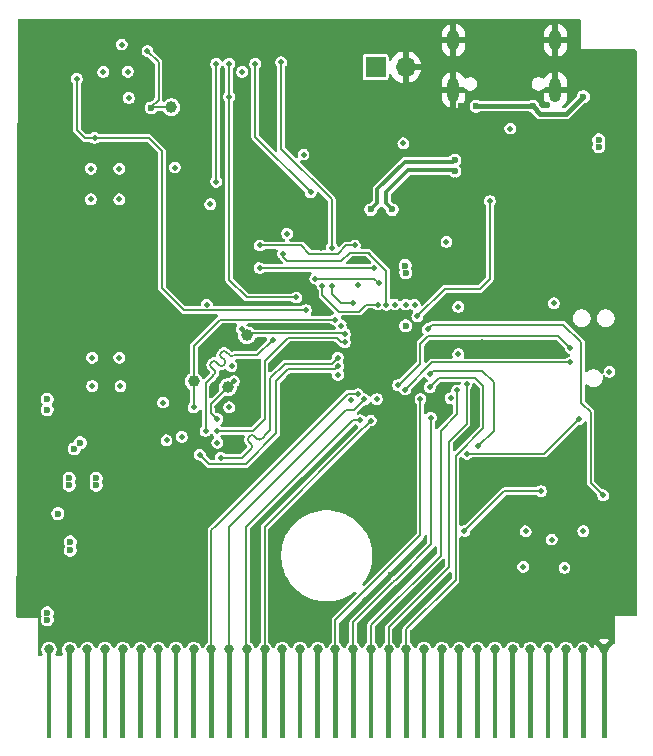
<source format=gbl>
G04 #@! TF.GenerationSoftware,KiCad,Pcbnew,9.0.3*
G04 #@! TF.CreationDate,2025-07-16T19:29:37+02:00*
G04 #@! TF.ProjectId,GameboyCartridgeV2.1,47616d65-626f-4794-9361-727472696467,rev?*
G04 #@! TF.SameCoordinates,Original*
G04 #@! TF.FileFunction,Copper,L4,Bot*
G04 #@! TF.FilePolarity,Positive*
%FSLAX46Y46*%
G04 Gerber Fmt 4.6, Leading zero omitted, Abs format (unit mm)*
G04 Created by KiCad (PCBNEW 9.0.3) date 2025-07-16 19:29:37*
%MOMM*%
%LPD*%
G01*
G04 APERTURE LIST*
G04 #@! TA.AperFunction,EtchedComponent*
%ADD10C,0.000000*%
G04 #@! TD*
G04 #@! TA.AperFunction,ComponentPad*
%ADD11R,1.700000X1.700000*%
G04 #@! TD*
G04 #@! TA.AperFunction,ComponentPad*
%ADD12O,1.700000X1.700000*%
G04 #@! TD*
G04 #@! TA.AperFunction,ComponentPad*
%ADD13O,1.000000X2.100000*%
G04 #@! TD*
G04 #@! TA.AperFunction,ComponentPad*
%ADD14O,1.000000X1.800000*%
G04 #@! TD*
G04 #@! TA.AperFunction,ComponentPad*
%ADD15C,0.800000*%
G04 #@! TD*
G04 #@! TA.AperFunction,ComponentPad*
%ADD16C,0.600000*%
G04 #@! TD*
G04 #@! TA.AperFunction,SMDPad,CuDef*
%ADD17C,1.000000*%
G04 #@! TD*
G04 #@! TA.AperFunction,ViaPad*
%ADD18C,0.500000*%
G04 #@! TD*
G04 #@! TA.AperFunction,ViaPad*
%ADD19C,0.600000*%
G04 #@! TD*
G04 #@! TA.AperFunction,ViaPad*
%ADD20C,0.450000*%
G04 #@! TD*
G04 #@! TA.AperFunction,Conductor*
%ADD21C,0.400000*%
G04 #@! TD*
G04 #@! TA.AperFunction,Conductor*
%ADD22C,0.150000*%
G04 #@! TD*
G04 #@! TA.AperFunction,Conductor*
%ADD23C,0.339000*%
G04 #@! TD*
G04 APERTURE END LIST*
D10*
G04 #@! TA.AperFunction,EtchedComponent*
G36*
X116450000Y-123500000D02*
G01*
X116050000Y-123500000D01*
X116050000Y-116300000D01*
X116450000Y-116300000D01*
X116450000Y-123500000D01*
G37*
G04 #@! TD.AperFunction*
G04 #@! TA.AperFunction,EtchedComponent*
G36*
X118200000Y-123500000D02*
G01*
X117800000Y-123500000D01*
X117800000Y-116300000D01*
X118200000Y-116300000D01*
X118200000Y-123500000D01*
G37*
G04 #@! TD.AperFunction*
G04 #@! TA.AperFunction,EtchedComponent*
G36*
X119700000Y-123500000D02*
G01*
X119300000Y-123500000D01*
X119300000Y-116300000D01*
X119700000Y-116300000D01*
X119700000Y-123500000D01*
G37*
G04 #@! TD.AperFunction*
G04 #@! TA.AperFunction,EtchedComponent*
G36*
X121200000Y-123500000D02*
G01*
X120800000Y-123500000D01*
X120800000Y-116300000D01*
X121200000Y-116300000D01*
X121200000Y-123500000D01*
G37*
G04 #@! TD.AperFunction*
G04 #@! TA.AperFunction,EtchedComponent*
G36*
X122700000Y-123500000D02*
G01*
X122300000Y-123500000D01*
X122300000Y-116300000D01*
X122700000Y-116300000D01*
X122700000Y-123500000D01*
G37*
G04 #@! TD.AperFunction*
G04 #@! TA.AperFunction,EtchedComponent*
G36*
X124200000Y-123500000D02*
G01*
X123800000Y-123500000D01*
X123800000Y-116300000D01*
X124200000Y-116300000D01*
X124200000Y-123500000D01*
G37*
G04 #@! TD.AperFunction*
G04 #@! TA.AperFunction,EtchedComponent*
G36*
X125700000Y-123500000D02*
G01*
X125300000Y-123500000D01*
X125300000Y-116300000D01*
X125700000Y-116300000D01*
X125700000Y-123500000D01*
G37*
G04 #@! TD.AperFunction*
G04 #@! TA.AperFunction,EtchedComponent*
G36*
X127200000Y-123500000D02*
G01*
X126800000Y-123500000D01*
X126800000Y-116300000D01*
X127200000Y-116300000D01*
X127200000Y-123500000D01*
G37*
G04 #@! TD.AperFunction*
G04 #@! TA.AperFunction,EtchedComponent*
G36*
X128700000Y-123500000D02*
G01*
X128300000Y-123500000D01*
X128300000Y-116300000D01*
X128700000Y-116300000D01*
X128700000Y-123500000D01*
G37*
G04 #@! TD.AperFunction*
G04 #@! TA.AperFunction,EtchedComponent*
G36*
X130200000Y-123500000D02*
G01*
X129800000Y-123500000D01*
X129800000Y-116300000D01*
X130200000Y-116300000D01*
X130200000Y-123500000D01*
G37*
G04 #@! TD.AperFunction*
G04 #@! TA.AperFunction,EtchedComponent*
G36*
X131700000Y-123500000D02*
G01*
X131300000Y-123500000D01*
X131300000Y-116300000D01*
X131700000Y-116300000D01*
X131700000Y-123500000D01*
G37*
G04 #@! TD.AperFunction*
G04 #@! TA.AperFunction,EtchedComponent*
G36*
X133200000Y-123500000D02*
G01*
X132800000Y-123500000D01*
X132800000Y-116300000D01*
X133200000Y-116300000D01*
X133200000Y-123500000D01*
G37*
G04 #@! TD.AperFunction*
G04 #@! TA.AperFunction,EtchedComponent*
G36*
X134700000Y-123500000D02*
G01*
X134300000Y-123500000D01*
X134300000Y-116300000D01*
X134700000Y-116300000D01*
X134700000Y-123500000D01*
G37*
G04 #@! TD.AperFunction*
G04 #@! TA.AperFunction,EtchedComponent*
G36*
X136200000Y-123500000D02*
G01*
X135800000Y-123500000D01*
X135800000Y-116300000D01*
X136200000Y-116300000D01*
X136200000Y-123500000D01*
G37*
G04 #@! TD.AperFunction*
G04 #@! TA.AperFunction,EtchedComponent*
G36*
X137700000Y-123500000D02*
G01*
X137300000Y-123500000D01*
X137300000Y-116300000D01*
X137700000Y-116300000D01*
X137700000Y-123500000D01*
G37*
G04 #@! TD.AperFunction*
G04 #@! TA.AperFunction,EtchedComponent*
G36*
X139200000Y-123500000D02*
G01*
X138800000Y-123500000D01*
X138800000Y-116300000D01*
X139200000Y-116300000D01*
X139200000Y-123500000D01*
G37*
G04 #@! TD.AperFunction*
G04 #@! TA.AperFunction,EtchedComponent*
G36*
X140700000Y-123500000D02*
G01*
X140300000Y-123500000D01*
X140300000Y-116300000D01*
X140700000Y-116300000D01*
X140700000Y-123500000D01*
G37*
G04 #@! TD.AperFunction*
G04 #@! TA.AperFunction,EtchedComponent*
G36*
X142200000Y-123500000D02*
G01*
X141800000Y-123500000D01*
X141800000Y-116300000D01*
X142200000Y-116300000D01*
X142200000Y-123500000D01*
G37*
G04 #@! TD.AperFunction*
G04 #@! TA.AperFunction,EtchedComponent*
G36*
X143700000Y-123500000D02*
G01*
X143300000Y-123500000D01*
X143300000Y-116300000D01*
X143700000Y-116300000D01*
X143700000Y-123500000D01*
G37*
G04 #@! TD.AperFunction*
G04 #@! TA.AperFunction,EtchedComponent*
G36*
X145200000Y-123500000D02*
G01*
X144800000Y-123500000D01*
X144800000Y-116300000D01*
X145200000Y-116300000D01*
X145200000Y-123500000D01*
G37*
G04 #@! TD.AperFunction*
G04 #@! TA.AperFunction,EtchedComponent*
G36*
X146700000Y-123500000D02*
G01*
X146300000Y-123500000D01*
X146300000Y-116300000D01*
X146700000Y-116300000D01*
X146700000Y-123500000D01*
G37*
G04 #@! TD.AperFunction*
G04 #@! TA.AperFunction,EtchedComponent*
G36*
X148200000Y-123500000D02*
G01*
X147800000Y-123500000D01*
X147800000Y-116300000D01*
X148200000Y-116300000D01*
X148200000Y-123500000D01*
G37*
G04 #@! TD.AperFunction*
G04 #@! TA.AperFunction,EtchedComponent*
G36*
X149700000Y-123500000D02*
G01*
X149300000Y-123500000D01*
X149300000Y-116300000D01*
X149700000Y-116300000D01*
X149700000Y-123500000D01*
G37*
G04 #@! TD.AperFunction*
G04 #@! TA.AperFunction,EtchedComponent*
G36*
X151200000Y-123500000D02*
G01*
X150800000Y-123500000D01*
X150800000Y-116300000D01*
X151200000Y-116300000D01*
X151200000Y-123500000D01*
G37*
G04 #@! TD.AperFunction*
G04 #@! TA.AperFunction,EtchedComponent*
G36*
X152700000Y-123500000D02*
G01*
X152300000Y-123500000D01*
X152300000Y-116300000D01*
X152700000Y-116300000D01*
X152700000Y-123500000D01*
G37*
G04 #@! TD.AperFunction*
G04 #@! TA.AperFunction,EtchedComponent*
G36*
X154200000Y-123500000D02*
G01*
X153800000Y-123500000D01*
X153800000Y-116300000D01*
X154200000Y-116300000D01*
X154200000Y-123500000D01*
G37*
G04 #@! TD.AperFunction*
G04 #@! TA.AperFunction,EtchedComponent*
G36*
X155700000Y-123500000D02*
G01*
X155300000Y-123500000D01*
X155300000Y-116300000D01*
X155700000Y-116300000D01*
X155700000Y-123500000D01*
G37*
G04 #@! TD.AperFunction*
G04 #@! TA.AperFunction,EtchedComponent*
G36*
X157200000Y-123500000D02*
G01*
X156800000Y-123500000D01*
X156800000Y-116300000D01*
X157200000Y-116300000D01*
X157200000Y-123500000D01*
G37*
G04 #@! TD.AperFunction*
G04 #@! TA.AperFunction,EtchedComponent*
G36*
X158700000Y-123500000D02*
G01*
X158300000Y-123500000D01*
X158300000Y-116300000D01*
X158700000Y-116300000D01*
X158700000Y-123500000D01*
G37*
G04 #@! TD.AperFunction*
G04 #@! TA.AperFunction,EtchedComponent*
G36*
X160200000Y-123500000D02*
G01*
X159800000Y-123500000D01*
X159800000Y-116300000D01*
X160200000Y-116300000D01*
X160200000Y-123500000D01*
G37*
G04 #@! TD.AperFunction*
G04 #@! TA.AperFunction,EtchedComponent*
G36*
X161700000Y-123500000D02*
G01*
X161300000Y-123500000D01*
X161300000Y-116300000D01*
X161700000Y-116300000D01*
X161700000Y-123500000D01*
G37*
G04 #@! TD.AperFunction*
G04 #@! TA.AperFunction,EtchedComponent*
G36*
X163450000Y-123500000D02*
G01*
X163050000Y-123500000D01*
X163050000Y-116300000D01*
X163450000Y-116300000D01*
X163450000Y-123500000D01*
G37*
G04 #@! TD.AperFunction*
D11*
X143900000Y-66700000D03*
D12*
X146440000Y-66700000D03*
D13*
X159120000Y-68615000D03*
D14*
X159120000Y-64435000D03*
D13*
X150480000Y-68615000D03*
D14*
X150480000Y-64435000D03*
D15*
X116250000Y-116000000D03*
X118000000Y-116000000D03*
X119500000Y-116000000D03*
X121000000Y-116000000D03*
X122500000Y-116000000D03*
X124000000Y-116000000D03*
X125500000Y-116000000D03*
X127000000Y-116000000D03*
X128500000Y-116000000D03*
X130000000Y-116000000D03*
X131500000Y-116000000D03*
X133000000Y-116000000D03*
X134500000Y-116000000D03*
X136000000Y-116000000D03*
X137500000Y-116000000D03*
X139000000Y-116000000D03*
X140500000Y-116000000D03*
X142000000Y-116000000D03*
X143500000Y-116000000D03*
X145000000Y-116000000D03*
X146500000Y-116000000D03*
X148000000Y-116000000D03*
X149500000Y-116000000D03*
X151000000Y-116000000D03*
X152500000Y-116000000D03*
X154000000Y-116000000D03*
X155500000Y-116000000D03*
X157000000Y-116000000D03*
X158500000Y-116000000D03*
X160000000Y-116000000D03*
X161500000Y-116000000D03*
X163250000Y-116000000D03*
D16*
X143470167Y-89666667D03*
X143470167Y-90800000D03*
X143470167Y-91933333D03*
X144603500Y-89666667D03*
X144603500Y-90800000D03*
X144603500Y-91933333D03*
X145736833Y-89666667D03*
X145736833Y-90800000D03*
X145736833Y-91933333D03*
D17*
X133000000Y-89400000D03*
X128500000Y-93300000D03*
X126600000Y-70100000D03*
X131400000Y-93800000D03*
D18*
X132600000Y-67100000D03*
X159000000Y-86700000D03*
X123012500Y-69312500D03*
X122400000Y-64790000D03*
X140715969Y-92748130D03*
X161490000Y-105980000D03*
X125900000Y-95100000D03*
X130500000Y-98500000D03*
X150900000Y-87000000D03*
X127500000Y-98000000D03*
X147200000Y-86800000D03*
D19*
X120250000Y-101500000D03*
D18*
X122930000Y-67080000D03*
X131700000Y-92012500D03*
X156600000Y-106000000D03*
X140978096Y-88584226D03*
X146250000Y-73150000D03*
X149900000Y-81500000D03*
X150275000Y-94725000D03*
X131500000Y-95500000D03*
X126200000Y-98300000D03*
X163700000Y-92500000D03*
X120840000Y-67110000D03*
X141807272Y-94878075D03*
X129600000Y-86800000D03*
X158800000Y-106700000D03*
X142400000Y-85125000D03*
D19*
X120250000Y-102100000D03*
D18*
X145520207Y-86799536D03*
X129900000Y-78300000D03*
X136400000Y-80800000D03*
X150900000Y-91000000D03*
X144000000Y-94800000D03*
X136600000Y-94800000D03*
X116689448Y-75864128D03*
D20*
X145160000Y-109630000D03*
D19*
X159883038Y-62916285D03*
D18*
X149199538Y-96758341D03*
X141350000Y-71100000D03*
D19*
X165683038Y-72916285D03*
D18*
X124500000Y-100700000D03*
D19*
X165683038Y-102916285D03*
D18*
X128500000Y-97500000D03*
X127000000Y-73300000D03*
X129400000Y-91212500D03*
X134291268Y-100091268D03*
X117500000Y-67100000D03*
D19*
X123883038Y-62916285D03*
D18*
X128500000Y-74100000D03*
X124600000Y-88100000D03*
X124500000Y-67100000D03*
X143350000Y-78000000D03*
X140900000Y-64900000D03*
D19*
X165683038Y-106916285D03*
D18*
X150600000Y-76272503D03*
D19*
X129883038Y-62916285D03*
D18*
X128800000Y-85900000D03*
X147700000Y-88500000D03*
X133600000Y-77700000D03*
X143040000Y-111830000D03*
X152900000Y-90000000D03*
D19*
X153883038Y-62916285D03*
D20*
X128190000Y-109710000D03*
D18*
X135200000Y-75700000D03*
X118480000Y-111550000D03*
X123300000Y-105700000D03*
D19*
X165683038Y-86916285D03*
D18*
X160090000Y-72430000D03*
X143800000Y-99000000D03*
X144400000Y-106700000D03*
X145100000Y-103500000D03*
D19*
X121883038Y-62916285D03*
D20*
X122920000Y-111290000D03*
D18*
X150600000Y-73827497D03*
D19*
X113883038Y-104916285D03*
D18*
X158800000Y-103200000D03*
D19*
X165683038Y-110916285D03*
D18*
X150300000Y-84800000D03*
X151300000Y-100060164D03*
X151850000Y-73200000D03*
X138644876Y-86851384D03*
D19*
X113883038Y-108916285D03*
X141883038Y-62916285D03*
D18*
X116200000Y-64900000D03*
X128500000Y-96500000D03*
X121300000Y-95900000D03*
X153100000Y-87000000D03*
D19*
X113883038Y-112916285D03*
D18*
X154340000Y-90660000D03*
X137900000Y-72600000D03*
X138200000Y-65900000D03*
X124188368Y-65920196D03*
D19*
X139883038Y-62916285D03*
D18*
X159800000Y-100800000D03*
D19*
X165683038Y-100916285D03*
D20*
X133470000Y-109660000D03*
D19*
X113883038Y-86916285D03*
D18*
X164100000Y-89200000D03*
D19*
X165683038Y-78916285D03*
X165683038Y-74916285D03*
D18*
X136571232Y-92971232D03*
D20*
X148590000Y-111290000D03*
D18*
X131400000Y-92700000D03*
D19*
X161533038Y-65616285D03*
D18*
X117950000Y-93200000D03*
D19*
X113883038Y-64916285D03*
D18*
X132511471Y-98525000D03*
X118300000Y-89300000D03*
D19*
X113883038Y-96916285D03*
D18*
X134800000Y-72300000D03*
X134800000Y-65900000D03*
D19*
X165683038Y-112916285D03*
D18*
X130500000Y-95463157D03*
D19*
X113883038Y-68916285D03*
X113883038Y-100916285D03*
D18*
X139000000Y-79000000D03*
X153000000Y-91000000D03*
X151200000Y-109200000D03*
D19*
X165683038Y-68916285D03*
D18*
X127234599Y-78181197D03*
X145424434Y-77998328D03*
X141400000Y-91659979D03*
X142800000Y-98300000D03*
X136500000Y-88600000D03*
X137900000Y-67700000D03*
X130900000Y-101800000D03*
X135700000Y-112500000D03*
D20*
X145180000Y-111280000D03*
D19*
X125883038Y-62916285D03*
D18*
X151130000Y-77870000D03*
X139300000Y-81975000D03*
D19*
X147883038Y-62916285D03*
D18*
X137200000Y-94100000D03*
X134800000Y-67300000D03*
D19*
X113883038Y-78916285D03*
D18*
X127400000Y-97000000D03*
D19*
X157883038Y-62916285D03*
D18*
X135391268Y-98991268D03*
D19*
X113883038Y-98916285D03*
X165683038Y-66916285D03*
D18*
X154500000Y-84700000D03*
D19*
X113883038Y-94916285D03*
D18*
X154130000Y-107580000D03*
X134200000Y-82500000D03*
D19*
X127883038Y-62916285D03*
X158375000Y-69925000D03*
D18*
X148700000Y-84000000D03*
D19*
X165683038Y-76916285D03*
D18*
X132700000Y-82800000D03*
D19*
X113883038Y-62916285D03*
D18*
X121000000Y-69700000D03*
X129400000Y-84600000D03*
X128500000Y-71700000D03*
D19*
X165683038Y-70916285D03*
D18*
X144479576Y-87444625D03*
X132700000Y-73200000D03*
X135991268Y-98391268D03*
X157825000Y-73775000D03*
X119000000Y-64900000D03*
D19*
X165683038Y-96916285D03*
D18*
X133691268Y-100691268D03*
X121590000Y-64820000D03*
D19*
X131883038Y-62916285D03*
D18*
X138600000Y-85300000D03*
D19*
X113883038Y-102916285D03*
D18*
X152500000Y-95000000D03*
X159800000Y-102900000D03*
X124836114Y-69377723D03*
X138100000Y-78400000D03*
X126200000Y-96700000D03*
D19*
X165683038Y-80916285D03*
X115750000Y-100500000D03*
X165683038Y-84916285D03*
D18*
X128800000Y-80000000D03*
D19*
X145883038Y-62916285D03*
D18*
X141673013Y-88500000D03*
D19*
X165683038Y-82916285D03*
D18*
X134841268Y-99541268D03*
X124800000Y-80700000D03*
X144800000Y-83000000D03*
X134800000Y-69200000D03*
X116950000Y-95243655D03*
D19*
X115883038Y-62916285D03*
X113883038Y-76916285D03*
D18*
X159900000Y-91000000D03*
X141300000Y-103500000D03*
D19*
X155883038Y-62916285D03*
D18*
X152600000Y-100000000D03*
X148000000Y-93200000D03*
D19*
X143883038Y-62916285D03*
D18*
X143100000Y-94100000D03*
D19*
X113883038Y-106916285D03*
D18*
X163600000Y-82990000D03*
D19*
X165683038Y-98916285D03*
X121800000Y-99850000D03*
D18*
X161080000Y-108650000D03*
X146900000Y-98400000D03*
D19*
X149883038Y-62916285D03*
X163200000Y-114700000D03*
X119883038Y-62916285D03*
X165683038Y-104916285D03*
D20*
X122890000Y-109710000D03*
D18*
X156179998Y-106560002D03*
D19*
X113883038Y-92916285D03*
X113883038Y-88916285D03*
X113883038Y-74916285D03*
X133883038Y-62916285D03*
D18*
X142600000Y-100000000D03*
D19*
X165683038Y-92916285D03*
D18*
X121600000Y-106800000D03*
X148525000Y-71000000D03*
D19*
X117883038Y-62916285D03*
D18*
X127010000Y-67280000D03*
X125500000Y-110500000D03*
X151200000Y-106670822D03*
X134200000Y-83000000D03*
X117700000Y-71700000D03*
D19*
X113883038Y-110916285D03*
X113883038Y-70916285D03*
D18*
X144600000Y-93700000D03*
X120100000Y-73500000D03*
D20*
X128200000Y-111290000D03*
D18*
X148290000Y-108420000D03*
X119100000Y-101750000D03*
D19*
X113883038Y-66916285D03*
D18*
X123800000Y-93200000D03*
X133600000Y-79900000D03*
X136500000Y-90600000D03*
X136469575Y-97734787D03*
D19*
X164383038Y-65616285D03*
D18*
X162800000Y-74900000D03*
D19*
X113883038Y-84916285D03*
X117000000Y-103550000D03*
D20*
X133470000Y-111300000D03*
D18*
X118500000Y-79800000D03*
D19*
X116400000Y-103550000D03*
X135883038Y-62916285D03*
X113883038Y-82916285D03*
X113883038Y-80916285D03*
D20*
X148570000Y-109710000D03*
D18*
X118900000Y-107152253D03*
D19*
X165683038Y-90916285D03*
D18*
X159900000Y-110700000D03*
X142400000Y-83000000D03*
X137900000Y-69700000D03*
X155300000Y-72700000D03*
D19*
X151150000Y-69950000D03*
D18*
X148700000Y-84500000D03*
D19*
X113883038Y-90916285D03*
D18*
X142200000Y-81100000D03*
D19*
X113883038Y-72916285D03*
D18*
X125700000Y-103100000D03*
X145700000Y-105500000D03*
X132700000Y-69200000D03*
D19*
X165683038Y-108916285D03*
D18*
X161437385Y-98657749D03*
D19*
X165683038Y-88916285D03*
D18*
X118100000Y-73500000D03*
D19*
X151883038Y-62916285D03*
X137883038Y-62916285D03*
D18*
X161000000Y-84700000D03*
D19*
X165683038Y-94916285D03*
D18*
X129500000Y-98500000D03*
X163600000Y-78200000D03*
X121300000Y-97900000D03*
X126850259Y-65862182D03*
X140910000Y-67070000D03*
X146446121Y-86800000D03*
D19*
X146425000Y-83500000D03*
X146446121Y-84100000D03*
X146436460Y-88600000D03*
X161500000Y-69200000D03*
X152400000Y-70000000D03*
X157200000Y-70000000D03*
X116100000Y-94800000D03*
D18*
X155300000Y-71900000D03*
D19*
X162800000Y-73450000D03*
X116100000Y-95700000D03*
X162800000Y-72850000D03*
D18*
X160400000Y-90500000D03*
X145800000Y-93625000D03*
X151621232Y-99421232D03*
X161100000Y-96500000D03*
X160400000Y-91700000D03*
X146400000Y-94000000D03*
D19*
X143500000Y-78750000D03*
X150600000Y-74577500D03*
X150600000Y-75522500D03*
X145300000Y-78750000D03*
D18*
X130400000Y-76400000D03*
X130400000Y-66400000D03*
X138800000Y-84600000D03*
X144200000Y-85000000D03*
X143800000Y-83700000D03*
X134100000Y-83700000D03*
X142125000Y-81800000D03*
X134100000Y-81800000D03*
X144820389Y-86815606D03*
X136075000Y-82500000D03*
X144100000Y-86800000D03*
X139400000Y-85200000D03*
X129500000Y-97500000D03*
X135200000Y-89800000D03*
X131500000Y-69200000D03*
X131500000Y-66400000D03*
X137200000Y-86200000D03*
X141300000Y-90000003D03*
X130500000Y-97500000D03*
X140200000Y-81975000D03*
X135900000Y-66300000D03*
X140200000Y-85200000D03*
X142000000Y-86700000D03*
X141300000Y-89300000D03*
X132575000Y-88900000D03*
X148300000Y-88900000D03*
X163160000Y-102960000D03*
X128500000Y-95500000D03*
X140497793Y-88075000D03*
X140700000Y-91300000D03*
X130800000Y-99775000D03*
X140721230Y-92021233D03*
X129000000Y-99500000D03*
X133700000Y-66400000D03*
X138400000Y-77300000D03*
X131900000Y-93300000D03*
X130500000Y-96500000D03*
X152600000Y-98800000D03*
X148500000Y-92700000D03*
X142600000Y-96600000D03*
X143478500Y-96622177D03*
X142958159Y-94822448D03*
X142400000Y-94400000D03*
D19*
X116100000Y-113500000D03*
D18*
X159900000Y-109100000D03*
X156400000Y-109000000D03*
D19*
X116100000Y-112900000D03*
D18*
X148595624Y-96404376D03*
X151600000Y-93525000D03*
X150800000Y-94075000D03*
X147700000Y-94800000D03*
X148500000Y-93800000D03*
X118600000Y-67700000D03*
X120100000Y-72700000D03*
X138000000Y-87275000D03*
D19*
X117000000Y-104500000D03*
X118900000Y-98500000D03*
X117950000Y-101500000D03*
X117950000Y-102100000D03*
X118050000Y-106900000D03*
X118400000Y-99000000D03*
X118050000Y-107600000D03*
D18*
X137800000Y-74100000D03*
X126900000Y-75200000D03*
D19*
X124900000Y-70125000D03*
D18*
X124580000Y-65340000D03*
X122200000Y-91300000D03*
X119800000Y-77900000D03*
X122300000Y-93700000D03*
X122200000Y-75300000D03*
X119900000Y-91300000D03*
X119800000Y-75300000D03*
X122200000Y-77900000D03*
X119900000Y-93700000D03*
X153575000Y-78050000D03*
X147437962Y-87797262D03*
X157900000Y-102600000D03*
X151400000Y-106000000D03*
D21*
X157850000Y-70650000D02*
X160050000Y-70650000D01*
X157200000Y-70000000D02*
X157850000Y-70650000D01*
X152400000Y-70000000D02*
X157200000Y-70000000D01*
X160050000Y-70650000D02*
X161500000Y-69200000D01*
D22*
X159375000Y-89475000D02*
X160400000Y-90500000D01*
X145800000Y-93625000D02*
X145875000Y-93625000D01*
X147700000Y-90100000D02*
X148325000Y-89475000D01*
X147700000Y-91800000D02*
X147700000Y-90100000D01*
X148325000Y-89475000D02*
X159375000Y-89475000D01*
X145875000Y-93625000D02*
X147700000Y-91800000D01*
X151621232Y-99421232D02*
X158178768Y-99421232D01*
X158178768Y-99421232D02*
X161100000Y-96500000D01*
X146400000Y-94000000D02*
X148700000Y-91700000D01*
X148700000Y-91700000D02*
X160400000Y-91700000D01*
D23*
X143500000Y-78750000D02*
X144057999Y-78192001D01*
X144057999Y-77008339D02*
X146358339Y-74707999D01*
X146358339Y-74707999D02*
X150469501Y-74707999D01*
X150469501Y-74707999D02*
X150600000Y-74577500D01*
X144057999Y-78192001D02*
X144057999Y-77008339D01*
X144742001Y-77291661D02*
X146641661Y-75392001D01*
X145300000Y-78750000D02*
X144742001Y-78192001D01*
X150469501Y-75392001D02*
X150600000Y-75522500D01*
X144742001Y-78192001D02*
X144742001Y-77291661D01*
X146641661Y-75392001D02*
X150469501Y-75392001D01*
D22*
X130400000Y-69400000D02*
X130400000Y-76400000D01*
X130400000Y-66400000D02*
X130400000Y-69400000D01*
X143800000Y-84600000D02*
X144200000Y-85000000D01*
X138800000Y-84600000D02*
X143800000Y-84600000D01*
X136100000Y-83700000D02*
X134100000Y-83700000D01*
X143800000Y-83700000D02*
X136100000Y-83700000D01*
X141400000Y-81800000D02*
X140700000Y-82500000D01*
X142125000Y-81800000D02*
X141400000Y-81800000D01*
X134100000Y-81800000D02*
X137600000Y-81800000D01*
X140700000Y-82500000D02*
X138300000Y-82500000D01*
X138300000Y-82500000D02*
X137600000Y-81800000D01*
X144820389Y-86815606D02*
X144820389Y-83977925D01*
X136400000Y-83100000D02*
X136075000Y-82775000D01*
X136075000Y-82775000D02*
X136075000Y-82500000D01*
X141700000Y-82400000D02*
X141000000Y-83100000D01*
X143242464Y-82400000D02*
X141700000Y-82400000D01*
X143242464Y-82400000D02*
X143521232Y-82678768D01*
X141000000Y-83100000D02*
X136400000Y-83100000D01*
X143521232Y-82678768D02*
X143317463Y-82475000D01*
X144820389Y-83977925D02*
X143521232Y-82678768D01*
X140800000Y-87400000D02*
X139400000Y-86000000D01*
X144100000Y-86800000D02*
X143100000Y-86800000D01*
X143100000Y-86800000D02*
X142500000Y-87400000D01*
X142500000Y-87400000D02*
X140800000Y-87400000D01*
X139400000Y-86000000D02*
X139400000Y-85200000D01*
X130052770Y-91658615D02*
X129967917Y-91743467D01*
X130901299Y-90810086D02*
X130816446Y-90894938D01*
X131106359Y-91863675D02*
X131021508Y-91948528D01*
X130257830Y-92712204D02*
X130172979Y-92797057D01*
X130095662Y-92874375D02*
X129500000Y-93470037D01*
X135200000Y-89800000D02*
X133900000Y-91100000D01*
X133900000Y-91100000D02*
X131870037Y-91100000D01*
X130816446Y-91234350D02*
X131106359Y-91524263D01*
X130172979Y-92797057D02*
X130095662Y-92874375D01*
X129500000Y-93470037D02*
X129500000Y-97500000D01*
X131530625Y-91100000D02*
X131240711Y-90810086D01*
X131021508Y-91948528D02*
X131021508Y-91948529D01*
X129967917Y-92082879D02*
X130257830Y-92372792D01*
X130682096Y-91948529D02*
X130392182Y-91658615D01*
X130816446Y-90894938D02*
G75*
G03*
X130816490Y-91234306I169754J-169662D01*
G01*
X131870037Y-91100000D02*
G75*
G02*
X131530625Y-91100000I-169706J169704D01*
G01*
X129967917Y-91743467D02*
G75*
G03*
X129967890Y-92082906I169683J-169733D01*
G01*
X130392182Y-91658615D02*
G75*
G03*
X130052770Y-91658615I-169706J-169704D01*
G01*
X130257830Y-92372792D02*
G75*
G02*
X130257832Y-92712206I-169730J-169708D01*
G01*
X131240711Y-90810086D02*
G75*
G03*
X130901299Y-90810086I-169706J-169704D01*
G01*
X131021508Y-91948529D02*
G75*
G02*
X130682096Y-91948529I-169706J169704D01*
G01*
X131106359Y-91524263D02*
G75*
G02*
X131106390Y-91863706I-169659J-169737D01*
G01*
X133000000Y-86200000D02*
X137200000Y-86200000D01*
X131500000Y-84700000D02*
X133000000Y-86200000D01*
X131500000Y-68500000D02*
X131500000Y-69200000D01*
X131500000Y-66400000D02*
X131500000Y-68500000D01*
X131500000Y-69200000D02*
X131500000Y-84700000D01*
X134500000Y-91600000D02*
X134500000Y-96500000D01*
X136500000Y-89600000D02*
X134500000Y-91600000D01*
X134500000Y-96500000D02*
X133500000Y-97500000D01*
X140600000Y-89600000D02*
X136500000Y-89600000D01*
X133500000Y-97500000D02*
X130500000Y-97500000D01*
X141300000Y-90000003D02*
X141000003Y-90000003D01*
X141000003Y-90000003D02*
X140600000Y-89600000D01*
X140500000Y-86200000D02*
X140200000Y-85900000D01*
X142000000Y-86700000D02*
X141000000Y-86700000D01*
X135900000Y-66300000D02*
X135900000Y-73600000D01*
X140200000Y-85900000D02*
X140200000Y-85200000D01*
X141000000Y-86700000D02*
X140500000Y-86200000D01*
X140200000Y-81975000D02*
X140200000Y-77900000D01*
X135900000Y-73600000D02*
X140200000Y-77900000D01*
X133000000Y-89400000D02*
X133150000Y-89250000D01*
X133000000Y-89400000D02*
X133000000Y-89325000D01*
X141250000Y-89250000D02*
X141300000Y-89300000D01*
X133000000Y-89325000D02*
X132575000Y-88900000D01*
X133150000Y-89250000D02*
X141250000Y-89250000D01*
X163160000Y-102960000D02*
X162100000Y-101900000D01*
X161300000Y-90000000D02*
X159800000Y-88500000D01*
X159800000Y-88500000D02*
X148700000Y-88500000D01*
X162100000Y-95900000D02*
X161300000Y-95100000D01*
X148700000Y-88500000D02*
X148300000Y-88900000D01*
X161300000Y-95100000D02*
X161300000Y-90000000D01*
X162100000Y-101900000D02*
X162100000Y-95900000D01*
X140497793Y-88075000D02*
X130725000Y-88075000D01*
X130725000Y-88075000D02*
X128500000Y-90300000D01*
X128500000Y-93300000D02*
X128500000Y-95500000D01*
X128500000Y-90300000D02*
X128500000Y-93300000D01*
X134237349Y-98162654D02*
X134333515Y-98066486D01*
X130800000Y-99775000D02*
X132625000Y-99775000D01*
X134333515Y-98066486D02*
X134650000Y-97750000D01*
X136200000Y-91800000D02*
X140200000Y-91800000D01*
X134650000Y-97750000D02*
X135000000Y-97400000D01*
X132625000Y-99775000D02*
X133371848Y-99028152D01*
X135000000Y-93000000D02*
X136200000Y-91800000D01*
X133371848Y-98643486D02*
X133155474Y-98427112D01*
X135000000Y-97400000D02*
X135000000Y-93000000D01*
X140200000Y-91800000D02*
X140700000Y-91300000D01*
X133636308Y-97946279D02*
X133852683Y-98162654D01*
X133155474Y-98042446D02*
X133251642Y-97946279D01*
X133251642Y-97946279D02*
G75*
G02*
X133636308Y-97946279I192333J-192333D01*
G01*
X133155474Y-98427112D02*
G75*
G02*
X133155495Y-98042467I192326J192312D01*
G01*
X133371848Y-99028152D02*
G75*
G03*
X133371867Y-98643467I-192348J192352D01*
G01*
X133852683Y-98162654D02*
G75*
G03*
X134237349Y-98162654I192333J192333D01*
G01*
X132900000Y-100300000D02*
X135500000Y-97700000D01*
X136500000Y-92300000D02*
X140442463Y-92300000D01*
X129000000Y-99500000D02*
X129800000Y-100300000D01*
X129800000Y-100300000D02*
X132900000Y-100300000D01*
X140442463Y-92300000D02*
X140721230Y-92021233D01*
X135500000Y-97700000D02*
X135500000Y-93300000D01*
X135500000Y-93300000D02*
X136500000Y-92300000D01*
X133700000Y-66400000D02*
X133700000Y-72600000D01*
X133700000Y-72600000D02*
X138400000Y-77300000D01*
X131400000Y-93800000D02*
X131900000Y-93300000D01*
X129975000Y-95225000D02*
X129975000Y-95975000D01*
X131400000Y-93800000D02*
X131100000Y-93800000D01*
X129975000Y-95975000D02*
X130500000Y-96500000D01*
X131400000Y-93800000D02*
X129975000Y-95225000D01*
X152600000Y-98800000D02*
X153900000Y-97500000D01*
X153900000Y-97500000D02*
X153900000Y-93400000D01*
X152900000Y-92400000D02*
X148800000Y-92400000D01*
X148800000Y-92400000D02*
X148500000Y-92700000D01*
X153900000Y-93400000D02*
X152900000Y-92400000D01*
X133000000Y-116000000D02*
X132940000Y-115940000D01*
X142000000Y-96600000D02*
X142600000Y-96600000D01*
X132940000Y-115940000D02*
X132940000Y-105660000D01*
X132940000Y-105660000D02*
X142000000Y-96600000D01*
X142275000Y-97825677D02*
X142274323Y-97825677D01*
X134500000Y-105600000D02*
X134500000Y-116000000D01*
X142274323Y-97825677D02*
X134500000Y-105600000D01*
X143478500Y-96622177D02*
X142275000Y-97825677D01*
X142100000Y-95700000D02*
X141400000Y-95700000D01*
X131500000Y-116000000D02*
X131500000Y-105600000D01*
X142958159Y-94841841D02*
X142100000Y-95700000D01*
X142958159Y-94822448D02*
X142958159Y-94841841D01*
X141400000Y-95700000D02*
X131900000Y-105200000D01*
X131500000Y-105600000D02*
X131900000Y-105200000D01*
X142400000Y-94400000D02*
X142353075Y-94353075D01*
X142353075Y-94353075D02*
X141546925Y-94353075D01*
X130000000Y-105900000D02*
X130350000Y-105550000D01*
X130000000Y-116000000D02*
X130000000Y-105900000D01*
X141546925Y-94353075D02*
X130350000Y-105550000D01*
X142000000Y-113690000D02*
X145392065Y-110297935D01*
X142000000Y-116000000D02*
X142000000Y-113690000D01*
X148595624Y-107094376D02*
X148595624Y-96404376D01*
X145689505Y-110000495D02*
X148595624Y-107094376D01*
X145396026Y-110297935D02*
X145689505Y-110004456D01*
X145392065Y-110297935D02*
X145396026Y-110297935D01*
X145689505Y-110004456D02*
X145689505Y-110000495D01*
X150100000Y-98400000D02*
X151600000Y-96900000D01*
X145000000Y-114119818D02*
X150100000Y-109019818D01*
X150100000Y-109019818D02*
X150100000Y-98400000D01*
X151600000Y-96900000D02*
X151600000Y-93525000D01*
X145000000Y-116000000D02*
X145000000Y-114119818D01*
X149400000Y-97500000D02*
X149400000Y-108060000D01*
X143500000Y-113960000D02*
X143500000Y-116000000D01*
X150800000Y-96100000D02*
X149400000Y-97500000D01*
X149400000Y-108060000D02*
X143500000Y-113960000D01*
X150800000Y-94075000D02*
X150800000Y-96100000D01*
X140500000Y-113540000D02*
X140500000Y-116000000D01*
X147700000Y-106340000D02*
X140500000Y-113540000D01*
X147700000Y-94800000D02*
X147700000Y-106340000D01*
X153025000Y-93725000D02*
X153025000Y-97275000D01*
X150800000Y-99500000D02*
X150675000Y-99625001D01*
X152300000Y-93000000D02*
X153025000Y-93725000D01*
X153025000Y-97275000D02*
X150800000Y-99500000D01*
X150675000Y-110105000D02*
X146500000Y-114280000D01*
X148500000Y-93800000D02*
X149300000Y-93000000D01*
X150675000Y-99625001D02*
X150675000Y-110105000D01*
X146500000Y-114280000D02*
X146500000Y-116000000D01*
X149300000Y-93000000D02*
X152300000Y-93000000D01*
X120100000Y-72700000D02*
X124700000Y-72700000D01*
X125800000Y-77800000D02*
X125800000Y-77000000D01*
X120000000Y-72700000D02*
X120100000Y-72700000D01*
X127675000Y-87275000D02*
X125800000Y-85400000D01*
X125800000Y-73800000D02*
X125800000Y-74000000D01*
X119300000Y-72700000D02*
X120000000Y-72700000D01*
X125800000Y-85400000D02*
X125800000Y-77800000D01*
X124700000Y-72700000D02*
X125800000Y-73800000D01*
X118600000Y-67700000D02*
X118600000Y-72000000D01*
X138000000Y-87275000D02*
X127675000Y-87275000D01*
X118600000Y-72000000D02*
X119300000Y-72700000D01*
X125800000Y-74000000D02*
X125800000Y-77000000D01*
X124900000Y-70090000D02*
X124900000Y-70125000D01*
X125520000Y-69470000D02*
X124900000Y-70090000D01*
X125520000Y-66280000D02*
X125520000Y-69470000D01*
X126600000Y-70100000D02*
X124925000Y-70100000D01*
X124580000Y-65340000D02*
X125520000Y-66280000D01*
X124925000Y-70100000D02*
X124900000Y-70125000D01*
X149775000Y-85460224D02*
X152739776Y-85460224D01*
X152739776Y-85460224D02*
X153575000Y-84625000D01*
X153575000Y-84625000D02*
X153575000Y-78050000D01*
X147437962Y-87797262D02*
X149775000Y-85460224D01*
X151400000Y-106000000D02*
X154800000Y-102600000D01*
X154800000Y-102600000D02*
X157900000Y-102600000D01*
G04 #@! TA.AperFunction,Conductor*
G36*
X134063546Y-91404999D02*
G01*
X134092814Y-91405696D01*
X134097834Y-91409093D01*
X134103856Y-91409813D01*
X134126434Y-91428450D01*
X134150676Y-91444858D01*
X134153063Y-91450432D01*
X134157739Y-91454292D01*
X134166655Y-91482171D01*
X134178181Y-91509086D01*
X134177648Y-91516544D01*
X134179022Y-91520841D01*
X134174837Y-91555886D01*
X134174501Y-91557139D01*
X134174500Y-91557149D01*
X134174500Y-96313811D01*
X134154815Y-96380850D01*
X134138181Y-96401492D01*
X133401492Y-97138181D01*
X133340169Y-97171666D01*
X133313811Y-97174500D01*
X130933676Y-97174500D01*
X130905257Y-97166155D01*
X130876207Y-97160378D01*
X130869965Y-97155792D01*
X130866637Y-97154815D01*
X130847578Y-97139737D01*
X130846810Y-97138996D01*
X130807314Y-97099500D01*
X130803728Y-97097430D01*
X130795237Y-97089237D01*
X130781278Y-97064727D01*
X130764645Y-97041947D01*
X130764217Y-97034769D01*
X130760660Y-97028523D01*
X130762168Y-97000359D01*
X130760491Y-96972201D01*
X130764011Y-96965932D01*
X130764396Y-96958753D01*
X130780891Y-96935874D01*
X130794704Y-96911281D01*
X130805154Y-96902224D01*
X130805260Y-96902079D01*
X130805375Y-96902033D01*
X130805847Y-96901625D01*
X130807306Y-96900504D01*
X130807314Y-96900500D01*
X130900500Y-96807314D01*
X130966392Y-96693186D01*
X131000500Y-96565892D01*
X131000500Y-96434108D01*
X130966392Y-96306814D01*
X130900500Y-96192686D01*
X130807314Y-96099500D01*
X130742049Y-96061819D01*
X130693187Y-96033608D01*
X130609934Y-96011301D01*
X130565892Y-95999500D01*
X130565891Y-95999500D01*
X130511189Y-95999500D01*
X130481748Y-95990855D01*
X130451762Y-95984332D01*
X130446746Y-95980577D01*
X130444150Y-95979815D01*
X130423508Y-95963181D01*
X130336819Y-95876492D01*
X130303334Y-95815169D01*
X130300500Y-95788811D01*
X130300500Y-95434108D01*
X130999500Y-95434108D01*
X130999500Y-95565891D01*
X131033608Y-95693187D01*
X131037623Y-95700141D01*
X131099500Y-95807314D01*
X131192686Y-95900500D01*
X131265257Y-95942399D01*
X131304702Y-95965173D01*
X131306814Y-95966392D01*
X131434108Y-96000500D01*
X131434110Y-96000500D01*
X131565890Y-96000500D01*
X131565892Y-96000500D01*
X131693186Y-95966392D01*
X131807314Y-95900500D01*
X131900500Y-95807314D01*
X131966392Y-95693186D01*
X132000500Y-95565892D01*
X132000500Y-95434108D01*
X131966392Y-95306814D01*
X131900500Y-95192686D01*
X131807314Y-95099500D01*
X131733957Y-95057147D01*
X131693187Y-95033608D01*
X131614349Y-95012484D01*
X131565892Y-94999500D01*
X131434108Y-94999500D01*
X131306812Y-95033608D01*
X131192686Y-95099500D01*
X131192683Y-95099502D01*
X131099502Y-95192683D01*
X131099500Y-95192686D01*
X131033608Y-95306812D01*
X130999500Y-95434108D01*
X130300500Y-95434108D01*
X130300500Y-95411188D01*
X130320185Y-95344149D01*
X130336815Y-95323511D01*
X131098840Y-94561485D01*
X131160161Y-94528002D01*
X131210711Y-94527551D01*
X131326079Y-94550500D01*
X131326082Y-94550500D01*
X131473920Y-94550500D01*
X131587020Y-94528002D01*
X131618913Y-94521658D01*
X131755495Y-94465084D01*
X131878416Y-94382951D01*
X131982951Y-94278416D01*
X132065084Y-94155495D01*
X132121658Y-94018913D01*
X132140636Y-93923507D01*
X132150500Y-93873920D01*
X132150500Y-93804893D01*
X132170185Y-93737854D01*
X132202261Y-93707272D01*
X132200863Y-93705450D01*
X132207307Y-93700503D01*
X132207314Y-93700500D01*
X132300500Y-93607314D01*
X132366392Y-93493186D01*
X132400500Y-93365892D01*
X132400500Y-93234108D01*
X132366392Y-93106814D01*
X132300500Y-92992686D01*
X132207314Y-92899500D01*
X132145045Y-92863549D01*
X132093187Y-92833608D01*
X132020089Y-92814022D01*
X131965892Y-92799500D01*
X131834108Y-92799500D01*
X131706812Y-92833608D01*
X131592686Y-92899500D01*
X131592683Y-92899502D01*
X131499502Y-92992683D01*
X131494552Y-92999135D01*
X131492192Y-92997324D01*
X131451920Y-93035720D01*
X131395107Y-93049500D01*
X131326080Y-93049500D01*
X131181092Y-93078340D01*
X131181082Y-93078343D01*
X131044511Y-93134912D01*
X131044498Y-93134919D01*
X130921584Y-93217048D01*
X130921580Y-93217051D01*
X130817051Y-93321580D01*
X130817048Y-93321584D01*
X130734919Y-93444498D01*
X130734912Y-93444511D01*
X130678343Y-93581082D01*
X130678340Y-93581092D01*
X130649500Y-93726079D01*
X130649500Y-93726082D01*
X130649500Y-93873918D01*
X130649500Y-93873920D01*
X130649499Y-93873920D01*
X130672448Y-93989286D01*
X130666221Y-94058878D01*
X130638512Y-94101159D01*
X130037181Y-94702491D01*
X129975858Y-94735976D01*
X129906167Y-94730992D01*
X129850233Y-94689121D01*
X129825816Y-94623656D01*
X129825500Y-94614810D01*
X129825500Y-93656226D01*
X129845185Y-93589187D01*
X129861819Y-93568545D01*
X130108784Y-93321580D01*
X130356127Y-93074237D01*
X130356127Y-93074235D01*
X130362634Y-93067729D01*
X130372841Y-93057520D01*
X130372844Y-93057520D01*
X130442164Y-92988195D01*
X130442191Y-92988175D01*
X130451688Y-92978677D01*
X130451694Y-92978673D01*
X130488011Y-92942350D01*
X130488012Y-92942351D01*
X130533061Y-92897296D01*
X130580628Y-92821584D01*
X130600845Y-92789405D01*
X130600845Y-92789403D01*
X130600849Y-92789398D01*
X130642931Y-92669121D01*
X130657196Y-92542497D01*
X130650030Y-92478892D01*
X130649896Y-92477705D01*
X130661950Y-92408883D01*
X130709299Y-92357503D01*
X130776910Y-92339879D01*
X130786999Y-92340601D01*
X130851798Y-92347902D01*
X130851802Y-92347902D01*
X130851806Y-92347902D01*
X130978428Y-92333635D01*
X130978429Y-92333634D01*
X130978434Y-92333634D01*
X131098717Y-92291545D01*
X131112729Y-92282741D01*
X131125077Y-92274982D01*
X131192313Y-92255980D01*
X131259149Y-92276346D01*
X131294282Y-92313571D01*
X131294552Y-92313365D01*
X131296573Y-92315999D01*
X131298438Y-92317975D01*
X131299500Y-92319814D01*
X131392686Y-92413000D01*
X131506814Y-92478892D01*
X131634108Y-92513000D01*
X131634110Y-92513000D01*
X131765890Y-92513000D01*
X131765892Y-92513000D01*
X131893186Y-92478892D01*
X132007314Y-92413000D01*
X132100500Y-92319814D01*
X132166392Y-92205686D01*
X132200500Y-92078392D01*
X132200500Y-91946608D01*
X132166392Y-91819314D01*
X132100500Y-91705186D01*
X132032495Y-91637181D01*
X131999010Y-91575858D01*
X132003994Y-91506166D01*
X132045866Y-91450233D01*
X132111330Y-91425816D01*
X132120176Y-91425500D01*
X133942850Y-91425500D01*
X133942853Y-91425500D01*
X134022969Y-91404033D01*
X134029026Y-91404177D01*
X134034479Y-91401528D01*
X134063546Y-91404999D01*
G37*
G04 #@! TD.AperFunction*
G04 #@! TA.AperFunction,Conductor*
G36*
X132137724Y-88420185D02*
G01*
X132183479Y-88472989D01*
X132193423Y-88542147D01*
X132178072Y-88586501D01*
X132174502Y-88592683D01*
X132174500Y-88592686D01*
X132153064Y-88629815D01*
X132108608Y-88706812D01*
X132083978Y-88798735D01*
X132074500Y-88834108D01*
X132074500Y-88965892D01*
X132085460Y-89006794D01*
X132108608Y-89093187D01*
X132141121Y-89149500D01*
X132174500Y-89207314D01*
X132174502Y-89207316D01*
X132213181Y-89245995D01*
X132246666Y-89307318D01*
X132249500Y-89333676D01*
X132249500Y-89473918D01*
X132249500Y-89473920D01*
X132249499Y-89473920D01*
X132278340Y-89618907D01*
X132278343Y-89618917D01*
X132334912Y-89755488D01*
X132334919Y-89755501D01*
X132417048Y-89878415D01*
X132417051Y-89878419D01*
X132521580Y-89982948D01*
X132521584Y-89982951D01*
X132644498Y-90065080D01*
X132644511Y-90065087D01*
X132781082Y-90121656D01*
X132781087Y-90121658D01*
X132781091Y-90121658D01*
X132781092Y-90121659D01*
X132926079Y-90150500D01*
X132926082Y-90150500D01*
X133073920Y-90150500D01*
X133171462Y-90131096D01*
X133218913Y-90121658D01*
X133353537Y-90065895D01*
X133355488Y-90065087D01*
X133355488Y-90065086D01*
X133355495Y-90065084D01*
X133478416Y-89982951D01*
X133582951Y-89878416D01*
X133665084Y-89755495D01*
X133707933Y-89652047D01*
X133751773Y-89597644D01*
X133818067Y-89575579D01*
X133822494Y-89575500D01*
X134580399Y-89575500D01*
X134647438Y-89595185D01*
X134693193Y-89647989D01*
X134704213Y-89706292D01*
X134703507Y-89719151D01*
X134699500Y-89734108D01*
X134699500Y-89792212D01*
X134699314Y-89795603D01*
X134688736Y-89825465D01*
X134679815Y-89855850D01*
X134676532Y-89859923D01*
X134675987Y-89861463D01*
X134674136Y-89862896D01*
X134663181Y-89876492D01*
X133801492Y-90738181D01*
X133740169Y-90771666D01*
X133713811Y-90774500D01*
X131905407Y-90774500D01*
X131886010Y-90772973D01*
X131870035Y-90770443D01*
X131870034Y-90770443D01*
X131854061Y-90772973D01*
X131854060Y-90772973D01*
X131844421Y-90774500D01*
X131827184Y-90774500D01*
X131802265Y-90781176D01*
X131795845Y-90782193D01*
X131795841Y-90782192D01*
X131758561Y-90788099D01*
X131758185Y-90785726D01*
X131702164Y-90787316D01*
X131646029Y-90755077D01*
X131425819Y-90534867D01*
X131317921Y-90467070D01*
X131197631Y-90424979D01*
X131071009Y-90410713D01*
X131071001Y-90410713D01*
X130944378Y-90424979D01*
X130824088Y-90467070D01*
X130716190Y-90534867D01*
X130716188Y-90534869D01*
X130671139Y-90579919D01*
X130671137Y-90579921D01*
X130671131Y-90579926D01*
X130671130Y-90579927D01*
X130662632Y-90588425D01*
X130651557Y-90599500D01*
X130629363Y-90621693D01*
X130629201Y-90621832D01*
X130622569Y-90628467D01*
X130622388Y-90628565D01*
X130541138Y-90709852D01*
X130473367Y-90817765D01*
X130473365Y-90817771D01*
X130431303Y-90938048D01*
X130417055Y-91064669D01*
X130417055Y-91064671D01*
X130424359Y-91129423D01*
X130412312Y-91198246D01*
X130364968Y-91249631D01*
X130297360Y-91267262D01*
X130287258Y-91266540D01*
X130222481Y-91259242D01*
X130222472Y-91259242D01*
X130095849Y-91273508D01*
X129975559Y-91315599D01*
X129867661Y-91383396D01*
X129867659Y-91383398D01*
X129822605Y-91428453D01*
X129822601Y-91428456D01*
X129822600Y-91428458D01*
X129815770Y-91435288D01*
X129707453Y-91543604D01*
X129707394Y-91543703D01*
X129701729Y-91549371D01*
X129701725Y-91549372D01*
X129701708Y-91549393D01*
X129692752Y-91558347D01*
X129624938Y-91666242D01*
X129582837Y-91786518D01*
X129582836Y-91786525D01*
X129568557Y-91913156D01*
X129568557Y-91913161D01*
X129582815Y-92039787D01*
X129582815Y-92039789D01*
X129582816Y-92039791D01*
X129589315Y-92058366D01*
X129624899Y-92160077D01*
X129624901Y-92160081D01*
X129692694Y-92267979D01*
X129692698Y-92267985D01*
X129703106Y-92278393D01*
X129707448Y-92282735D01*
X129707452Y-92282741D01*
X129879530Y-92454819D01*
X129899080Y-92490624D01*
X129913013Y-92516140D01*
X129913012Y-92516140D01*
X129913013Y-92516141D01*
X129908029Y-92585832D01*
X129908024Y-92585838D01*
X129891806Y-92611085D01*
X129893853Y-92612450D01*
X129893851Y-92612453D01*
X129880350Y-92628920D01*
X129879566Y-92630142D01*
X129878398Y-92631311D01*
X129878394Y-92631307D01*
X129878358Y-92631351D01*
X129413500Y-93096209D01*
X129352177Y-93129694D01*
X129282485Y-93124710D01*
X129226552Y-93082838D01*
X129211258Y-93055980D01*
X129165087Y-92944510D01*
X129165080Y-92944498D01*
X129082951Y-92821584D01*
X129082948Y-92821580D01*
X128978419Y-92717051D01*
X128978415Y-92717048D01*
X128880609Y-92651696D01*
X128835804Y-92598084D01*
X128825500Y-92548594D01*
X128825500Y-90486189D01*
X128845185Y-90419150D01*
X128861819Y-90398508D01*
X130823508Y-88436819D01*
X130884831Y-88403334D01*
X130911189Y-88400500D01*
X132070685Y-88400500D01*
X132137724Y-88420185D01*
G37*
G04 #@! TD.AperFunction*
G04 #@! TA.AperFunction,Conductor*
G36*
X140093557Y-88409144D02*
G01*
X140123544Y-88415668D01*
X140128559Y-88419422D01*
X140131156Y-88420185D01*
X140151798Y-88436819D01*
X140190479Y-88475500D01*
X140304607Y-88541392D01*
X140390439Y-88564390D01*
X140400686Y-88570636D01*
X140412525Y-88572627D01*
X140429968Y-88588484D01*
X140450097Y-88600753D01*
X140456634Y-88612725D01*
X140464225Y-88619626D01*
X140478119Y-88652071D01*
X140509291Y-88768407D01*
X140507628Y-88838256D01*
X140468465Y-88896119D01*
X140404237Y-88923623D01*
X140389516Y-88924500D01*
X133637230Y-88924500D01*
X133570191Y-88904815D01*
X133549549Y-88888181D01*
X133478419Y-88817051D01*
X133478415Y-88817048D01*
X133355501Y-88734919D01*
X133355488Y-88734912D01*
X133218917Y-88678343D01*
X133218907Y-88678340D01*
X133073920Y-88649499D01*
X133067858Y-88648903D01*
X133068139Y-88646048D01*
X133012854Y-88629815D01*
X132972536Y-88587552D01*
X132971958Y-88586552D01*
X132955453Y-88518660D01*
X132978273Y-88452622D01*
X133033173Y-88409405D01*
X133079315Y-88400500D01*
X140064117Y-88400500D01*
X140093557Y-88409144D01*
G37*
G04 #@! TD.AperFunction*
G04 #@! TA.AperFunction,Conductor*
G36*
X143123314Y-82745185D02*
G01*
X143143956Y-82761819D01*
X143499618Y-83117481D01*
X143533103Y-83178804D01*
X143528119Y-83248496D01*
X143496269Y-83291589D01*
X143498433Y-83293753D01*
X143454005Y-83338181D01*
X143392682Y-83371666D01*
X143366324Y-83374500D01*
X141485189Y-83374500D01*
X141418150Y-83354815D01*
X141372395Y-83302011D01*
X141362451Y-83232853D01*
X141391476Y-83169297D01*
X141397508Y-83162819D01*
X141798508Y-82761819D01*
X141859831Y-82728334D01*
X141886189Y-82725500D01*
X143056275Y-82725500D01*
X143123314Y-82745185D01*
G37*
G04 #@! TD.AperFunction*
G04 #@! TA.AperFunction,Conductor*
G36*
X161233039Y-62619685D02*
G01*
X161278794Y-62672489D01*
X161290000Y-62724000D01*
X161290000Y-65200000D01*
X165866000Y-65200000D01*
X165933039Y-65219685D01*
X165978794Y-65272489D01*
X165990000Y-65324000D01*
X165990000Y-113076000D01*
X165970315Y-113143039D01*
X165917511Y-113188794D01*
X165866000Y-113200000D01*
X164200000Y-113200000D01*
X164200000Y-115441973D01*
X164180315Y-115509012D01*
X164127511Y-115554767D01*
X164063851Y-115565376D01*
X164040477Y-115563074D01*
X163587826Y-116015726D01*
X163550000Y-116036380D01*
X163550000Y-115960504D01*
X163529556Y-115884204D01*
X163490060Y-115815795D01*
X163434205Y-115759940D01*
X163365796Y-115720444D01*
X163289496Y-115700000D01*
X163210504Y-115700000D01*
X163134204Y-115720444D01*
X163065795Y-115759940D01*
X163009940Y-115815795D01*
X162970444Y-115884204D01*
X162950000Y-115960504D01*
X162950000Y-116039496D01*
X162950331Y-116040734D01*
X162944906Y-116037178D01*
X162937989Y-116035510D01*
X162930658Y-116027841D01*
X162912172Y-116015726D01*
X162459522Y-115563076D01*
X162459521Y-115563076D01*
X162452429Y-115573691D01*
X162384586Y-115737479D01*
X162384584Y-115737485D01*
X162369422Y-115813711D01*
X162337037Y-115875622D01*
X162276321Y-115910196D01*
X162206552Y-115906456D01*
X162149880Y-115865589D01*
X162127274Y-115816086D01*
X162127270Y-115816088D01*
X162127259Y-115816054D01*
X162126187Y-115813705D01*
X162125501Y-115810256D01*
X162076465Y-115691873D01*
X162076464Y-115691872D01*
X162076461Y-115691866D01*
X162005276Y-115585331D01*
X162005273Y-115585327D01*
X161914672Y-115494726D01*
X161914668Y-115494723D01*
X161808133Y-115423538D01*
X161808124Y-115423533D01*
X161698826Y-115378261D01*
X161689744Y-115374499D01*
X161689742Y-115374498D01*
X161689741Y-115374498D01*
X161564071Y-115349500D01*
X161564069Y-115349500D01*
X161435931Y-115349500D01*
X161435929Y-115349500D01*
X161310261Y-115374497D01*
X161310255Y-115374499D01*
X161191875Y-115423533D01*
X161191866Y-115423538D01*
X161085331Y-115494723D01*
X161085327Y-115494726D01*
X160994726Y-115585327D01*
X160994723Y-115585331D01*
X160923538Y-115691866D01*
X160923533Y-115691875D01*
X160874499Y-115810255D01*
X160874497Y-115810260D01*
X160871617Y-115824743D01*
X160839231Y-115886653D01*
X160778515Y-115921227D01*
X160708746Y-115917486D01*
X160652074Y-115876619D01*
X160628383Y-115824743D01*
X160625502Y-115810260D01*
X160625501Y-115810258D01*
X160625501Y-115810256D01*
X160576465Y-115691873D01*
X160576464Y-115691872D01*
X160576461Y-115691866D01*
X160505276Y-115585331D01*
X160505273Y-115585327D01*
X160414672Y-115494726D01*
X160414668Y-115494723D01*
X160308133Y-115423538D01*
X160308124Y-115423533D01*
X160189744Y-115374499D01*
X160189738Y-115374497D01*
X160064071Y-115349500D01*
X160064069Y-115349500D01*
X159935931Y-115349500D01*
X159935929Y-115349500D01*
X159810261Y-115374497D01*
X159810255Y-115374499D01*
X159691875Y-115423533D01*
X159691866Y-115423538D01*
X159585331Y-115494723D01*
X159585327Y-115494726D01*
X159494726Y-115585327D01*
X159494723Y-115585331D01*
X159423538Y-115691866D01*
X159423533Y-115691875D01*
X159374499Y-115810255D01*
X159374497Y-115810260D01*
X159371617Y-115824743D01*
X159339231Y-115886653D01*
X159278515Y-115921227D01*
X159208746Y-115917486D01*
X159152074Y-115876619D01*
X159128383Y-115824743D01*
X159125502Y-115810260D01*
X159125501Y-115810258D01*
X159125501Y-115810256D01*
X159076465Y-115691873D01*
X159076464Y-115691872D01*
X159076461Y-115691866D01*
X159005276Y-115585331D01*
X159005273Y-115585327D01*
X158914672Y-115494726D01*
X158914668Y-115494723D01*
X158808133Y-115423538D01*
X158808124Y-115423533D01*
X158689744Y-115374499D01*
X158689738Y-115374497D01*
X158564071Y-115349500D01*
X158564069Y-115349500D01*
X158435931Y-115349500D01*
X158435929Y-115349500D01*
X158310261Y-115374497D01*
X158310255Y-115374499D01*
X158191875Y-115423533D01*
X158191866Y-115423538D01*
X158085331Y-115494723D01*
X158085327Y-115494726D01*
X157994726Y-115585327D01*
X157994723Y-115585331D01*
X157923538Y-115691866D01*
X157923533Y-115691875D01*
X157874499Y-115810255D01*
X157874497Y-115810260D01*
X157871617Y-115824743D01*
X157839231Y-115886653D01*
X157778515Y-115921227D01*
X157708746Y-115917486D01*
X157652074Y-115876619D01*
X157628383Y-115824743D01*
X157625502Y-115810260D01*
X157625501Y-115810258D01*
X157625501Y-115810256D01*
X157576465Y-115691873D01*
X157576464Y-115691872D01*
X157576461Y-115691866D01*
X157505276Y-115585331D01*
X157505273Y-115585327D01*
X157414672Y-115494726D01*
X157414668Y-115494723D01*
X157308133Y-115423538D01*
X157308124Y-115423533D01*
X157189744Y-115374499D01*
X157189738Y-115374497D01*
X157064071Y-115349500D01*
X157064069Y-115349500D01*
X156935931Y-115349500D01*
X156935929Y-115349500D01*
X156810261Y-115374497D01*
X156810255Y-115374499D01*
X156691875Y-115423533D01*
X156691866Y-115423538D01*
X156585331Y-115494723D01*
X156585327Y-115494726D01*
X156494726Y-115585327D01*
X156494723Y-115585331D01*
X156423538Y-115691866D01*
X156423533Y-115691875D01*
X156374499Y-115810255D01*
X156374497Y-115810260D01*
X156371617Y-115824743D01*
X156339231Y-115886653D01*
X156278515Y-115921227D01*
X156208746Y-115917486D01*
X156152074Y-115876619D01*
X156128383Y-115824743D01*
X156125502Y-115810260D01*
X156125501Y-115810258D01*
X156125501Y-115810256D01*
X156076465Y-115691873D01*
X156076464Y-115691872D01*
X156076461Y-115691866D01*
X156005276Y-115585331D01*
X156005273Y-115585327D01*
X155914672Y-115494726D01*
X155914668Y-115494723D01*
X155808133Y-115423538D01*
X155808124Y-115423533D01*
X155689744Y-115374499D01*
X155689738Y-115374497D01*
X155564071Y-115349500D01*
X155564069Y-115349500D01*
X155435931Y-115349500D01*
X155435929Y-115349500D01*
X155310261Y-115374497D01*
X155310255Y-115374499D01*
X155191875Y-115423533D01*
X155191866Y-115423538D01*
X155085331Y-115494723D01*
X155085327Y-115494726D01*
X154994726Y-115585327D01*
X154994723Y-115585331D01*
X154923538Y-115691866D01*
X154923533Y-115691875D01*
X154874499Y-115810255D01*
X154874497Y-115810260D01*
X154871617Y-115824743D01*
X154839231Y-115886653D01*
X154778515Y-115921227D01*
X154708746Y-115917486D01*
X154652074Y-115876619D01*
X154628383Y-115824743D01*
X154625502Y-115810260D01*
X154625501Y-115810258D01*
X154625501Y-115810256D01*
X154576465Y-115691873D01*
X154576464Y-115691872D01*
X154576461Y-115691866D01*
X154505276Y-115585331D01*
X154505273Y-115585327D01*
X154414672Y-115494726D01*
X154414668Y-115494723D01*
X154308133Y-115423538D01*
X154308124Y-115423533D01*
X154189744Y-115374499D01*
X154189738Y-115374497D01*
X154064071Y-115349500D01*
X154064069Y-115349500D01*
X153935931Y-115349500D01*
X153935929Y-115349500D01*
X153810261Y-115374497D01*
X153810255Y-115374499D01*
X153691875Y-115423533D01*
X153691866Y-115423538D01*
X153585331Y-115494723D01*
X153585327Y-115494726D01*
X153494726Y-115585327D01*
X153494723Y-115585331D01*
X153423538Y-115691866D01*
X153423533Y-115691875D01*
X153374499Y-115810255D01*
X153374497Y-115810260D01*
X153371617Y-115824743D01*
X153339231Y-115886653D01*
X153278515Y-115921227D01*
X153208746Y-115917486D01*
X153152074Y-115876619D01*
X153128383Y-115824743D01*
X153125502Y-115810260D01*
X153125501Y-115810258D01*
X153125501Y-115810256D01*
X153076465Y-115691873D01*
X153076464Y-115691872D01*
X153076461Y-115691866D01*
X153005276Y-115585331D01*
X153005273Y-115585327D01*
X152914672Y-115494726D01*
X152914668Y-115494723D01*
X152808133Y-115423538D01*
X152808124Y-115423533D01*
X152689744Y-115374499D01*
X152689738Y-115374497D01*
X152564071Y-115349500D01*
X152564069Y-115349500D01*
X152435931Y-115349500D01*
X152435929Y-115349500D01*
X152310261Y-115374497D01*
X152310255Y-115374499D01*
X152191875Y-115423533D01*
X152191866Y-115423538D01*
X152085331Y-115494723D01*
X152085327Y-115494726D01*
X151994726Y-115585327D01*
X151994723Y-115585331D01*
X151923538Y-115691866D01*
X151923533Y-115691875D01*
X151874499Y-115810255D01*
X151874497Y-115810260D01*
X151871617Y-115824743D01*
X151839231Y-115886653D01*
X151778515Y-115921227D01*
X151708746Y-115917486D01*
X151652074Y-115876619D01*
X151628383Y-115824743D01*
X151625502Y-115810260D01*
X151625501Y-115810258D01*
X151625501Y-115810256D01*
X151576465Y-115691873D01*
X151576464Y-115691872D01*
X151576461Y-115691866D01*
X151505276Y-115585331D01*
X151505273Y-115585327D01*
X151414672Y-115494726D01*
X151414668Y-115494723D01*
X151308133Y-115423538D01*
X151308124Y-115423533D01*
X151189744Y-115374499D01*
X151189738Y-115374497D01*
X151064071Y-115349500D01*
X151064069Y-115349500D01*
X150935931Y-115349500D01*
X150935929Y-115349500D01*
X150810261Y-115374497D01*
X150810255Y-115374499D01*
X150691875Y-115423533D01*
X150691866Y-115423538D01*
X150585331Y-115494723D01*
X150585327Y-115494726D01*
X150494726Y-115585327D01*
X150494723Y-115585331D01*
X150423538Y-115691866D01*
X150423533Y-115691875D01*
X150374499Y-115810255D01*
X150374497Y-115810260D01*
X150371617Y-115824743D01*
X150339231Y-115886653D01*
X150278515Y-115921227D01*
X150208746Y-115917486D01*
X150152074Y-115876619D01*
X150128383Y-115824743D01*
X150125502Y-115810260D01*
X150125501Y-115810258D01*
X150125501Y-115810256D01*
X150076465Y-115691873D01*
X150076464Y-115691872D01*
X150076461Y-115691866D01*
X150005276Y-115585331D01*
X150005273Y-115585327D01*
X149914672Y-115494726D01*
X149914668Y-115494723D01*
X149808133Y-115423538D01*
X149808124Y-115423533D01*
X149689744Y-115374499D01*
X149689738Y-115374497D01*
X149564071Y-115349500D01*
X149564069Y-115349500D01*
X149435931Y-115349500D01*
X149435929Y-115349500D01*
X149310261Y-115374497D01*
X149310255Y-115374499D01*
X149191875Y-115423533D01*
X149191866Y-115423538D01*
X149085331Y-115494723D01*
X149085327Y-115494726D01*
X148994726Y-115585327D01*
X148994723Y-115585331D01*
X148923538Y-115691866D01*
X148923533Y-115691875D01*
X148874499Y-115810255D01*
X148874497Y-115810260D01*
X148871617Y-115824743D01*
X148839231Y-115886653D01*
X148778515Y-115921227D01*
X148708746Y-115917486D01*
X148652074Y-115876619D01*
X148628383Y-115824743D01*
X148625502Y-115810260D01*
X148625501Y-115810258D01*
X148625501Y-115810256D01*
X148576465Y-115691873D01*
X148576464Y-115691872D01*
X148576461Y-115691866D01*
X148505276Y-115585331D01*
X148505273Y-115585327D01*
X148414672Y-115494726D01*
X148414668Y-115494723D01*
X148308133Y-115423538D01*
X148308124Y-115423533D01*
X148189744Y-115374499D01*
X148189738Y-115374497D01*
X148064071Y-115349500D01*
X148064069Y-115349500D01*
X147935931Y-115349500D01*
X147935929Y-115349500D01*
X147810261Y-115374497D01*
X147810255Y-115374499D01*
X147691875Y-115423533D01*
X147691866Y-115423538D01*
X147585331Y-115494723D01*
X147585327Y-115494726D01*
X147494726Y-115585327D01*
X147494723Y-115585331D01*
X147423538Y-115691866D01*
X147423533Y-115691875D01*
X147374499Y-115810255D01*
X147374497Y-115810260D01*
X147371617Y-115824743D01*
X147339231Y-115886653D01*
X147278515Y-115921227D01*
X147208746Y-115917486D01*
X147152074Y-115876619D01*
X147128383Y-115824743D01*
X147125502Y-115810260D01*
X147125501Y-115810258D01*
X147125501Y-115810256D01*
X147076465Y-115691873D01*
X147076464Y-115691872D01*
X147076461Y-115691866D01*
X147005276Y-115585331D01*
X147005273Y-115585327D01*
X146914672Y-115494726D01*
X146880608Y-115471965D01*
X146835804Y-115418352D01*
X146825500Y-115368863D01*
X146825500Y-115209521D01*
X162813076Y-115209521D01*
X162813076Y-115209522D01*
X163250000Y-115646446D01*
X163250001Y-115646446D01*
X163686923Y-115209522D01*
X163676311Y-115202430D01*
X163512520Y-115134586D01*
X163512512Y-115134584D01*
X163338646Y-115100000D01*
X163161353Y-115100000D01*
X162987487Y-115134584D01*
X162987479Y-115134586D01*
X162823691Y-115202429D01*
X162813076Y-115209521D01*
X146825500Y-115209521D01*
X146825500Y-114466187D01*
X146845185Y-114399148D01*
X146861814Y-114378511D01*
X150864652Y-110375672D01*
X150864657Y-110375669D01*
X150874860Y-110365465D01*
X150874862Y-110365465D01*
X150935465Y-110304862D01*
X150978318Y-110230638D01*
X151000501Y-110147853D01*
X151000501Y-110062147D01*
X151000501Y-110054552D01*
X151000500Y-110054534D01*
X151000500Y-108934108D01*
X155899500Y-108934108D01*
X155899500Y-109065891D01*
X155933608Y-109193187D01*
X155955235Y-109230645D01*
X155999500Y-109307314D01*
X156092686Y-109400500D01*
X156206814Y-109466392D01*
X156334108Y-109500500D01*
X156334110Y-109500500D01*
X156465890Y-109500500D01*
X156465892Y-109500500D01*
X156593186Y-109466392D01*
X156707314Y-109400500D01*
X156800500Y-109307314D01*
X156866392Y-109193186D01*
X156900500Y-109065892D01*
X156900500Y-109034108D01*
X159399500Y-109034108D01*
X159399500Y-109165891D01*
X159433608Y-109293187D01*
X159441766Y-109307316D01*
X159499500Y-109407314D01*
X159592686Y-109500500D01*
X159706814Y-109566392D01*
X159834108Y-109600500D01*
X159834110Y-109600500D01*
X159965890Y-109600500D01*
X159965892Y-109600500D01*
X160093186Y-109566392D01*
X160207314Y-109500500D01*
X160300500Y-109407314D01*
X160366392Y-109293186D01*
X160400500Y-109165892D01*
X160400500Y-109034108D01*
X160366392Y-108906814D01*
X160300500Y-108792686D01*
X160207314Y-108699500D01*
X160150250Y-108666554D01*
X160093187Y-108633608D01*
X160029539Y-108616554D01*
X159965892Y-108599500D01*
X159834108Y-108599500D01*
X159706812Y-108633608D01*
X159592686Y-108699500D01*
X159592683Y-108699502D01*
X159499502Y-108792683D01*
X159499500Y-108792686D01*
X159433608Y-108906812D01*
X159399500Y-109034108D01*
X156900500Y-109034108D01*
X156900500Y-108934108D01*
X156866392Y-108806814D01*
X156800500Y-108692686D01*
X156707314Y-108599500D01*
X156650250Y-108566554D01*
X156593187Y-108533608D01*
X156529539Y-108516554D01*
X156465892Y-108499500D01*
X156334108Y-108499500D01*
X156206812Y-108533608D01*
X156092686Y-108599500D01*
X156092683Y-108599502D01*
X155999502Y-108692683D01*
X155999500Y-108692686D01*
X155933608Y-108806812D01*
X155899500Y-108934108D01*
X151000500Y-108934108D01*
X151000500Y-106634108D01*
X158299500Y-106634108D01*
X158299500Y-106765891D01*
X158333608Y-106893187D01*
X158366554Y-106950250D01*
X158399500Y-107007314D01*
X158492686Y-107100500D01*
X158606814Y-107166392D01*
X158734108Y-107200500D01*
X158734110Y-107200500D01*
X158865890Y-107200500D01*
X158865892Y-107200500D01*
X158993186Y-107166392D01*
X159107314Y-107100500D01*
X159200500Y-107007314D01*
X159266392Y-106893186D01*
X159300500Y-106765892D01*
X159300500Y-106634108D01*
X159266392Y-106506814D01*
X159200500Y-106392686D01*
X159107314Y-106299500D01*
X159050250Y-106266554D01*
X158993187Y-106233608D01*
X158929539Y-106216554D01*
X158865892Y-106199500D01*
X158734108Y-106199500D01*
X158606812Y-106233608D01*
X158492686Y-106299500D01*
X158492683Y-106299502D01*
X158399502Y-106392683D01*
X158399500Y-106392686D01*
X158333608Y-106506812D01*
X158299500Y-106634108D01*
X151000500Y-106634108D01*
X151000500Y-106562051D01*
X151020185Y-106495012D01*
X151072989Y-106449257D01*
X151142147Y-106439313D01*
X151186499Y-106454663D01*
X151206814Y-106466392D01*
X151334108Y-106500500D01*
X151334110Y-106500500D01*
X151465890Y-106500500D01*
X151465892Y-106500500D01*
X151593186Y-106466392D01*
X151707314Y-106400500D01*
X151800500Y-106307314D01*
X151866392Y-106193186D01*
X151900500Y-106065892D01*
X151900500Y-106011189D01*
X151909144Y-105981748D01*
X151915668Y-105951762D01*
X151919422Y-105946746D01*
X151920185Y-105944150D01*
X151928277Y-105934108D01*
X156099500Y-105934108D01*
X156099500Y-106065891D01*
X156133608Y-106193187D01*
X156166554Y-106250250D01*
X156199500Y-106307314D01*
X156292686Y-106400500D01*
X156406814Y-106466392D01*
X156534108Y-106500500D01*
X156534110Y-106500500D01*
X156665890Y-106500500D01*
X156665892Y-106500500D01*
X156793186Y-106466392D01*
X156907314Y-106400500D01*
X157000500Y-106307314D01*
X157066392Y-106193186D01*
X157100500Y-106065892D01*
X157100500Y-105934108D01*
X157095141Y-105914108D01*
X160989500Y-105914108D01*
X160989500Y-106045892D01*
X160994859Y-106065891D01*
X161023608Y-106173187D01*
X161051127Y-106220850D01*
X161089500Y-106287314D01*
X161182686Y-106380500D01*
X161296814Y-106446392D01*
X161424108Y-106480500D01*
X161424110Y-106480500D01*
X161555890Y-106480500D01*
X161555892Y-106480500D01*
X161683186Y-106446392D01*
X161797314Y-106380500D01*
X161890500Y-106287314D01*
X161956392Y-106173186D01*
X161990500Y-106045892D01*
X161990500Y-105914108D01*
X161956392Y-105786814D01*
X161952137Y-105779445D01*
X161906349Y-105700138D01*
X161890500Y-105672686D01*
X161797314Y-105579500D01*
X161738140Y-105545336D01*
X161683187Y-105513608D01*
X161583890Y-105487002D01*
X161555892Y-105479500D01*
X161424108Y-105479500D01*
X161296812Y-105513608D01*
X161182686Y-105579500D01*
X161182683Y-105579502D01*
X161089502Y-105672683D01*
X161089500Y-105672686D01*
X161023608Y-105786812D01*
X160989500Y-105914108D01*
X157095141Y-105914108D01*
X157066392Y-105806814D01*
X157000500Y-105692686D01*
X156907314Y-105599500D01*
X156833953Y-105557145D01*
X156793187Y-105533608D01*
X156718544Y-105513608D01*
X156665892Y-105499500D01*
X156534108Y-105499500D01*
X156406812Y-105533608D01*
X156292686Y-105599500D01*
X156292683Y-105599502D01*
X156199502Y-105692683D01*
X156199500Y-105692686D01*
X156133608Y-105806812D01*
X156099500Y-105934108D01*
X151928277Y-105934108D01*
X151936819Y-105923508D01*
X154898508Y-102961819D01*
X154959831Y-102928334D01*
X154986189Y-102925500D01*
X157466324Y-102925500D01*
X157533363Y-102945185D01*
X157554005Y-102961819D01*
X157592686Y-103000500D01*
X157706814Y-103066392D01*
X157834108Y-103100500D01*
X157834110Y-103100500D01*
X157965890Y-103100500D01*
X157965892Y-103100500D01*
X158093186Y-103066392D01*
X158207314Y-103000500D01*
X158300500Y-102907314D01*
X158366392Y-102793186D01*
X158400500Y-102665892D01*
X158400500Y-102534108D01*
X158366392Y-102406814D01*
X158300500Y-102292686D01*
X158207314Y-102199500D01*
X158150250Y-102166554D01*
X158093187Y-102133608D01*
X157967250Y-102099864D01*
X157965892Y-102099500D01*
X157834108Y-102099500D01*
X157706812Y-102133608D01*
X157592686Y-102199500D01*
X157592683Y-102199502D01*
X157554005Y-102238181D01*
X157492682Y-102271666D01*
X157466324Y-102274500D01*
X154757147Y-102274500D01*
X154674359Y-102296682D01*
X154600138Y-102339535D01*
X154600135Y-102339537D01*
X151476492Y-105463181D01*
X151415169Y-105496666D01*
X151388811Y-105499500D01*
X151334108Y-105499500D01*
X151206814Y-105533608D01*
X151206813Y-105533608D01*
X151206811Y-105533609D01*
X151206808Y-105533610D01*
X151186498Y-105545336D01*
X151118598Y-105561807D01*
X151052571Y-105538954D01*
X151009382Y-105484032D01*
X151000500Y-105437948D01*
X151000500Y-99811189D01*
X151009144Y-99781748D01*
X151015668Y-99751762D01*
X151019422Y-99746746D01*
X151020185Y-99744150D01*
X151036819Y-99723508D01*
X151038713Y-99721614D01*
X151100036Y-99688129D01*
X151169728Y-99693113D01*
X151212821Y-99724962D01*
X151214985Y-99722799D01*
X151220732Y-99728546D01*
X151313918Y-99821732D01*
X151428046Y-99887624D01*
X151555340Y-99921732D01*
X151555342Y-99921732D01*
X151687122Y-99921732D01*
X151687124Y-99921732D01*
X151814418Y-99887624D01*
X151928546Y-99821732D01*
X151967227Y-99783051D01*
X152028550Y-99749566D01*
X152054908Y-99746732D01*
X158221619Y-99746732D01*
X158221621Y-99746732D01*
X158304407Y-99724550D01*
X158378630Y-99681697D01*
X161023508Y-97036819D01*
X161084831Y-97003334D01*
X161111189Y-97000500D01*
X161165890Y-97000500D01*
X161165892Y-97000500D01*
X161293186Y-96966392D01*
X161407314Y-96900500D01*
X161500500Y-96807314D01*
X161543113Y-96733505D01*
X161593680Y-96685290D01*
X161662287Y-96672067D01*
X161727152Y-96698035D01*
X161767680Y-96754950D01*
X161774500Y-96795506D01*
X161774500Y-101942852D01*
X161796682Y-102025640D01*
X161818108Y-102062750D01*
X161839535Y-102099862D01*
X161839537Y-102099864D01*
X162623181Y-102883508D01*
X162656666Y-102944831D01*
X162659500Y-102971189D01*
X162659500Y-103025891D01*
X162693608Y-103153187D01*
X162726554Y-103210250D01*
X162759500Y-103267314D01*
X162852686Y-103360500D01*
X162966814Y-103426392D01*
X163094108Y-103460500D01*
X163094110Y-103460500D01*
X163225890Y-103460500D01*
X163225892Y-103460500D01*
X163353186Y-103426392D01*
X163467314Y-103360500D01*
X163560500Y-103267314D01*
X163626392Y-103153186D01*
X163660500Y-103025892D01*
X163660500Y-102894108D01*
X163626392Y-102766814D01*
X163560500Y-102652686D01*
X163467314Y-102559500D01*
X163410250Y-102526554D01*
X163353187Y-102493608D01*
X163289539Y-102476554D01*
X163225892Y-102459500D01*
X163225891Y-102459500D01*
X163171189Y-102459500D01*
X163104150Y-102439815D01*
X163083508Y-102423181D01*
X162461819Y-101801492D01*
X162428334Y-101740169D01*
X162425500Y-101713811D01*
X162425500Y-95857148D01*
X162425500Y-95857147D01*
X162417020Y-95825500D01*
X162403318Y-95774361D01*
X162360465Y-95700138D01*
X161661819Y-95001492D01*
X161628334Y-94940169D01*
X161625500Y-94913811D01*
X161625500Y-93654584D01*
X161645185Y-93587545D01*
X161697989Y-93541790D01*
X161767147Y-93531846D01*
X161830703Y-93560871D01*
X161837181Y-93566903D01*
X161889576Y-93619298D01*
X161889580Y-93619301D01*
X162011724Y-93700916D01*
X162011730Y-93700919D01*
X162011731Y-93700920D01*
X162147458Y-93757140D01*
X162291540Y-93785799D01*
X162291544Y-93785800D01*
X162291545Y-93785800D01*
X162438456Y-93785800D01*
X162438457Y-93785799D01*
X162582542Y-93757140D01*
X162718269Y-93700920D01*
X162840420Y-93619301D01*
X162944301Y-93515420D01*
X163025920Y-93393269D01*
X163082140Y-93257542D01*
X163110800Y-93113455D01*
X163110800Y-92966545D01*
X163110769Y-92966391D01*
X163106416Y-92944505D01*
X163104155Y-92933138D01*
X163110382Y-92863549D01*
X163153244Y-92808371D01*
X163219133Y-92785126D01*
X163287130Y-92801193D01*
X163313453Y-92821267D01*
X163392686Y-92900500D01*
X163468915Y-92944511D01*
X163504948Y-92965315D01*
X163506814Y-92966392D01*
X163634108Y-93000500D01*
X163634110Y-93000500D01*
X163765890Y-93000500D01*
X163765892Y-93000500D01*
X163893186Y-92966392D01*
X164007314Y-92900500D01*
X164100500Y-92807314D01*
X164166392Y-92693186D01*
X164200500Y-92565892D01*
X164200500Y-92434108D01*
X164166392Y-92306814D01*
X164100500Y-92192686D01*
X164007314Y-92099500D01*
X163936068Y-92058366D01*
X163893187Y-92033608D01*
X163810714Y-92011510D01*
X163765892Y-91999500D01*
X163634108Y-91999500D01*
X163506812Y-92033608D01*
X163392686Y-92099500D01*
X163392683Y-92099502D01*
X163299502Y-92192683D01*
X163299500Y-92192686D01*
X163233608Y-92306812D01*
X163199500Y-92434108D01*
X163199500Y-92537738D01*
X163179815Y-92604777D01*
X163127011Y-92650532D01*
X163057853Y-92660476D01*
X162994297Y-92631451D01*
X162972398Y-92606629D01*
X162944301Y-92564580D01*
X162944298Y-92564576D01*
X162840423Y-92460701D01*
X162840419Y-92460698D01*
X162718275Y-92379083D01*
X162718266Y-92379078D01*
X162607611Y-92333244D01*
X162582542Y-92322860D01*
X162582538Y-92322859D01*
X162582534Y-92322858D01*
X162438459Y-92294200D01*
X162438455Y-92294200D01*
X162291545Y-92294200D01*
X162291540Y-92294200D01*
X162147465Y-92322858D01*
X162147455Y-92322861D01*
X162011733Y-92379078D01*
X162011724Y-92379083D01*
X161889580Y-92460698D01*
X161889576Y-92460701D01*
X161837181Y-92513097D01*
X161775858Y-92546582D01*
X161706166Y-92541598D01*
X161650233Y-92499726D01*
X161625816Y-92434262D01*
X161625500Y-92425416D01*
X161625500Y-89957149D01*
X161625500Y-89957147D01*
X161603318Y-89874362D01*
X161580983Y-89835676D01*
X161560469Y-89800144D01*
X161560463Y-89800136D01*
X159999864Y-88239537D01*
X159999862Y-88239535D01*
X159949205Y-88210288D01*
X159925640Y-88196682D01*
X159877293Y-88183728D01*
X159842853Y-88174500D01*
X148657147Y-88174500D01*
X148574361Y-88196682D01*
X148550798Y-88210287D01*
X148550796Y-88210287D01*
X148500144Y-88239530D01*
X148500136Y-88239536D01*
X148376492Y-88363181D01*
X148315169Y-88396666D01*
X148288811Y-88399500D01*
X148234108Y-88399500D01*
X148106812Y-88433608D01*
X147992686Y-88499500D01*
X147992683Y-88499502D01*
X147899502Y-88592683D01*
X147899500Y-88592686D01*
X147833608Y-88706812D01*
X147808978Y-88798735D01*
X147799500Y-88834108D01*
X147799500Y-88965892D01*
X147810460Y-89006794D01*
X147833608Y-89093187D01*
X147866121Y-89149500D01*
X147899500Y-89207314D01*
X147899502Y-89207316D01*
X147928248Y-89236062D01*
X147961733Y-89297385D01*
X147956749Y-89367077D01*
X147928248Y-89411424D01*
X147439537Y-89900135D01*
X147439535Y-89900138D01*
X147396682Y-89974359D01*
X147389946Y-89999500D01*
X147385736Y-90015212D01*
X147385736Y-90015213D01*
X147385735Y-90015212D01*
X147374500Y-90057143D01*
X147374500Y-91613810D01*
X147354815Y-91680849D01*
X147338181Y-91701491D01*
X145951491Y-93088181D01*
X145890168Y-93121666D01*
X145863810Y-93124500D01*
X145734108Y-93124500D01*
X145606812Y-93158608D01*
X145492686Y-93224500D01*
X145492683Y-93224502D01*
X145399502Y-93317683D01*
X145399500Y-93317686D01*
X145333608Y-93431812D01*
X145313512Y-93506814D01*
X145299500Y-93559108D01*
X145299500Y-93690892D01*
X145302186Y-93700916D01*
X145333608Y-93818187D01*
X145361151Y-93865892D01*
X145399500Y-93932314D01*
X145492686Y-94025500D01*
X145606814Y-94091392D01*
X145734108Y-94125500D01*
X145734110Y-94125500D01*
X145822938Y-94125500D01*
X145889977Y-94145185D01*
X145930325Y-94187500D01*
X145941476Y-94206814D01*
X145999500Y-94307314D01*
X146092686Y-94400500D01*
X146191090Y-94457314D01*
X146204553Y-94465087D01*
X146206814Y-94466392D01*
X146334108Y-94500500D01*
X146334110Y-94500500D01*
X146465890Y-94500500D01*
X146465892Y-94500500D01*
X146593186Y-94466392D01*
X146707314Y-94400500D01*
X146800500Y-94307314D01*
X146866392Y-94193186D01*
X146900500Y-94065892D01*
X146900500Y-94011188D01*
X146920185Y-93944149D01*
X146936814Y-93923511D01*
X147895012Y-92965313D01*
X147956333Y-92931830D01*
X148026024Y-92936814D01*
X148081958Y-92978686D01*
X148090076Y-92990993D01*
X148099496Y-93007308D01*
X148099498Y-93007311D01*
X148099500Y-93007314D01*
X148192686Y-93100500D01*
X148265628Y-93142613D01*
X148313843Y-93193180D01*
X148327065Y-93261788D01*
X148301097Y-93326652D01*
X148265628Y-93357386D01*
X148250897Y-93365892D01*
X148192686Y-93399500D01*
X148192683Y-93399502D01*
X148099502Y-93492683D01*
X148099500Y-93492686D01*
X148033608Y-93606812D01*
X148008392Y-93700921D01*
X147999500Y-93734108D01*
X147999500Y-93865892D01*
X148006398Y-93891637D01*
X148033608Y-93993187D01*
X148058298Y-94035951D01*
X148099500Y-94107314D01*
X148192686Y-94200500D01*
X148306814Y-94266392D01*
X148434108Y-94300500D01*
X148434110Y-94300500D01*
X148565890Y-94300500D01*
X148565892Y-94300500D01*
X148693186Y-94266392D01*
X148807314Y-94200500D01*
X148900500Y-94107314D01*
X148966392Y-93993186D01*
X149000500Y-93865892D01*
X149000500Y-93811189D01*
X149020185Y-93744150D01*
X149036819Y-93723508D01*
X149398508Y-93361819D01*
X149459831Y-93328334D01*
X149486189Y-93325500D01*
X150975695Y-93325500D01*
X151042734Y-93345185D01*
X151088489Y-93397989D01*
X151096430Y-93450981D01*
X151099500Y-93450981D01*
X151099500Y-93475495D01*
X151079815Y-93542534D01*
X151027011Y-93588289D01*
X150957853Y-93598233D01*
X150943407Y-93595270D01*
X150927068Y-93590892D01*
X150865892Y-93574500D01*
X150734108Y-93574500D01*
X150606812Y-93608608D01*
X150492686Y-93674500D01*
X150492683Y-93674502D01*
X150399502Y-93767683D01*
X150399500Y-93767686D01*
X150333608Y-93881812D01*
X150299500Y-94009108D01*
X150299500Y-94105131D01*
X150279815Y-94172170D01*
X150227011Y-94217925D01*
X150207597Y-94224904D01*
X150081814Y-94258608D01*
X150081812Y-94258608D01*
X150081812Y-94258609D01*
X149967686Y-94324500D01*
X149967683Y-94324502D01*
X149874502Y-94417683D01*
X149874500Y-94417686D01*
X149808608Y-94531812D01*
X149774500Y-94659108D01*
X149774500Y-94790891D01*
X149808608Y-94918187D01*
X149835736Y-94965173D01*
X149874500Y-95032314D01*
X149967686Y-95125500D01*
X150066090Y-95182314D01*
X150071416Y-95185389D01*
X150081814Y-95191392D01*
X150209108Y-95225500D01*
X150209110Y-95225500D01*
X150349019Y-95225500D01*
X150349019Y-95228671D01*
X150403274Y-95237095D01*
X150455561Y-95283439D01*
X150474500Y-95349304D01*
X150474500Y-95913811D01*
X150454815Y-95980850D01*
X150438181Y-96001492D01*
X149133788Y-97305885D01*
X149131579Y-97303676D01*
X149087069Y-97336175D01*
X149017323Y-97340328D01*
X148956403Y-97306114D01*
X148923652Y-97244396D01*
X148921124Y-97219485D01*
X148921124Y-96838052D01*
X148940809Y-96771013D01*
X148957443Y-96750371D01*
X148974308Y-96733506D01*
X148996124Y-96711690D01*
X149062016Y-96597562D01*
X149096124Y-96470268D01*
X149096124Y-96338484D01*
X149062016Y-96211190D01*
X149058149Y-96204493D01*
X149051331Y-96192683D01*
X148996124Y-96097062D01*
X148902938Y-96003876D01*
X148835903Y-95965173D01*
X148788811Y-95937984D01*
X148698594Y-95913811D01*
X148661516Y-95903876D01*
X148529732Y-95903876D01*
X148402436Y-95937984D01*
X148288310Y-96003876D01*
X148288307Y-96003878D01*
X148237181Y-96055005D01*
X148175858Y-96088490D01*
X148106166Y-96083506D01*
X148050233Y-96041634D01*
X148025816Y-95976170D01*
X148025500Y-95967324D01*
X148025500Y-95233676D01*
X148045185Y-95166637D01*
X148061819Y-95145995D01*
X148078056Y-95129758D01*
X148100500Y-95107314D01*
X148166392Y-94993186D01*
X148200500Y-94865892D01*
X148200500Y-94734108D01*
X148166392Y-94606814D01*
X148100500Y-94492686D01*
X148007314Y-94399500D01*
X147938017Y-94359491D01*
X147893187Y-94333608D01*
X147829539Y-94316554D01*
X147765892Y-94299500D01*
X147634108Y-94299500D01*
X147506812Y-94333608D01*
X147392686Y-94399500D01*
X147392683Y-94399502D01*
X147299502Y-94492683D01*
X147299500Y-94492686D01*
X147233608Y-94606812D01*
X147199500Y-94734108D01*
X147199500Y-94865891D01*
X147233608Y-94993187D01*
X147265109Y-95047748D01*
X147299500Y-95107314D01*
X147299502Y-95107316D01*
X147338181Y-95145995D01*
X147371666Y-95207318D01*
X147374500Y-95233676D01*
X147374500Y-106153811D01*
X147354815Y-106220850D01*
X147338181Y-106241492D01*
X142997313Y-110582359D01*
X142935990Y-110615844D01*
X142866298Y-110610860D01*
X142810365Y-110568988D01*
X142785948Y-110503524D01*
X142800800Y-110435251D01*
X142813776Y-110416016D01*
X142849519Y-110372465D01*
X143059705Y-110057898D01*
X143238047Y-109724244D01*
X143382826Y-109374717D01*
X143492648Y-109012682D01*
X143492650Y-109012672D01*
X143492653Y-109012661D01*
X143552088Y-108713857D01*
X143566456Y-108641625D01*
X143603538Y-108265121D01*
X143603538Y-107886795D01*
X143566456Y-107510291D01*
X143492653Y-107139254D01*
X143492650Y-107139243D01*
X143492649Y-107139240D01*
X143492648Y-107139234D01*
X143382826Y-106777199D01*
X143251226Y-106459488D01*
X143238045Y-106427667D01*
X143238043Y-106427664D01*
X143059711Y-106094029D01*
X143059709Y-106094027D01*
X143059705Y-106094018D01*
X143040912Y-106065892D01*
X142849531Y-105779468D01*
X142849524Y-105779458D01*
X142849519Y-105779451D01*
X142609511Y-105487002D01*
X142609510Y-105487001D01*
X142609506Y-105486996D01*
X142341999Y-105219489D01*
X142049550Y-104979481D01*
X142049527Y-104979464D01*
X141734994Y-104769301D01*
X141734966Y-104769284D01*
X141401331Y-104590952D01*
X141401326Y-104590950D01*
X141356716Y-104572472D01*
X141298952Y-104548545D01*
X141051798Y-104446170D01*
X140689752Y-104336345D01*
X140689741Y-104336342D01*
X140318704Y-104262539D01*
X140035137Y-104234611D01*
X139942201Y-104225458D01*
X139563875Y-104225458D01*
X139478004Y-104233915D01*
X139187371Y-104262539D01*
X138816334Y-104336342D01*
X138816323Y-104336345D01*
X138454277Y-104446170D01*
X138104749Y-104590950D01*
X138104744Y-104590952D01*
X137771109Y-104769284D01*
X137771081Y-104769301D01*
X137456548Y-104979464D01*
X137456525Y-104979481D01*
X137164076Y-105219489D01*
X136896569Y-105486996D01*
X136656561Y-105779445D01*
X136656544Y-105779468D01*
X136446381Y-106094001D01*
X136446364Y-106094029D01*
X136268032Y-106427664D01*
X136268031Y-106427667D01*
X136123250Y-106777197D01*
X136013425Y-107139243D01*
X136013422Y-107139254D01*
X135939619Y-107510291D01*
X135902538Y-107886798D01*
X135902538Y-108265117D01*
X135939619Y-108641624D01*
X136013422Y-109012661D01*
X136013425Y-109012672D01*
X136013427Y-109012681D01*
X136013428Y-109012682D01*
X136019928Y-109034110D01*
X136123250Y-109374718D01*
X136268030Y-109724246D01*
X136268032Y-109724251D01*
X136446364Y-110057886D01*
X136446381Y-110057914D01*
X136656544Y-110372447D01*
X136656561Y-110372470D01*
X136896569Y-110664919D01*
X137164076Y-110932426D01*
X137164081Y-110932430D01*
X137164082Y-110932431D01*
X137456531Y-111172439D01*
X137456538Y-111172444D01*
X137456548Y-111172451D01*
X137771081Y-111382614D01*
X137771086Y-111382617D01*
X137771098Y-111382625D01*
X137771107Y-111382629D01*
X137771109Y-111382631D01*
X138104744Y-111560963D01*
X138104746Y-111560963D01*
X138104752Y-111560967D01*
X138454279Y-111705746D01*
X138816314Y-111815568D01*
X138816320Y-111815569D01*
X138816323Y-111815570D01*
X138816334Y-111815573D01*
X139187371Y-111889376D01*
X139563875Y-111926458D01*
X139563878Y-111926458D01*
X139942198Y-111926458D01*
X139942201Y-111926458D01*
X140318705Y-111889376D01*
X140390937Y-111875008D01*
X140689741Y-111815573D01*
X140689752Y-111815570D01*
X140689752Y-111815569D01*
X140689762Y-111815568D01*
X141051797Y-111705746D01*
X141401324Y-111560967D01*
X141734978Y-111382625D01*
X142049545Y-111172439D01*
X142093093Y-111136699D01*
X142157402Y-111109386D01*
X142226269Y-111121176D01*
X142277830Y-111168328D01*
X142295714Y-111235870D01*
X142274242Y-111302359D01*
X142259439Y-111320233D01*
X140239537Y-113340135D01*
X140239535Y-113340138D01*
X140196682Y-113414360D01*
X140176378Y-113490138D01*
X140174500Y-113497143D01*
X140174500Y-115368863D01*
X140154815Y-115435902D01*
X140119392Y-115471965D01*
X140085327Y-115494726D01*
X139994726Y-115585327D01*
X139994723Y-115585331D01*
X139923538Y-115691866D01*
X139923533Y-115691875D01*
X139874499Y-115810255D01*
X139874497Y-115810260D01*
X139871617Y-115824743D01*
X139839231Y-115886653D01*
X139778515Y-115921227D01*
X139708746Y-115917486D01*
X139652074Y-115876619D01*
X139628383Y-115824743D01*
X139625502Y-115810260D01*
X139625501Y-115810258D01*
X139625501Y-115810256D01*
X139576465Y-115691873D01*
X139576464Y-115691872D01*
X139576461Y-115691866D01*
X139505276Y-115585331D01*
X139505273Y-115585327D01*
X139414672Y-115494726D01*
X139414668Y-115494723D01*
X139308133Y-115423538D01*
X139308124Y-115423533D01*
X139189744Y-115374499D01*
X139189738Y-115374497D01*
X139064071Y-115349500D01*
X139064069Y-115349500D01*
X138935931Y-115349500D01*
X138935929Y-115349500D01*
X138810261Y-115374497D01*
X138810255Y-115374499D01*
X138691875Y-115423533D01*
X138691866Y-115423538D01*
X138585331Y-115494723D01*
X138585327Y-115494726D01*
X138494726Y-115585327D01*
X138494723Y-115585331D01*
X138423538Y-115691866D01*
X138423533Y-115691875D01*
X138374499Y-115810255D01*
X138374497Y-115810260D01*
X138371617Y-115824743D01*
X138339231Y-115886653D01*
X138278515Y-115921227D01*
X138208746Y-115917486D01*
X138152074Y-115876619D01*
X138128383Y-115824743D01*
X138125502Y-115810260D01*
X138125501Y-115810258D01*
X138125501Y-115810256D01*
X138076465Y-115691873D01*
X138076464Y-115691872D01*
X138076461Y-115691866D01*
X138005276Y-115585331D01*
X138005273Y-115585327D01*
X137914672Y-115494726D01*
X137914668Y-115494723D01*
X137808133Y-115423538D01*
X137808124Y-115423533D01*
X137689744Y-115374499D01*
X137689738Y-115374497D01*
X137564071Y-115349500D01*
X137564069Y-115349500D01*
X137435931Y-115349500D01*
X137435929Y-115349500D01*
X137310261Y-115374497D01*
X137310255Y-115374499D01*
X137191875Y-115423533D01*
X137191866Y-115423538D01*
X137085331Y-115494723D01*
X137085327Y-115494726D01*
X136994726Y-115585327D01*
X136994723Y-115585331D01*
X136923538Y-115691866D01*
X136923533Y-115691875D01*
X136874499Y-115810255D01*
X136874497Y-115810260D01*
X136871617Y-115824743D01*
X136839231Y-115886653D01*
X136778515Y-115921227D01*
X136708746Y-115917486D01*
X136652074Y-115876619D01*
X136628383Y-115824743D01*
X136625502Y-115810260D01*
X136625501Y-115810258D01*
X136625501Y-115810256D01*
X136576465Y-115691873D01*
X136576464Y-115691872D01*
X136576461Y-115691866D01*
X136505276Y-115585331D01*
X136505273Y-115585327D01*
X136414672Y-115494726D01*
X136414668Y-115494723D01*
X136308133Y-115423538D01*
X136308124Y-115423533D01*
X136189744Y-115374499D01*
X136189738Y-115374497D01*
X136064071Y-115349500D01*
X136064069Y-115349500D01*
X135935931Y-115349500D01*
X135935929Y-115349500D01*
X135810261Y-115374497D01*
X135810255Y-115374499D01*
X135691875Y-115423533D01*
X135691866Y-115423538D01*
X135585331Y-115494723D01*
X135585327Y-115494726D01*
X135494726Y-115585327D01*
X135494723Y-115585331D01*
X135423538Y-115691866D01*
X135423533Y-115691875D01*
X135374499Y-115810255D01*
X135374497Y-115810260D01*
X135371617Y-115824743D01*
X135339231Y-115886653D01*
X135278515Y-115921227D01*
X135208746Y-115917486D01*
X135152074Y-115876619D01*
X135128383Y-115824743D01*
X135125502Y-115810260D01*
X135125501Y-115810258D01*
X135125501Y-115810256D01*
X135076465Y-115691873D01*
X135076464Y-115691872D01*
X135076461Y-115691866D01*
X135005276Y-115585331D01*
X135005273Y-115585327D01*
X134914672Y-115494726D01*
X134880608Y-115471965D01*
X134835804Y-115418352D01*
X134825500Y-115368863D01*
X134825500Y-105786188D01*
X134845185Y-105719149D01*
X134861814Y-105698512D01*
X142466200Y-98094125D01*
X142471702Y-98089302D01*
X143402008Y-97158996D01*
X143463331Y-97125511D01*
X143489689Y-97122677D01*
X143544390Y-97122677D01*
X143544392Y-97122677D01*
X143671686Y-97088569D01*
X143785814Y-97022677D01*
X143879000Y-96929491D01*
X143944892Y-96815363D01*
X143979000Y-96688069D01*
X143979000Y-96556285D01*
X143944892Y-96428991D01*
X143879000Y-96314863D01*
X143785814Y-96221677D01*
X143728750Y-96188731D01*
X143671687Y-96155785D01*
X143608039Y-96138731D01*
X143544392Y-96121677D01*
X143412608Y-96121677D01*
X143285312Y-96155785D01*
X143171186Y-96221677D01*
X143171182Y-96221680D01*
X143138018Y-96254844D01*
X143076695Y-96288329D01*
X143007003Y-96283343D01*
X142962657Y-96254843D01*
X142907316Y-96199502D01*
X142907314Y-96199500D01*
X142809199Y-96142853D01*
X142793187Y-96133608D01*
X142728800Y-96116356D01*
X142665892Y-96099500D01*
X142534108Y-96099500D01*
X142471200Y-96116356D01*
X142401350Y-96114693D01*
X142343488Y-96075530D01*
X142315984Y-96011301D01*
X142327571Y-95942399D01*
X142351423Y-95908903D01*
X142901060Y-95359267D01*
X142962383Y-95325782D01*
X142988741Y-95322948D01*
X143024049Y-95322948D01*
X143024051Y-95322948D01*
X143151345Y-95288840D01*
X143265473Y-95222948D01*
X143358659Y-95129762D01*
X143378172Y-95095963D01*
X143428737Y-95047748D01*
X143497344Y-95034524D01*
X143562209Y-95060491D01*
X143592945Y-95095961D01*
X143599497Y-95107310D01*
X143599499Y-95107312D01*
X143599500Y-95107314D01*
X143692686Y-95200500D01*
X143806814Y-95266392D01*
X143934108Y-95300500D01*
X143934110Y-95300500D01*
X144065890Y-95300500D01*
X144065892Y-95300500D01*
X144193186Y-95266392D01*
X144307314Y-95200500D01*
X144400500Y-95107314D01*
X144466392Y-94993186D01*
X144500500Y-94865892D01*
X144500500Y-94734108D01*
X144466392Y-94606814D01*
X144400500Y-94492686D01*
X144307314Y-94399500D01*
X144238017Y-94359491D01*
X144193187Y-94333608D01*
X144129539Y-94316554D01*
X144065892Y-94299500D01*
X143934108Y-94299500D01*
X143806812Y-94333608D01*
X143692686Y-94399500D01*
X143692683Y-94399502D01*
X143599502Y-94492683D01*
X143599495Y-94492692D01*
X143579985Y-94526485D01*
X143529418Y-94574700D01*
X143460810Y-94587922D01*
X143395946Y-94561954D01*
X143365212Y-94526484D01*
X143358661Y-94515137D01*
X143358656Y-94515131D01*
X143265475Y-94421950D01*
X143265473Y-94421948D01*
X143208409Y-94389002D01*
X143151346Y-94356056D01*
X143067567Y-94333608D01*
X143024051Y-94321948D01*
X143024050Y-94321948D01*
X142992390Y-94321948D01*
X142925351Y-94302263D01*
X142879596Y-94249459D01*
X142872615Y-94230040D01*
X142866392Y-94206814D01*
X142800500Y-94092686D01*
X142707314Y-93999500D01*
X142636605Y-93958676D01*
X142593187Y-93933608D01*
X142529539Y-93916554D01*
X142465892Y-93899500D01*
X142334108Y-93899500D01*
X142206812Y-93933608D01*
X142092686Y-93999500D01*
X142089494Y-94001950D01*
X142086314Y-94003179D01*
X142085648Y-94003564D01*
X142085588Y-94003460D01*
X142024325Y-94027145D01*
X142014006Y-94027575D01*
X141504072Y-94027575D01*
X141421284Y-94049757D01*
X141347063Y-94092610D01*
X141347060Y-94092612D01*
X129739537Y-105700135D01*
X129739535Y-105700138D01*
X129696682Y-105774359D01*
X129693346Y-105786812D01*
X129687008Y-105810465D01*
X129687008Y-105810466D01*
X129687007Y-105810465D01*
X129674500Y-105857143D01*
X129674500Y-115368863D01*
X129654815Y-115435902D01*
X129619392Y-115471965D01*
X129585327Y-115494726D01*
X129494726Y-115585327D01*
X129494723Y-115585331D01*
X129423538Y-115691866D01*
X129423533Y-115691875D01*
X129374499Y-115810255D01*
X129374497Y-115810260D01*
X129371617Y-115824743D01*
X129339231Y-115886653D01*
X129278515Y-115921227D01*
X129208746Y-115917486D01*
X129152074Y-115876619D01*
X129128383Y-115824743D01*
X129125502Y-115810260D01*
X129125501Y-115810258D01*
X129125501Y-115810256D01*
X129076465Y-115691873D01*
X129076464Y-115691872D01*
X129076461Y-115691866D01*
X129005276Y-115585331D01*
X129005273Y-115585327D01*
X128914672Y-115494726D01*
X128914668Y-115494723D01*
X128808133Y-115423538D01*
X128808124Y-115423533D01*
X128689744Y-115374499D01*
X128689738Y-115374497D01*
X128564071Y-115349500D01*
X128564069Y-115349500D01*
X128435931Y-115349500D01*
X128435929Y-115349500D01*
X128310261Y-115374497D01*
X128310255Y-115374499D01*
X128191875Y-115423533D01*
X128191866Y-115423538D01*
X128085331Y-115494723D01*
X128085327Y-115494726D01*
X127994726Y-115585327D01*
X127994723Y-115585331D01*
X127923538Y-115691866D01*
X127923533Y-115691875D01*
X127874499Y-115810255D01*
X127874497Y-115810260D01*
X127871617Y-115824743D01*
X127839231Y-115886653D01*
X127778515Y-115921227D01*
X127708746Y-115917486D01*
X127652074Y-115876619D01*
X127628383Y-115824743D01*
X127625502Y-115810260D01*
X127625501Y-115810258D01*
X127625501Y-115810256D01*
X127576465Y-115691873D01*
X127576464Y-115691872D01*
X127576461Y-115691866D01*
X127505276Y-115585331D01*
X127505273Y-115585327D01*
X127414672Y-115494726D01*
X127414668Y-115494723D01*
X127308133Y-115423538D01*
X127308124Y-115423533D01*
X127189744Y-115374499D01*
X127189738Y-115374497D01*
X127064071Y-115349500D01*
X127064069Y-115349500D01*
X126935931Y-115349500D01*
X126935929Y-115349500D01*
X126810261Y-115374497D01*
X126810255Y-115374499D01*
X126691875Y-115423533D01*
X126691866Y-115423538D01*
X126585331Y-115494723D01*
X126585327Y-115494726D01*
X126494726Y-115585327D01*
X126494723Y-115585331D01*
X126423538Y-115691866D01*
X126423533Y-115691875D01*
X126374499Y-115810255D01*
X126374497Y-115810260D01*
X126371617Y-115824743D01*
X126339231Y-115886653D01*
X126278515Y-115921227D01*
X126208746Y-115917486D01*
X126152074Y-115876619D01*
X126128383Y-115824743D01*
X126125502Y-115810260D01*
X126125501Y-115810258D01*
X126125501Y-115810256D01*
X126076465Y-115691873D01*
X126076464Y-115691872D01*
X126076461Y-115691866D01*
X126005276Y-115585331D01*
X126005273Y-115585327D01*
X125914672Y-115494726D01*
X125914668Y-115494723D01*
X125808133Y-115423538D01*
X125808124Y-115423533D01*
X125689744Y-115374499D01*
X125689738Y-115374497D01*
X125564071Y-115349500D01*
X125564069Y-115349500D01*
X125435931Y-115349500D01*
X125435929Y-115349500D01*
X125310261Y-115374497D01*
X125310255Y-115374499D01*
X125191875Y-115423533D01*
X125191866Y-115423538D01*
X125085331Y-115494723D01*
X125085327Y-115494726D01*
X124994726Y-115585327D01*
X124994723Y-115585331D01*
X124923538Y-115691866D01*
X124923533Y-115691875D01*
X124874499Y-115810255D01*
X124874497Y-115810260D01*
X124871617Y-115824743D01*
X124839231Y-115886653D01*
X124778515Y-115921227D01*
X124708746Y-115917486D01*
X124652074Y-115876619D01*
X124628383Y-115824743D01*
X124625502Y-115810260D01*
X124625501Y-115810258D01*
X124625501Y-115810256D01*
X124576465Y-115691873D01*
X124576464Y-115691872D01*
X124576461Y-115691866D01*
X124505276Y-115585331D01*
X124505273Y-115585327D01*
X124414672Y-115494726D01*
X124414668Y-115494723D01*
X124308133Y-115423538D01*
X124308124Y-115423533D01*
X124189744Y-115374499D01*
X124189738Y-115374497D01*
X124064071Y-115349500D01*
X124064069Y-115349500D01*
X123935931Y-115349500D01*
X123935929Y-115349500D01*
X123810261Y-115374497D01*
X123810255Y-115374499D01*
X123691875Y-115423533D01*
X123691866Y-115423538D01*
X123585331Y-115494723D01*
X123585327Y-115494726D01*
X123494726Y-115585327D01*
X123494723Y-115585331D01*
X123423538Y-115691866D01*
X123423533Y-115691875D01*
X123374499Y-115810255D01*
X123374497Y-115810260D01*
X123371617Y-115824743D01*
X123339231Y-115886653D01*
X123278515Y-115921227D01*
X123208746Y-115917486D01*
X123152074Y-115876619D01*
X123128383Y-115824743D01*
X123125502Y-115810260D01*
X123125501Y-115810258D01*
X123125501Y-115810256D01*
X123076465Y-115691873D01*
X123076464Y-115691872D01*
X123076461Y-115691866D01*
X123005276Y-115585331D01*
X123005273Y-115585327D01*
X122914672Y-115494726D01*
X122914668Y-115494723D01*
X122808133Y-115423538D01*
X122808124Y-115423533D01*
X122689744Y-115374499D01*
X122689738Y-115374497D01*
X122564071Y-115349500D01*
X122564069Y-115349500D01*
X122435931Y-115349500D01*
X122435929Y-115349500D01*
X122310261Y-115374497D01*
X122310255Y-115374499D01*
X122191875Y-115423533D01*
X122191866Y-115423538D01*
X122085331Y-115494723D01*
X122085327Y-115494726D01*
X121994726Y-115585327D01*
X121994723Y-115585331D01*
X121923538Y-115691866D01*
X121923533Y-115691875D01*
X121874499Y-115810255D01*
X121874497Y-115810260D01*
X121871617Y-115824743D01*
X121839231Y-115886653D01*
X121778515Y-115921227D01*
X121708746Y-115917486D01*
X121652074Y-115876619D01*
X121628383Y-115824743D01*
X121625502Y-115810260D01*
X121625501Y-115810258D01*
X121625501Y-115810256D01*
X121576465Y-115691873D01*
X121576464Y-115691872D01*
X121576461Y-115691866D01*
X121505276Y-115585331D01*
X121505273Y-115585327D01*
X121414672Y-115494726D01*
X121414668Y-115494723D01*
X121308133Y-115423538D01*
X121308124Y-115423533D01*
X121189744Y-115374499D01*
X121189738Y-115374497D01*
X121064071Y-115349500D01*
X121064069Y-115349500D01*
X120935931Y-115349500D01*
X120935929Y-115349500D01*
X120810261Y-115374497D01*
X120810255Y-115374499D01*
X120691875Y-115423533D01*
X120691866Y-115423538D01*
X120585331Y-115494723D01*
X120585327Y-115494726D01*
X120494726Y-115585327D01*
X120494723Y-115585331D01*
X120423538Y-115691866D01*
X120423533Y-115691875D01*
X120374499Y-115810255D01*
X120374497Y-115810260D01*
X120371617Y-115824743D01*
X120339231Y-115886653D01*
X120278515Y-115921227D01*
X120208746Y-115917486D01*
X120152074Y-115876619D01*
X120128383Y-115824743D01*
X120125502Y-115810260D01*
X120125501Y-115810258D01*
X120125501Y-115810256D01*
X120076465Y-115691873D01*
X120076464Y-115691872D01*
X120076461Y-115691866D01*
X120005276Y-115585331D01*
X120005273Y-115585327D01*
X119914672Y-115494726D01*
X119914668Y-115494723D01*
X119808133Y-115423538D01*
X119808124Y-115423533D01*
X119689744Y-115374499D01*
X119689738Y-115374497D01*
X119564071Y-115349500D01*
X119564069Y-115349500D01*
X119435931Y-115349500D01*
X119435929Y-115349500D01*
X119310261Y-115374497D01*
X119310255Y-115374499D01*
X119191875Y-115423533D01*
X119191866Y-115423538D01*
X119085331Y-115494723D01*
X119085327Y-115494726D01*
X118994726Y-115585327D01*
X118994723Y-115585331D01*
X118923538Y-115691866D01*
X118923533Y-115691875D01*
X118874499Y-115810255D01*
X118874497Y-115810260D01*
X118871617Y-115824743D01*
X118839231Y-115886653D01*
X118778515Y-115921227D01*
X118708746Y-115917486D01*
X118652074Y-115876619D01*
X118628383Y-115824743D01*
X118625502Y-115810260D01*
X118625501Y-115810258D01*
X118625501Y-115810256D01*
X118576465Y-115691873D01*
X118576464Y-115691872D01*
X118576461Y-115691866D01*
X118505276Y-115585331D01*
X118505273Y-115585327D01*
X118414672Y-115494726D01*
X118414668Y-115494723D01*
X118308133Y-115423538D01*
X118308124Y-115423533D01*
X118189744Y-115374499D01*
X118189738Y-115374497D01*
X118064071Y-115349500D01*
X118064069Y-115349500D01*
X117935931Y-115349500D01*
X117935929Y-115349500D01*
X117810261Y-115374497D01*
X117810255Y-115374499D01*
X117691875Y-115423533D01*
X117691866Y-115423538D01*
X117585331Y-115494723D01*
X117585327Y-115494726D01*
X117494726Y-115585327D01*
X117494723Y-115585331D01*
X117423538Y-115691866D01*
X117423533Y-115691875D01*
X117374499Y-115810255D01*
X117374497Y-115810261D01*
X117349500Y-115935928D01*
X117349500Y-115935931D01*
X117349500Y-116064069D01*
X117349500Y-116064071D01*
X117349499Y-116064071D01*
X117374497Y-116189738D01*
X117374499Y-116189744D01*
X117423533Y-116308124D01*
X117423539Y-116308134D01*
X117436172Y-116327042D01*
X117457048Y-116393720D01*
X117438562Y-116461100D01*
X117386582Y-116507788D01*
X117333679Y-116519928D01*
X116916167Y-116521985D01*
X116849031Y-116502631D01*
X116803017Y-116450054D01*
X116792733Y-116380945D01*
X116812455Y-116329095D01*
X116826460Y-116308134D01*
X116826461Y-116308133D01*
X116826465Y-116308127D01*
X116875501Y-116189744D01*
X116900500Y-116064069D01*
X116900500Y-115935931D01*
X116900500Y-115935928D01*
X116875502Y-115810261D01*
X116875501Y-115810260D01*
X116875501Y-115810256D01*
X116826465Y-115691873D01*
X116826464Y-115691872D01*
X116826461Y-115691866D01*
X116755276Y-115585331D01*
X116755273Y-115585327D01*
X116664672Y-115494726D01*
X116664668Y-115494723D01*
X116558133Y-115423538D01*
X116558124Y-115423533D01*
X116439744Y-115374499D01*
X116439738Y-115374497D01*
X116314071Y-115349500D01*
X116314069Y-115349500D01*
X116185931Y-115349500D01*
X116185929Y-115349500D01*
X116060261Y-115374497D01*
X116060255Y-115374499D01*
X115941875Y-115423533D01*
X115941866Y-115423538D01*
X115835331Y-115494723D01*
X115835327Y-115494726D01*
X115744726Y-115585327D01*
X115744723Y-115585331D01*
X115673538Y-115691866D01*
X115673533Y-115691875D01*
X115624499Y-115810255D01*
X115624497Y-115810261D01*
X115599500Y-115935928D01*
X115599500Y-115935931D01*
X115599500Y-116064069D01*
X115599500Y-116064071D01*
X115599499Y-116064071D01*
X115624497Y-116189738D01*
X115624499Y-116189744D01*
X115673533Y-116308124D01*
X115673538Y-116308133D01*
X115691914Y-116335634D01*
X115712792Y-116402311D01*
X115694308Y-116469692D01*
X115642329Y-116516382D01*
X115589423Y-116528523D01*
X115414611Y-116529385D01*
X115347476Y-116510032D01*
X115301461Y-116457454D01*
X115290000Y-116405387D01*
X115290000Y-113300000D01*
X113614245Y-113300000D01*
X113547206Y-113280315D01*
X113501451Y-113227511D01*
X113490245Y-113175756D01*
X113490932Y-112827525D01*
X115549500Y-112827525D01*
X115549500Y-112972475D01*
X115577240Y-113076000D01*
X115587016Y-113112486D01*
X115587017Y-113112487D01*
X115601748Y-113138003D01*
X115618218Y-113205903D01*
X115601748Y-113261997D01*
X115587017Y-113287512D01*
X115587016Y-113287513D01*
X115568258Y-113357520D01*
X115549500Y-113427525D01*
X115549500Y-113572475D01*
X115587016Y-113712485D01*
X115587017Y-113712488D01*
X115659488Y-113838011D01*
X115659490Y-113838013D01*
X115659491Y-113838015D01*
X115761985Y-113940509D01*
X115761986Y-113940510D01*
X115761988Y-113940511D01*
X115887511Y-114012982D01*
X115887512Y-114012982D01*
X115887515Y-114012984D01*
X116027525Y-114050500D01*
X116027528Y-114050500D01*
X116172472Y-114050500D01*
X116172475Y-114050500D01*
X116312485Y-114012984D01*
X116438015Y-113940509D01*
X116540509Y-113838015D01*
X116612984Y-113712485D01*
X116650500Y-113572475D01*
X116650500Y-113427525D01*
X116612984Y-113287515D01*
X116612982Y-113287512D01*
X116612982Y-113287510D01*
X116612981Y-113287509D01*
X116598254Y-113262001D01*
X116581780Y-113194101D01*
X116598254Y-113137999D01*
X116612981Y-113112490D01*
X116612982Y-113112489D01*
X116612983Y-113112486D01*
X116612984Y-113112485D01*
X116650500Y-112972475D01*
X116650500Y-112827525D01*
X116612984Y-112687515D01*
X116540509Y-112561985D01*
X116438015Y-112459491D01*
X116438013Y-112459490D01*
X116438011Y-112459488D01*
X116312488Y-112387017D01*
X116312489Y-112387017D01*
X116301006Y-112383940D01*
X116172475Y-112349500D01*
X116027525Y-112349500D01*
X115898993Y-112383940D01*
X115887511Y-112387017D01*
X115761988Y-112459488D01*
X115761982Y-112459493D01*
X115659493Y-112561982D01*
X115659488Y-112561988D01*
X115587017Y-112687511D01*
X115587016Y-112687515D01*
X115549500Y-112827525D01*
X113490932Y-112827525D01*
X113502766Y-106827525D01*
X117499500Y-106827525D01*
X117499500Y-106972475D01*
X117533805Y-107100500D01*
X117537017Y-107112488D01*
X117580614Y-107188000D01*
X117597087Y-107255900D01*
X117580614Y-107312000D01*
X117537017Y-107387511D01*
X117537016Y-107387515D01*
X117499500Y-107527525D01*
X117499500Y-107672475D01*
X117537016Y-107812485D01*
X117537017Y-107812488D01*
X117609488Y-107938011D01*
X117609490Y-107938013D01*
X117609491Y-107938015D01*
X117711985Y-108040509D01*
X117711986Y-108040510D01*
X117711988Y-108040511D01*
X117837511Y-108112982D01*
X117837512Y-108112982D01*
X117837515Y-108112984D01*
X117977525Y-108150500D01*
X117977528Y-108150500D01*
X118122472Y-108150500D01*
X118122475Y-108150500D01*
X118262485Y-108112984D01*
X118388015Y-108040509D01*
X118490509Y-107938015D01*
X118562984Y-107812485D01*
X118600500Y-107672475D01*
X118600500Y-107527525D01*
X118562984Y-107387515D01*
X118519384Y-107311998D01*
X118502912Y-107244101D01*
X118519385Y-107188000D01*
X118562984Y-107112485D01*
X118600500Y-106972475D01*
X118600500Y-106827525D01*
X118562984Y-106687515D01*
X118532149Y-106634108D01*
X118490511Y-106561988D01*
X118490506Y-106561982D01*
X118388017Y-106459493D01*
X118388011Y-106459488D01*
X118262488Y-106387017D01*
X118262489Y-106387017D01*
X118238167Y-106380500D01*
X118122475Y-106349500D01*
X117977525Y-106349500D01*
X117861833Y-106380500D01*
X117837511Y-106387017D01*
X117711988Y-106459488D01*
X117711982Y-106459493D01*
X117609493Y-106561982D01*
X117609488Y-106561988D01*
X117537017Y-106687511D01*
X117537016Y-106687515D01*
X117499500Y-106827525D01*
X113502766Y-106827525D01*
X113507500Y-104427525D01*
X116449500Y-104427525D01*
X116449500Y-104572475D01*
X116487016Y-104712485D01*
X116487017Y-104712488D01*
X116559488Y-104838011D01*
X116559490Y-104838013D01*
X116559491Y-104838015D01*
X116661985Y-104940509D01*
X116661986Y-104940510D01*
X116661988Y-104940511D01*
X116787511Y-105012982D01*
X116787512Y-105012982D01*
X116787515Y-105012984D01*
X116927525Y-105050500D01*
X116927528Y-105050500D01*
X117072472Y-105050500D01*
X117072475Y-105050500D01*
X117212485Y-105012984D01*
X117338015Y-104940509D01*
X117440509Y-104838015D01*
X117512984Y-104712485D01*
X117550500Y-104572475D01*
X117550500Y-104427525D01*
X117512984Y-104287515D01*
X117477155Y-104225458D01*
X117440511Y-104161988D01*
X117440506Y-104161982D01*
X117338017Y-104059493D01*
X117338011Y-104059488D01*
X117212488Y-103987017D01*
X117212489Y-103987017D01*
X117201006Y-103983940D01*
X117072475Y-103949500D01*
X116927525Y-103949500D01*
X116798993Y-103983940D01*
X116787511Y-103987017D01*
X116661988Y-104059488D01*
X116661982Y-104059493D01*
X116559493Y-104161982D01*
X116559488Y-104161988D01*
X116487017Y-104287511D01*
X116487016Y-104287515D01*
X116449500Y-104427525D01*
X113507500Y-104427525D01*
X113513417Y-101427525D01*
X117399500Y-101427525D01*
X117399500Y-101572475D01*
X117427637Y-101677482D01*
X117437016Y-101712486D01*
X117437017Y-101712487D01*
X117451748Y-101738003D01*
X117468218Y-101805903D01*
X117451748Y-101861997D01*
X117437017Y-101887512D01*
X117437016Y-101887513D01*
X117422188Y-101942852D01*
X117399500Y-102027525D01*
X117399500Y-102172475D01*
X117426838Y-102274500D01*
X117437017Y-102312488D01*
X117509488Y-102438011D01*
X117509490Y-102438013D01*
X117509491Y-102438015D01*
X117611985Y-102540509D01*
X117611986Y-102540510D01*
X117611988Y-102540511D01*
X117737511Y-102612982D01*
X117737512Y-102612982D01*
X117737515Y-102612984D01*
X117877525Y-102650500D01*
X117877528Y-102650500D01*
X118022472Y-102650500D01*
X118022475Y-102650500D01*
X118162485Y-102612984D01*
X118288015Y-102540509D01*
X118390509Y-102438015D01*
X118462984Y-102312485D01*
X118500500Y-102172475D01*
X118500500Y-102027525D01*
X118462984Y-101887515D01*
X118462982Y-101887512D01*
X118462982Y-101887510D01*
X118462981Y-101887509D01*
X118448254Y-101862001D01*
X118431780Y-101794101D01*
X118448254Y-101737999D01*
X118462981Y-101712490D01*
X118462982Y-101712489D01*
X118462983Y-101712486D01*
X118462984Y-101712485D01*
X118500500Y-101572475D01*
X118500500Y-101427525D01*
X119699500Y-101427525D01*
X119699500Y-101572475D01*
X119727637Y-101677482D01*
X119737016Y-101712486D01*
X119737017Y-101712487D01*
X119751748Y-101738003D01*
X119768218Y-101805903D01*
X119751748Y-101861997D01*
X119737017Y-101887512D01*
X119737016Y-101887513D01*
X119722188Y-101942852D01*
X119699500Y-102027525D01*
X119699500Y-102172475D01*
X119726838Y-102274500D01*
X119737017Y-102312488D01*
X119809488Y-102438011D01*
X119809490Y-102438013D01*
X119809491Y-102438015D01*
X119911985Y-102540509D01*
X119911986Y-102540510D01*
X119911988Y-102540511D01*
X120037511Y-102612982D01*
X120037512Y-102612982D01*
X120037515Y-102612984D01*
X120177525Y-102650500D01*
X120177528Y-102650500D01*
X120322472Y-102650500D01*
X120322475Y-102650500D01*
X120462485Y-102612984D01*
X120588015Y-102540509D01*
X120690509Y-102438015D01*
X120762984Y-102312485D01*
X120800500Y-102172475D01*
X120800500Y-102027525D01*
X120762984Y-101887515D01*
X120762982Y-101887512D01*
X120762982Y-101887510D01*
X120762981Y-101887509D01*
X120748254Y-101862001D01*
X120731780Y-101794101D01*
X120748254Y-101737999D01*
X120762981Y-101712490D01*
X120762982Y-101712489D01*
X120762983Y-101712486D01*
X120762984Y-101712485D01*
X120800500Y-101572475D01*
X120800500Y-101427525D01*
X120762984Y-101287515D01*
X120690509Y-101161985D01*
X120588015Y-101059491D01*
X120588013Y-101059490D01*
X120588011Y-101059488D01*
X120462488Y-100987017D01*
X120462489Y-100987017D01*
X120451006Y-100983940D01*
X120322475Y-100949500D01*
X120177525Y-100949500D01*
X120048993Y-100983940D01*
X120037511Y-100987017D01*
X119911988Y-101059488D01*
X119911982Y-101059493D01*
X119809493Y-101161982D01*
X119809488Y-101161988D01*
X119737017Y-101287511D01*
X119737016Y-101287515D01*
X119699500Y-101427525D01*
X118500500Y-101427525D01*
X118462984Y-101287515D01*
X118390509Y-101161985D01*
X118288015Y-101059491D01*
X118288013Y-101059490D01*
X118288011Y-101059488D01*
X118162488Y-100987017D01*
X118162489Y-100987017D01*
X118151006Y-100983940D01*
X118022475Y-100949500D01*
X117877525Y-100949500D01*
X117748993Y-100983940D01*
X117737511Y-100987017D01*
X117611988Y-101059488D01*
X117611982Y-101059493D01*
X117509493Y-101161982D01*
X117509488Y-101161988D01*
X117437017Y-101287511D01*
X117437016Y-101287515D01*
X117399500Y-101427525D01*
X113513417Y-101427525D01*
X113518348Y-98927525D01*
X117849500Y-98927525D01*
X117849500Y-99072475D01*
X117887016Y-99212485D01*
X117887017Y-99212488D01*
X117959488Y-99338011D01*
X117959490Y-99338013D01*
X117959491Y-99338015D01*
X118061985Y-99440509D01*
X118061986Y-99440510D01*
X118061988Y-99440511D01*
X118187511Y-99512982D01*
X118187512Y-99512982D01*
X118187515Y-99512984D01*
X118327525Y-99550500D01*
X118327528Y-99550500D01*
X118472472Y-99550500D01*
X118472475Y-99550500D01*
X118612485Y-99512984D01*
X118738015Y-99440509D01*
X118840509Y-99338015D01*
X118912984Y-99212485D01*
X118936615Y-99124292D01*
X118972979Y-99064635D01*
X119024292Y-99036615D01*
X119112485Y-99012984D01*
X119238015Y-98940509D01*
X119340509Y-98838015D01*
X119412984Y-98712485D01*
X119450500Y-98572475D01*
X119450500Y-98427525D01*
X119412984Y-98287515D01*
X119382149Y-98234108D01*
X125699500Y-98234108D01*
X125699500Y-98365892D01*
X125702444Y-98376880D01*
X125733608Y-98493187D01*
X125766554Y-98550250D01*
X125799500Y-98607314D01*
X125892686Y-98700500D01*
X126006814Y-98766392D01*
X126134108Y-98800500D01*
X126134110Y-98800500D01*
X126265890Y-98800500D01*
X126265892Y-98800500D01*
X126393186Y-98766392D01*
X126507314Y-98700500D01*
X126600500Y-98607314D01*
X126666392Y-98493186D01*
X126700500Y-98365892D01*
X126700500Y-98234108D01*
X126666392Y-98106814D01*
X126663021Y-98100976D01*
X126600503Y-97992691D01*
X126600502Y-97992690D01*
X126600500Y-97992686D01*
X126541922Y-97934108D01*
X126999500Y-97934108D01*
X126999500Y-98065892D01*
X127008204Y-98098375D01*
X127033608Y-98193187D01*
X127057610Y-98234759D01*
X127099500Y-98307314D01*
X127192686Y-98400500D01*
X127306814Y-98466392D01*
X127434108Y-98500500D01*
X127434110Y-98500500D01*
X127565890Y-98500500D01*
X127565892Y-98500500D01*
X127693186Y-98466392D01*
X127807314Y-98400500D01*
X127900500Y-98307314D01*
X127966392Y-98193186D01*
X128000500Y-98065892D01*
X128000500Y-97934108D01*
X127966392Y-97806814D01*
X127900500Y-97692686D01*
X127807314Y-97599500D01*
X127747926Y-97565212D01*
X127693187Y-97533608D01*
X127629539Y-97516554D01*
X127565892Y-97499500D01*
X127434108Y-97499500D01*
X127306812Y-97533608D01*
X127192686Y-97599500D01*
X127192683Y-97599502D01*
X127099502Y-97692683D01*
X127099500Y-97692686D01*
X127033608Y-97806812D01*
X127008506Y-97900497D01*
X126999500Y-97934108D01*
X126541922Y-97934108D01*
X126507314Y-97899500D01*
X126439354Y-97860263D01*
X126393187Y-97833608D01*
X126329539Y-97816554D01*
X126265892Y-97799500D01*
X126134108Y-97799500D01*
X126006812Y-97833608D01*
X125892686Y-97899500D01*
X125892683Y-97899502D01*
X125799502Y-97992683D01*
X125799500Y-97992686D01*
X125733608Y-98106812D01*
X125708602Y-98200138D01*
X125699500Y-98234108D01*
X119382149Y-98234108D01*
X119340509Y-98161985D01*
X119238015Y-98059491D01*
X119238013Y-98059490D01*
X119238011Y-98059488D01*
X119112488Y-97987017D01*
X119112489Y-97987017D01*
X119063487Y-97973887D01*
X118972475Y-97949500D01*
X118827525Y-97949500D01*
X118736513Y-97973887D01*
X118687511Y-97987017D01*
X118561988Y-98059488D01*
X118561982Y-98059493D01*
X118459493Y-98161982D01*
X118459488Y-98161988D01*
X118387017Y-98287511D01*
X118387015Y-98287516D01*
X118363384Y-98375705D01*
X118327019Y-98435365D01*
X118275705Y-98463384D01*
X118187516Y-98487015D01*
X118187511Y-98487017D01*
X118061988Y-98559488D01*
X118061982Y-98559493D01*
X117959493Y-98661982D01*
X117959488Y-98661988D01*
X117887017Y-98787511D01*
X117887016Y-98787515D01*
X117849500Y-98927525D01*
X113518348Y-98927525D01*
X113523534Y-96298206D01*
X113526632Y-94727525D01*
X115549500Y-94727525D01*
X115549500Y-94872475D01*
X115587016Y-95012484D01*
X115587017Y-95012488D01*
X115659488Y-95138011D01*
X115659489Y-95138012D01*
X115659491Y-95138015D01*
X115675481Y-95154005D01*
X115683796Y-95162320D01*
X115717280Y-95223644D01*
X115712294Y-95293335D01*
X115683796Y-95337680D01*
X115659488Y-95361988D01*
X115587017Y-95487511D01*
X115587016Y-95487515D01*
X115549500Y-95627525D01*
X115549500Y-95772475D01*
X115587016Y-95912485D01*
X115587017Y-95912488D01*
X115659488Y-96038011D01*
X115659490Y-96038013D01*
X115659491Y-96038015D01*
X115761985Y-96140509D01*
X115761986Y-96140510D01*
X115761988Y-96140511D01*
X115887511Y-96212982D01*
X115887512Y-96212982D01*
X115887515Y-96212984D01*
X116027525Y-96250500D01*
X116027528Y-96250500D01*
X116172472Y-96250500D01*
X116172475Y-96250500D01*
X116312485Y-96212984D01*
X116438015Y-96140509D01*
X116540509Y-96038015D01*
X116612984Y-95912485D01*
X116650500Y-95772475D01*
X116650500Y-95627525D01*
X116612984Y-95487515D01*
X116582149Y-95434108D01*
X116540511Y-95361988D01*
X116540506Y-95361982D01*
X116516205Y-95337681D01*
X116482720Y-95276358D01*
X116487704Y-95206666D01*
X116516205Y-95162319D01*
X116524519Y-95154005D01*
X116540509Y-95138015D01*
X116600500Y-95034108D01*
X125399500Y-95034108D01*
X125399500Y-95165892D01*
X125415472Y-95225500D01*
X125433608Y-95293187D01*
X125450791Y-95322948D01*
X125499500Y-95407314D01*
X125592686Y-95500500D01*
X125691521Y-95557563D01*
X125705944Y-95565890D01*
X125706814Y-95566392D01*
X125834108Y-95600500D01*
X125834110Y-95600500D01*
X125965890Y-95600500D01*
X125965892Y-95600500D01*
X126093186Y-95566392D01*
X126207314Y-95500500D01*
X126300500Y-95407314D01*
X126366392Y-95293186D01*
X126400500Y-95165892D01*
X126400500Y-95034108D01*
X126366392Y-94906814D01*
X126300500Y-94792686D01*
X126207314Y-94699500D01*
X126137353Y-94659108D01*
X126093187Y-94633608D01*
X125993188Y-94606814D01*
X125965892Y-94599500D01*
X125834108Y-94599500D01*
X125706812Y-94633608D01*
X125592686Y-94699500D01*
X125592683Y-94699502D01*
X125499502Y-94792683D01*
X125499500Y-94792686D01*
X125433608Y-94906812D01*
X125410277Y-94993887D01*
X125399500Y-95034108D01*
X116600500Y-95034108D01*
X116612984Y-95012485D01*
X116650500Y-94872475D01*
X116650500Y-94727525D01*
X116612984Y-94587515D01*
X116605585Y-94574700D01*
X116540511Y-94461988D01*
X116540506Y-94461982D01*
X116438017Y-94359493D01*
X116438011Y-94359488D01*
X116312488Y-94287017D01*
X116312489Y-94287017D01*
X116301006Y-94283940D01*
X116172475Y-94249500D01*
X116027525Y-94249500D01*
X115898993Y-94283940D01*
X115887511Y-94287017D01*
X115761988Y-94359488D01*
X115761982Y-94359493D01*
X115659493Y-94461982D01*
X115659488Y-94461988D01*
X115587017Y-94587511D01*
X115587016Y-94587515D01*
X115549500Y-94727525D01*
X113526632Y-94727525D01*
X113526649Y-94719153D01*
X113528789Y-93634108D01*
X119399500Y-93634108D01*
X119399500Y-93765892D01*
X119402856Y-93778416D01*
X119433608Y-93893187D01*
X119456200Y-93932316D01*
X119499500Y-94007314D01*
X119592686Y-94100500D01*
X119706814Y-94166392D01*
X119834108Y-94200500D01*
X119834110Y-94200500D01*
X119965890Y-94200500D01*
X119965892Y-94200500D01*
X120093186Y-94166392D01*
X120207314Y-94100500D01*
X120300500Y-94007314D01*
X120366392Y-93893186D01*
X120400500Y-93765892D01*
X120400500Y-93634108D01*
X121799500Y-93634108D01*
X121799500Y-93765892D01*
X121802856Y-93778416D01*
X121833608Y-93893187D01*
X121856200Y-93932316D01*
X121899500Y-94007314D01*
X121992686Y-94100500D01*
X122106814Y-94166392D01*
X122234108Y-94200500D01*
X122234110Y-94200500D01*
X122365890Y-94200500D01*
X122365892Y-94200500D01*
X122493186Y-94166392D01*
X122607314Y-94100500D01*
X122700500Y-94007314D01*
X122766392Y-93893186D01*
X122800500Y-93765892D01*
X122800500Y-93634108D01*
X122766392Y-93506814D01*
X122758502Y-93493149D01*
X122757563Y-93491521D01*
X122700500Y-93392686D01*
X122607314Y-93299500D01*
X122537530Y-93259210D01*
X122493187Y-93233608D01*
X122421952Y-93214521D01*
X122365892Y-93199500D01*
X122234108Y-93199500D01*
X122106812Y-93233608D01*
X121992686Y-93299500D01*
X121992683Y-93299502D01*
X121899502Y-93392683D01*
X121899500Y-93392686D01*
X121833608Y-93506812D01*
X121808810Y-93599361D01*
X121799500Y-93634108D01*
X120400500Y-93634108D01*
X120366392Y-93506814D01*
X120358502Y-93493149D01*
X120357563Y-93491521D01*
X120300500Y-93392686D01*
X120207314Y-93299500D01*
X120137530Y-93259210D01*
X120093187Y-93233608D01*
X120021952Y-93214521D01*
X119965892Y-93199500D01*
X119834108Y-93199500D01*
X119706812Y-93233608D01*
X119592686Y-93299500D01*
X119592683Y-93299502D01*
X119499502Y-93392683D01*
X119499500Y-93392686D01*
X119433608Y-93506812D01*
X119408810Y-93599361D01*
X119399500Y-93634108D01*
X113528789Y-93634108D01*
X113528806Y-93625736D01*
X113533522Y-91234108D01*
X119399500Y-91234108D01*
X119399500Y-91365892D01*
X119415472Y-91425500D01*
X119433608Y-91493187D01*
X119466047Y-91549372D01*
X119499500Y-91607314D01*
X119592686Y-91700500D01*
X119706814Y-91766392D01*
X119834108Y-91800500D01*
X119834110Y-91800500D01*
X119965890Y-91800500D01*
X119965892Y-91800500D01*
X120093186Y-91766392D01*
X120207314Y-91700500D01*
X120300500Y-91607314D01*
X120366392Y-91493186D01*
X120400500Y-91365892D01*
X120400500Y-91234108D01*
X121699500Y-91234108D01*
X121699500Y-91365892D01*
X121715472Y-91425500D01*
X121733608Y-91493187D01*
X121766047Y-91549372D01*
X121799500Y-91607314D01*
X121892686Y-91700500D01*
X122006814Y-91766392D01*
X122134108Y-91800500D01*
X122134110Y-91800500D01*
X122265890Y-91800500D01*
X122265892Y-91800500D01*
X122393186Y-91766392D01*
X122507314Y-91700500D01*
X122600500Y-91607314D01*
X122666392Y-91493186D01*
X122700500Y-91365892D01*
X122700500Y-91234108D01*
X122666392Y-91106814D01*
X122600500Y-90992686D01*
X122507314Y-90899500D01*
X122412909Y-90844995D01*
X122393187Y-90833608D01*
X122310714Y-90811510D01*
X122265892Y-90799500D01*
X122134108Y-90799500D01*
X122006812Y-90833608D01*
X121892686Y-90899500D01*
X121892683Y-90899502D01*
X121799502Y-90992683D01*
X121799500Y-90992686D01*
X121733608Y-91106812D01*
X121707918Y-91202690D01*
X121699500Y-91234108D01*
X120400500Y-91234108D01*
X120366392Y-91106814D01*
X120300500Y-90992686D01*
X120207314Y-90899500D01*
X120112909Y-90844995D01*
X120093187Y-90833608D01*
X120010714Y-90811510D01*
X119965892Y-90799500D01*
X119834108Y-90799500D01*
X119706812Y-90833608D01*
X119592686Y-90899500D01*
X119592683Y-90899502D01*
X119499502Y-90992683D01*
X119499500Y-90992686D01*
X119433608Y-91106812D01*
X119407918Y-91202690D01*
X119399500Y-91234108D01*
X113533522Y-91234108D01*
X113533539Y-91225736D01*
X113559952Y-77834108D01*
X119299500Y-77834108D01*
X119299500Y-77965892D01*
X119315631Y-78026096D01*
X119333608Y-78093187D01*
X119346717Y-78115892D01*
X119399500Y-78207314D01*
X119492686Y-78300500D01*
X119591089Y-78357313D01*
X119605944Y-78365890D01*
X119606814Y-78366392D01*
X119734108Y-78400500D01*
X119734110Y-78400500D01*
X119865890Y-78400500D01*
X119865892Y-78400500D01*
X119993186Y-78366392D01*
X120107314Y-78300500D01*
X120200500Y-78207314D01*
X120266392Y-78093186D01*
X120300500Y-77965892D01*
X120300500Y-77834108D01*
X121699500Y-77834108D01*
X121699500Y-77965892D01*
X121715631Y-78026096D01*
X121733608Y-78093187D01*
X121746717Y-78115892D01*
X121799500Y-78207314D01*
X121892686Y-78300500D01*
X121991089Y-78357313D01*
X122005944Y-78365890D01*
X122006814Y-78366392D01*
X122134108Y-78400500D01*
X122134110Y-78400500D01*
X122265890Y-78400500D01*
X122265892Y-78400500D01*
X122393186Y-78366392D01*
X122507314Y-78300500D01*
X122600500Y-78207314D01*
X122666392Y-78093186D01*
X122700500Y-77965892D01*
X122700500Y-77834108D01*
X122666392Y-77706814D01*
X122662536Y-77700136D01*
X122657563Y-77691521D01*
X122600500Y-77592686D01*
X122507314Y-77499500D01*
X122448651Y-77465631D01*
X122393187Y-77433608D01*
X122329539Y-77416554D01*
X122265892Y-77399500D01*
X122134108Y-77399500D01*
X122006812Y-77433608D01*
X121892686Y-77499500D01*
X121892683Y-77499502D01*
X121799502Y-77592683D01*
X121799500Y-77592686D01*
X121733608Y-77706812D01*
X121708773Y-77799500D01*
X121699500Y-77834108D01*
X120300500Y-77834108D01*
X120266392Y-77706814D01*
X120262536Y-77700136D01*
X120257563Y-77691521D01*
X120200500Y-77592686D01*
X120107314Y-77499500D01*
X120048651Y-77465631D01*
X119993187Y-77433608D01*
X119929539Y-77416554D01*
X119865892Y-77399500D01*
X119734108Y-77399500D01*
X119606812Y-77433608D01*
X119492686Y-77499500D01*
X119492683Y-77499502D01*
X119399502Y-77592683D01*
X119399500Y-77592686D01*
X119333608Y-77706812D01*
X119308773Y-77799500D01*
X119299500Y-77834108D01*
X113559952Y-77834108D01*
X113559969Y-77825736D01*
X113563426Y-76073000D01*
X113565081Y-75234108D01*
X119299500Y-75234108D01*
X119299500Y-75365891D01*
X119333608Y-75493187D01*
X119341766Y-75507316D01*
X119399500Y-75607314D01*
X119492686Y-75700500D01*
X119606814Y-75766392D01*
X119734108Y-75800500D01*
X119734110Y-75800500D01*
X119865890Y-75800500D01*
X119865892Y-75800500D01*
X119993186Y-75766392D01*
X120107314Y-75700500D01*
X120200500Y-75607314D01*
X120266392Y-75493186D01*
X120300500Y-75365892D01*
X120300500Y-75234108D01*
X121699500Y-75234108D01*
X121699500Y-75365891D01*
X121733608Y-75493187D01*
X121741766Y-75507316D01*
X121799500Y-75607314D01*
X121892686Y-75700500D01*
X122006814Y-75766392D01*
X122134108Y-75800500D01*
X122134110Y-75800500D01*
X122265890Y-75800500D01*
X122265892Y-75800500D01*
X122393186Y-75766392D01*
X122507314Y-75700500D01*
X122600500Y-75607314D01*
X122666392Y-75493186D01*
X122700500Y-75365892D01*
X122700500Y-75234108D01*
X122666392Y-75106814D01*
X122600500Y-74992686D01*
X122507314Y-74899500D01*
X122450250Y-74866554D01*
X122393187Y-74833608D01*
X122329539Y-74816554D01*
X122265892Y-74799500D01*
X122134108Y-74799500D01*
X122006812Y-74833608D01*
X121892686Y-74899500D01*
X121892683Y-74899502D01*
X121799502Y-74992683D01*
X121799500Y-74992686D01*
X121733608Y-75106812D01*
X121699500Y-75234108D01*
X120300500Y-75234108D01*
X120266392Y-75106814D01*
X120200500Y-74992686D01*
X120107314Y-74899500D01*
X120050250Y-74866554D01*
X119993187Y-74833608D01*
X119929539Y-74816554D01*
X119865892Y-74799500D01*
X119734108Y-74799500D01*
X119606812Y-74833608D01*
X119492686Y-74899500D01*
X119492683Y-74899502D01*
X119399502Y-74992683D01*
X119399500Y-74992686D01*
X119333608Y-75106812D01*
X119299500Y-75234108D01*
X113565081Y-75234108D01*
X113580070Y-67634108D01*
X118099500Y-67634108D01*
X118099500Y-67765891D01*
X118133608Y-67893187D01*
X118165950Y-67949204D01*
X118199500Y-68007314D01*
X118199502Y-68007316D01*
X118238181Y-68045995D01*
X118271666Y-68107318D01*
X118274500Y-68133676D01*
X118274500Y-72042852D01*
X118296682Y-72125640D01*
X118318108Y-72162750D01*
X118339535Y-72199862D01*
X119039534Y-72899861D01*
X119039535Y-72899862D01*
X119100138Y-72960465D01*
X119100140Y-72960466D01*
X119100144Y-72960469D01*
X119174355Y-73003314D01*
X119174362Y-73003318D01*
X119257147Y-73025500D01*
X119342852Y-73025500D01*
X119666324Y-73025500D01*
X119733363Y-73045185D01*
X119754005Y-73061819D01*
X119792686Y-73100500D01*
X119906814Y-73166392D01*
X120034108Y-73200500D01*
X120034110Y-73200500D01*
X120165890Y-73200500D01*
X120165892Y-73200500D01*
X120293186Y-73166392D01*
X120407314Y-73100500D01*
X120445995Y-73061819D01*
X120507318Y-73028334D01*
X120533676Y-73025500D01*
X124513811Y-73025500D01*
X124580850Y-73045185D01*
X124601492Y-73061819D01*
X125438181Y-73898508D01*
X125471666Y-73959831D01*
X125474500Y-73986189D01*
X125474500Y-85442852D01*
X125496682Y-85525640D01*
X125518108Y-85562750D01*
X125539535Y-85599862D01*
X127414534Y-87474861D01*
X127414535Y-87474862D01*
X127475138Y-87535465D01*
X127475140Y-87535466D01*
X127475144Y-87535469D01*
X127542749Y-87574500D01*
X127549362Y-87578318D01*
X127632147Y-87600500D01*
X130439811Y-87600500D01*
X130506850Y-87620185D01*
X130552605Y-87672989D01*
X130562549Y-87742147D01*
X130533524Y-87805703D01*
X130527492Y-87812181D01*
X128239537Y-90100135D01*
X128239535Y-90100138D01*
X128196682Y-90174361D01*
X128184579Y-90219531D01*
X128184579Y-90219532D01*
X128184578Y-90219531D01*
X128174500Y-90257145D01*
X128174500Y-92548594D01*
X128154815Y-92615633D01*
X128119391Y-92651696D01*
X128021584Y-92717048D01*
X128021580Y-92717051D01*
X127917051Y-92821580D01*
X127917048Y-92821584D01*
X127834919Y-92944498D01*
X127834912Y-92944511D01*
X127778343Y-93081082D01*
X127778340Y-93081092D01*
X127749500Y-93226079D01*
X127749500Y-93226082D01*
X127749500Y-93373918D01*
X127749500Y-93373920D01*
X127749499Y-93373920D01*
X127778340Y-93518907D01*
X127778343Y-93518917D01*
X127834912Y-93655488D01*
X127834919Y-93655501D01*
X127917048Y-93778415D01*
X127917051Y-93778419D01*
X128021581Y-93882949D01*
X128021584Y-93882951D01*
X128119391Y-93948303D01*
X128164196Y-94001914D01*
X128174500Y-94051405D01*
X128174500Y-95066324D01*
X128154815Y-95133363D01*
X128138181Y-95154005D01*
X128099502Y-95192683D01*
X128099500Y-95192686D01*
X128033608Y-95306812D01*
X127999500Y-95434108D01*
X127999500Y-95565891D01*
X128033608Y-95693187D01*
X128037623Y-95700141D01*
X128099500Y-95807314D01*
X128192686Y-95900500D01*
X128265257Y-95942399D01*
X128304702Y-95965173D01*
X128306814Y-95966392D01*
X128434108Y-96000500D01*
X128434110Y-96000500D01*
X128565890Y-96000500D01*
X128565892Y-96000500D01*
X128693186Y-95966392D01*
X128807314Y-95900500D01*
X128900500Y-95807314D01*
X128943113Y-95733505D01*
X128993680Y-95685290D01*
X129062287Y-95672067D01*
X129127152Y-95698035D01*
X129167680Y-95754950D01*
X129174500Y-95795506D01*
X129174500Y-97066324D01*
X129154815Y-97133363D01*
X129138181Y-97154005D01*
X129099502Y-97192683D01*
X129099500Y-97192686D01*
X129033608Y-97306812D01*
X128999500Y-97434108D01*
X128999500Y-97565891D01*
X129033608Y-97693187D01*
X129062175Y-97742665D01*
X129099500Y-97807314D01*
X129192686Y-97900500D01*
X129306814Y-97966392D01*
X129434108Y-98000500D01*
X129434110Y-98000500D01*
X129565890Y-98000500D01*
X129565892Y-98000500D01*
X129693186Y-97966392D01*
X129807314Y-97900500D01*
X129900500Y-97807314D01*
X129900504Y-97807306D01*
X129901625Y-97805847D01*
X129902892Y-97804921D01*
X129906247Y-97801567D01*
X129906770Y-97802090D01*
X129915440Y-97795759D01*
X129925690Y-97782068D01*
X129943068Y-97775585D01*
X129958053Y-97764645D01*
X129975129Y-97763627D01*
X129991154Y-97757651D01*
X130009279Y-97761594D01*
X130027799Y-97760491D01*
X130043060Y-97768942D01*
X130059427Y-97772503D01*
X130077631Y-97788087D01*
X130087682Y-97793654D01*
X130096983Y-97802955D01*
X130099500Y-97807314D01*
X130192686Y-97900500D01*
X130197042Y-97903014D01*
X130206346Y-97912319D01*
X130219353Y-97936140D01*
X130235356Y-97958060D01*
X130235849Y-97966351D01*
X130239830Y-97973642D01*
X130237893Y-98000714D01*
X130239506Y-98027807D01*
X130235438Y-98035048D01*
X130234846Y-98043334D01*
X130218580Y-98065061D01*
X130205289Y-98088725D01*
X130194158Y-98098370D01*
X130192687Y-98099498D01*
X130099502Y-98192683D01*
X130099500Y-98192686D01*
X130033608Y-98306812D01*
X130017778Y-98365892D01*
X129999500Y-98434108D01*
X129999500Y-98565892D01*
X130011228Y-98609662D01*
X130033608Y-98693187D01*
X130037994Y-98700783D01*
X130099500Y-98807314D01*
X130192686Y-98900500D01*
X130306814Y-98966392D01*
X130434108Y-99000500D01*
X130434110Y-99000500D01*
X130565890Y-99000500D01*
X130565892Y-99000500D01*
X130693186Y-98966392D01*
X130807314Y-98900500D01*
X130900500Y-98807314D01*
X130966392Y-98693186D01*
X131000500Y-98565892D01*
X131000500Y-98434108D01*
X130966392Y-98306814D01*
X130900500Y-98192686D01*
X130807314Y-98099500D01*
X130807311Y-98099498D01*
X130805847Y-98098375D01*
X130804921Y-98097107D01*
X130801567Y-98093753D01*
X130802090Y-98093229D01*
X130795118Y-98083682D01*
X130780754Y-98072522D01*
X130774944Y-98056053D01*
X130764645Y-98041947D01*
X130763563Y-98023786D01*
X130757512Y-98006631D01*
X130761529Y-97989634D01*
X130760491Y-97972201D01*
X130769399Y-97956338D01*
X130773584Y-97938635D01*
X130789768Y-97920069D01*
X130794704Y-97911281D01*
X130795237Y-97910763D01*
X130803728Y-97902569D01*
X130807314Y-97900500D01*
X130846810Y-97861003D01*
X130847578Y-97860263D01*
X130877623Y-97844548D01*
X130907318Y-97828334D01*
X130908963Y-97828157D01*
X130909491Y-97827881D01*
X130910604Y-97827980D01*
X130933676Y-97825500D01*
X132683261Y-97825500D01*
X132750300Y-97845185D01*
X132796055Y-97897989D01*
X132805999Y-97967147D01*
X132800303Y-97990450D01*
X132761622Y-98100972D01*
X132761621Y-98100976D01*
X132746539Y-98234759D01*
X132746539Y-98234765D01*
X132761605Y-98368557D01*
X132761608Y-98368569D01*
X132806068Y-98495646D01*
X132806070Y-98495651D01*
X132806071Y-98495653D01*
X132877701Y-98609662D01*
X132895005Y-98626967D01*
X132895009Y-98626974D01*
X132922622Y-98654587D01*
X132925302Y-98657267D01*
X132925306Y-98657271D01*
X132968816Y-98700783D01*
X132968830Y-98700795D01*
X133016173Y-98748138D01*
X133049658Y-98809461D01*
X133044674Y-98879153D01*
X133016173Y-98923500D01*
X132526492Y-99413181D01*
X132465169Y-99446666D01*
X132438811Y-99449500D01*
X131233676Y-99449500D01*
X131166637Y-99429815D01*
X131145995Y-99413181D01*
X131107316Y-99374502D01*
X131107314Y-99374500D01*
X131044113Y-99338011D01*
X130993187Y-99308608D01*
X130929539Y-99291554D01*
X130865892Y-99274500D01*
X130734108Y-99274500D01*
X130606812Y-99308608D01*
X130492686Y-99374500D01*
X130492683Y-99374502D01*
X130399502Y-99467683D01*
X130399500Y-99467686D01*
X130333608Y-99581812D01*
X130299500Y-99709108D01*
X130299500Y-99849019D01*
X130296341Y-99849019D01*
X130295998Y-99851214D01*
X130298433Y-99868147D01*
X130290726Y-99885021D01*
X130287869Y-99903348D01*
X130276514Y-99916141D01*
X130269408Y-99931703D01*
X130253802Y-99941731D01*
X130241490Y-99955605D01*
X130224722Y-99960420D01*
X130210630Y-99969477D01*
X130175695Y-99974500D01*
X129986189Y-99974500D01*
X129919150Y-99954815D01*
X129898508Y-99938181D01*
X129536819Y-99576492D01*
X129503334Y-99515169D01*
X129500500Y-99488811D01*
X129500500Y-99434110D01*
X129500500Y-99434108D01*
X129466392Y-99306814D01*
X129400500Y-99192686D01*
X129307314Y-99099500D01*
X129242918Y-99062321D01*
X129193187Y-99033608D01*
X129087411Y-99005266D01*
X129065892Y-98999500D01*
X128934108Y-98999500D01*
X128806812Y-99033608D01*
X128692686Y-99099500D01*
X128692683Y-99099502D01*
X128599502Y-99192683D01*
X128599500Y-99192686D01*
X128533608Y-99306812D01*
X128499500Y-99434108D01*
X128499500Y-99565891D01*
X128533608Y-99693187D01*
X128550021Y-99721614D01*
X128599500Y-99807314D01*
X128692686Y-99900500D01*
X128806814Y-99966392D01*
X128934108Y-100000500D01*
X128988811Y-100000500D01*
X129055850Y-100020185D01*
X129076492Y-100036819D01*
X129600138Y-100560465D01*
X129674361Y-100603318D01*
X129757147Y-100625500D01*
X129757149Y-100625500D01*
X132942851Y-100625500D01*
X132942853Y-100625500D01*
X133025639Y-100603318D01*
X133099862Y-100560465D01*
X135760465Y-97899862D01*
X135803318Y-97825639D01*
X135825500Y-97742853D01*
X135825500Y-97657147D01*
X135825500Y-93486188D01*
X135845185Y-93419149D01*
X135861819Y-93398507D01*
X136598507Y-92661819D01*
X136659830Y-92628334D01*
X136686188Y-92625500D01*
X140091469Y-92625500D01*
X140158508Y-92645185D01*
X140204263Y-92697989D01*
X140215469Y-92749500D01*
X140215469Y-92814022D01*
X140220717Y-92833608D01*
X140249577Y-92941317D01*
X140276631Y-92988175D01*
X140315469Y-93055444D01*
X140408655Y-93148630D01*
X140522783Y-93214522D01*
X140650077Y-93248630D01*
X140650079Y-93248630D01*
X140781859Y-93248630D01*
X140781861Y-93248630D01*
X140909155Y-93214522D01*
X141023283Y-93148630D01*
X141116469Y-93055444D01*
X141182361Y-92941316D01*
X141216469Y-92814022D01*
X141216469Y-92682238D01*
X141182361Y-92554944D01*
X141122484Y-92451234D01*
X141106012Y-92383338D01*
X141122485Y-92327239D01*
X141187622Y-92214419D01*
X141221730Y-92087125D01*
X141221730Y-91955341D01*
X141187622Y-91828047D01*
X141121730Y-91713919D01*
X141121728Y-91713917D01*
X141117666Y-91706881D01*
X141120064Y-91705496D01*
X141099738Y-91652934D01*
X141113770Y-91584487D01*
X141115895Y-91580649D01*
X141166392Y-91493186D01*
X141200500Y-91365892D01*
X141200500Y-91234108D01*
X141166392Y-91106814D01*
X141100500Y-90992686D01*
X141007314Y-90899500D01*
X140912909Y-90844995D01*
X140893187Y-90833608D01*
X140810714Y-90811510D01*
X140765892Y-90799500D01*
X140634108Y-90799500D01*
X140506812Y-90833608D01*
X140392686Y-90899500D01*
X140392683Y-90899502D01*
X140299502Y-90992683D01*
X140299500Y-90992686D01*
X140233608Y-91106812D01*
X140199500Y-91234108D01*
X140199500Y-91288811D01*
X140190855Y-91318251D01*
X140184332Y-91348238D01*
X140180577Y-91353253D01*
X140179815Y-91355850D01*
X140163181Y-91376492D01*
X140101492Y-91438181D01*
X140040169Y-91471666D01*
X140013811Y-91474500D01*
X136157147Y-91474500D01*
X136074359Y-91496682D01*
X136000138Y-91539535D01*
X136000135Y-91539537D01*
X135037181Y-92502492D01*
X134975858Y-92535977D01*
X134906166Y-92530993D01*
X134850233Y-92489121D01*
X134825816Y-92423657D01*
X134825500Y-92414811D01*
X134825500Y-91786189D01*
X134845185Y-91719150D01*
X134861819Y-91698508D01*
X136598508Y-89961819D01*
X136659831Y-89928334D01*
X136686189Y-89925500D01*
X140413811Y-89925500D01*
X140480850Y-89945185D01*
X140501492Y-89961819D01*
X140639174Y-90099500D01*
X140739536Y-90199862D01*
X140739538Y-90199865D01*
X140800141Y-90260468D01*
X140842265Y-90284788D01*
X140874365Y-90303321D01*
X140874367Y-90303321D01*
X140881877Y-90306433D01*
X140881133Y-90308227D01*
X140926736Y-90334553D01*
X140992686Y-90400503D01*
X141106814Y-90466395D01*
X141234108Y-90500503D01*
X141234110Y-90500503D01*
X141365890Y-90500503D01*
X141365892Y-90500503D01*
X141493186Y-90466395D01*
X141607314Y-90400503D01*
X141700500Y-90307317D01*
X141766392Y-90193189D01*
X141800500Y-90065895D01*
X141800500Y-89934111D01*
X141766392Y-89806817D01*
X141762539Y-89800144D01*
X141711650Y-89712001D01*
X141695177Y-89644101D01*
X141711648Y-89588003D01*
X141766392Y-89493186D01*
X141800500Y-89365892D01*
X141800500Y-89234108D01*
X141766392Y-89106814D01*
X141700500Y-88992686D01*
X141607314Y-88899500D01*
X141527936Y-88853671D01*
X141520371Y-88849303D01*
X141472156Y-88798735D01*
X141458934Y-88730128D01*
X141462596Y-88709829D01*
X141478596Y-88650118D01*
X141478596Y-88527525D01*
X145885960Y-88527525D01*
X145885960Y-88672475D01*
X145914078Y-88777412D01*
X145923477Y-88812488D01*
X145995948Y-88938011D01*
X145995950Y-88938013D01*
X145995951Y-88938015D01*
X146098445Y-89040509D01*
X146098446Y-89040510D01*
X146098448Y-89040511D01*
X146223971Y-89112982D01*
X146223972Y-89112982D01*
X146223975Y-89112984D01*
X146363985Y-89150500D01*
X146363988Y-89150500D01*
X146508932Y-89150500D01*
X146508935Y-89150500D01*
X146648945Y-89112984D01*
X146774475Y-89040509D01*
X146876969Y-88938015D01*
X146949444Y-88812485D01*
X146986960Y-88672475D01*
X146986960Y-88527525D01*
X146949444Y-88387515D01*
X146876969Y-88261985D01*
X146774475Y-88159491D01*
X146774473Y-88159490D01*
X146774471Y-88159488D01*
X146648948Y-88087017D01*
X146648949Y-88087017D01*
X146636667Y-88083726D01*
X146508935Y-88049500D01*
X146363985Y-88049500D01*
X146236253Y-88083726D01*
X146223971Y-88087017D01*
X146098448Y-88159488D01*
X146098442Y-88159493D01*
X145995953Y-88261982D01*
X145995948Y-88261988D01*
X145923477Y-88387511D01*
X145923476Y-88387515D01*
X145885960Y-88527525D01*
X141478596Y-88527525D01*
X141478596Y-88518334D01*
X141444488Y-88391040D01*
X141378596Y-88276912D01*
X141285410Y-88183726D01*
X141171282Y-88117834D01*
X141085448Y-88094835D01*
X141075200Y-88088588D01*
X141063363Y-88086598D01*
X141045919Y-88070740D01*
X141025790Y-88058471D01*
X141019252Y-88046498D01*
X141011663Y-88039599D01*
X140997770Y-88007159D01*
X140964185Y-87881814D01*
X140964183Y-87881810D01*
X140964125Y-87881594D01*
X140965788Y-87811744D01*
X141004950Y-87753881D01*
X141069179Y-87726377D01*
X141083900Y-87725500D01*
X142542851Y-87725500D01*
X142542853Y-87725500D01*
X142625639Y-87703318D01*
X142699862Y-87660465D01*
X143198508Y-87161819D01*
X143259831Y-87128334D01*
X143286189Y-87125500D01*
X143666324Y-87125500D01*
X143733363Y-87145185D01*
X143754005Y-87161819D01*
X143792686Y-87200500D01*
X143891521Y-87257563D01*
X143906008Y-87265927D01*
X143906814Y-87266392D01*
X144034108Y-87300500D01*
X144034110Y-87300500D01*
X144165890Y-87300500D01*
X144165892Y-87300500D01*
X144293186Y-87266392D01*
X144384680Y-87213567D01*
X144452578Y-87197095D01*
X144508679Y-87213568D01*
X144513075Y-87216106D01*
X144627203Y-87281998D01*
X144754497Y-87316106D01*
X144754499Y-87316106D01*
X144886279Y-87316106D01*
X144886281Y-87316106D01*
X145013575Y-87281998D01*
X145122214Y-87219274D01*
X145190113Y-87202801D01*
X145246213Y-87219273D01*
X145327021Y-87265928D01*
X145454315Y-87300036D01*
X145454317Y-87300036D01*
X145586097Y-87300036D01*
X145586099Y-87300036D01*
X145713393Y-87265928D01*
X145827521Y-87200036D01*
X145895251Y-87132306D01*
X145956574Y-87098821D01*
X146026266Y-87103805D01*
X146070613Y-87132306D01*
X146138807Y-87200500D01*
X146237642Y-87257563D01*
X146252129Y-87265927D01*
X146252935Y-87266392D01*
X146380229Y-87300500D01*
X146380231Y-87300500D01*
X146512011Y-87300500D01*
X146512013Y-87300500D01*
X146639307Y-87266392D01*
X146753435Y-87200500D01*
X146753436Y-87200498D01*
X146760473Y-87196436D01*
X146762173Y-87199381D01*
X146812564Y-87179817D01*
X146881029Y-87193756D01*
X146883590Y-87195149D01*
X146892088Y-87199902D01*
X146892686Y-87200500D01*
X147006814Y-87266392D01*
X147014785Y-87268527D01*
X147028279Y-87276075D01*
X147042321Y-87290405D01*
X147059456Y-87300837D01*
X147066271Y-87314847D01*
X147077180Y-87325980D01*
X147081245Y-87345627D01*
X147090021Y-87363667D01*
X147088179Y-87379141D01*
X147091337Y-87394401D01*
X147084135Y-87413125D01*
X147081765Y-87433047D01*
X147069500Y-87451179D01*
X147066256Y-87459614D01*
X147061375Y-87463190D01*
X147055432Y-87471977D01*
X147037465Y-87489944D01*
X147037462Y-87489948D01*
X146971570Y-87604074D01*
X146939035Y-87725499D01*
X146937462Y-87731370D01*
X146937462Y-87863154D01*
X146943729Y-87886544D01*
X146971571Y-87990450D01*
X146971571Y-87990451D01*
X146996179Y-88033073D01*
X146996181Y-88033075D01*
X147037462Y-88104576D01*
X147130648Y-88197762D01*
X147244776Y-88263654D01*
X147372070Y-88297762D01*
X147372072Y-88297762D01*
X147503852Y-88297762D01*
X147503854Y-88297762D01*
X147631148Y-88263654D01*
X147745276Y-88197762D01*
X147838462Y-88104576D01*
X147904354Y-87990448D01*
X147932196Y-87886540D01*
X160603200Y-87886540D01*
X160603200Y-88033459D01*
X160631255Y-88174500D01*
X160631860Y-88177542D01*
X160634422Y-88183728D01*
X160688078Y-88313266D01*
X160688083Y-88313275D01*
X160769698Y-88435419D01*
X160769701Y-88435423D01*
X160873576Y-88539298D01*
X160873580Y-88539301D01*
X160995724Y-88620916D01*
X160995730Y-88620919D01*
X160995731Y-88620920D01*
X161131458Y-88677140D01*
X161275540Y-88705799D01*
X161275544Y-88705800D01*
X161275545Y-88705800D01*
X161422456Y-88705800D01*
X161422457Y-88705799D01*
X161566542Y-88677140D01*
X161702269Y-88620920D01*
X161824420Y-88539301D01*
X161928301Y-88435420D01*
X162009920Y-88313269D01*
X162066140Y-88177542D01*
X162094800Y-88033455D01*
X162094800Y-87886545D01*
X162094799Y-87886540D01*
X162635200Y-87886540D01*
X162635200Y-88033459D01*
X162663255Y-88174500D01*
X162663860Y-88177542D01*
X162666422Y-88183728D01*
X162720078Y-88313266D01*
X162720083Y-88313275D01*
X162801698Y-88435419D01*
X162801701Y-88435423D01*
X162905576Y-88539298D01*
X162905580Y-88539301D01*
X163027724Y-88620916D01*
X163027730Y-88620919D01*
X163027731Y-88620920D01*
X163163458Y-88677140D01*
X163307540Y-88705799D01*
X163307544Y-88705800D01*
X163307545Y-88705800D01*
X163454456Y-88705800D01*
X163454457Y-88705799D01*
X163598542Y-88677140D01*
X163734269Y-88620920D01*
X163856420Y-88539301D01*
X163960301Y-88435420D01*
X164041920Y-88313269D01*
X164098140Y-88177542D01*
X164126800Y-88033455D01*
X164126800Y-87886545D01*
X164098140Y-87742458D01*
X164047493Y-87620185D01*
X164041921Y-87606733D01*
X164041916Y-87606724D01*
X163960301Y-87484580D01*
X163960298Y-87484576D01*
X163856423Y-87380701D01*
X163856419Y-87380698D01*
X163734275Y-87299083D01*
X163734266Y-87299078D01*
X163598544Y-87242861D01*
X163598545Y-87242861D01*
X163598542Y-87242860D01*
X163598538Y-87242859D01*
X163598534Y-87242858D01*
X163454459Y-87214200D01*
X163454455Y-87214200D01*
X163307545Y-87214200D01*
X163307540Y-87214200D01*
X163163465Y-87242858D01*
X163163455Y-87242861D01*
X163027733Y-87299078D01*
X163027724Y-87299083D01*
X162905580Y-87380698D01*
X162905576Y-87380701D01*
X162801701Y-87484576D01*
X162801698Y-87484580D01*
X162720083Y-87606724D01*
X162720078Y-87606733D01*
X162663861Y-87742455D01*
X162663858Y-87742465D01*
X162635200Y-87886540D01*
X162094799Y-87886540D01*
X162066140Y-87742458D01*
X162015493Y-87620185D01*
X162009921Y-87606733D01*
X162009916Y-87606724D01*
X161928301Y-87484580D01*
X161928298Y-87484576D01*
X161824423Y-87380701D01*
X161824419Y-87380698D01*
X161702275Y-87299083D01*
X161702266Y-87299078D01*
X161566544Y-87242861D01*
X161566545Y-87242861D01*
X161566542Y-87242860D01*
X161566538Y-87242859D01*
X161566534Y-87242858D01*
X161422459Y-87214200D01*
X161422455Y-87214200D01*
X161275545Y-87214200D01*
X161275540Y-87214200D01*
X161131465Y-87242858D01*
X161131455Y-87242861D01*
X160995733Y-87299078D01*
X160995724Y-87299083D01*
X160873580Y-87380698D01*
X160873576Y-87380701D01*
X160769701Y-87484576D01*
X160769698Y-87484580D01*
X160688083Y-87606724D01*
X160688078Y-87606733D01*
X160631861Y-87742455D01*
X160631858Y-87742465D01*
X160603200Y-87886540D01*
X147932196Y-87886540D01*
X147938462Y-87863154D01*
X147938462Y-87807382D01*
X147938479Y-87806370D01*
X147948592Y-87773948D01*
X147958147Y-87741411D01*
X147959119Y-87740204D01*
X147959286Y-87739670D01*
X147960097Y-87738989D01*
X147974781Y-87720769D01*
X148761442Y-86934108D01*
X150399500Y-86934108D01*
X150399500Y-87065892D01*
X150403766Y-87081812D01*
X150433608Y-87193187D01*
X150462286Y-87242858D01*
X150499500Y-87307314D01*
X150592686Y-87400500D01*
X150706814Y-87466392D01*
X150834108Y-87500500D01*
X150834110Y-87500500D01*
X150965890Y-87500500D01*
X150965892Y-87500500D01*
X151093186Y-87466392D01*
X151207314Y-87400500D01*
X151300500Y-87307314D01*
X151366392Y-87193186D01*
X151400500Y-87065892D01*
X151400500Y-86934108D01*
X151366392Y-86806814D01*
X151348044Y-86775035D01*
X151300503Y-86692691D01*
X151300502Y-86692690D01*
X151300500Y-86692686D01*
X151241922Y-86634108D01*
X158499500Y-86634108D01*
X158499500Y-86765892D01*
X158501950Y-86775035D01*
X158533608Y-86893187D01*
X158559651Y-86938294D01*
X158599500Y-87007314D01*
X158692686Y-87100500D01*
X158806814Y-87166392D01*
X158934108Y-87200500D01*
X158934110Y-87200500D01*
X159065890Y-87200500D01*
X159065892Y-87200500D01*
X159193186Y-87166392D01*
X159307314Y-87100500D01*
X159400500Y-87007314D01*
X159466392Y-86893186D01*
X159500500Y-86765892D01*
X159500500Y-86634108D01*
X159466392Y-86506814D01*
X159400500Y-86392686D01*
X159307314Y-86299500D01*
X159249100Y-86265890D01*
X159193187Y-86233608D01*
X159067250Y-86199864D01*
X159065892Y-86199500D01*
X158934108Y-86199500D01*
X158806812Y-86233608D01*
X158692686Y-86299500D01*
X158692683Y-86299502D01*
X158599502Y-86392683D01*
X158599500Y-86392686D01*
X158533608Y-86506812D01*
X158508506Y-86600497D01*
X158499500Y-86634108D01*
X151241922Y-86634108D01*
X151207314Y-86599500D01*
X151142049Y-86561819D01*
X151093187Y-86533608D01*
X151029539Y-86516554D01*
X150965892Y-86499500D01*
X150834108Y-86499500D01*
X150706812Y-86533608D01*
X150592686Y-86599500D01*
X150592683Y-86599502D01*
X150499502Y-86692683D01*
X150499500Y-86692686D01*
X150433608Y-86806812D01*
X150409657Y-86896201D01*
X150399500Y-86934108D01*
X148761442Y-86934108D01*
X149873507Y-85822043D01*
X149934830Y-85788558D01*
X149961188Y-85785724D01*
X152782627Y-85785724D01*
X152782629Y-85785724D01*
X152865415Y-85763542D01*
X152939638Y-85720689D01*
X153835465Y-84824862D01*
X153878318Y-84750639D01*
X153900500Y-84667853D01*
X153900500Y-84582147D01*
X153900500Y-78483676D01*
X153920185Y-78416637D01*
X153936819Y-78395995D01*
X153975500Y-78357314D01*
X154041392Y-78243186D01*
X154075500Y-78115892D01*
X154075500Y-77984108D01*
X154041392Y-77856814D01*
X153975500Y-77742686D01*
X153882314Y-77649500D01*
X153825250Y-77616554D01*
X153768187Y-77583608D01*
X153704539Y-77566554D01*
X153640892Y-77549500D01*
X153509108Y-77549500D01*
X153381812Y-77583608D01*
X153267686Y-77649500D01*
X153267683Y-77649502D01*
X153174502Y-77742683D01*
X153174500Y-77742686D01*
X153108608Y-77856812D01*
X153074500Y-77984108D01*
X153074500Y-78115891D01*
X153108608Y-78243187D01*
X153141554Y-78300250D01*
X153174500Y-78357314D01*
X153174502Y-78357316D01*
X153213181Y-78395995D01*
X153246666Y-78457318D01*
X153249500Y-78483676D01*
X153249500Y-84438811D01*
X153229815Y-84505850D01*
X153213181Y-84526492D01*
X152641268Y-85098405D01*
X152579945Y-85131890D01*
X152553587Y-85134724D01*
X149732147Y-85134724D01*
X149649360Y-85156906D01*
X149629914Y-85168133D01*
X149624701Y-85171144D01*
X149599919Y-85185451D01*
X149575139Y-85199758D01*
X149575136Y-85199760D01*
X147912181Y-86862716D01*
X147850858Y-86896201D01*
X147781166Y-86891217D01*
X147725233Y-86849345D01*
X147700816Y-86783881D01*
X147700500Y-86775035D01*
X147700500Y-86734110D01*
X147700500Y-86734108D01*
X147666392Y-86606814D01*
X147600500Y-86492686D01*
X147507314Y-86399500D01*
X147429918Y-86354815D01*
X147393187Y-86333608D01*
X147329539Y-86316554D01*
X147265892Y-86299500D01*
X147134108Y-86299500D01*
X147006814Y-86333608D01*
X147006813Y-86333608D01*
X147006811Y-86333609D01*
X147006810Y-86333609D01*
X146885648Y-86403563D01*
X146883973Y-86400662D01*
X146833220Y-86420209D01*
X146764793Y-86406084D01*
X146760581Y-86403375D01*
X146760473Y-86403564D01*
X146753436Y-86399501D01*
X146753435Y-86399500D01*
X146676039Y-86354815D01*
X146639308Y-86333608D01*
X146575660Y-86316554D01*
X146512013Y-86299500D01*
X146380229Y-86299500D01*
X146252933Y-86333608D01*
X146138807Y-86399500D01*
X146138803Y-86399503D01*
X146071075Y-86467230D01*
X146009751Y-86500715D01*
X145940060Y-86495729D01*
X145895714Y-86467229D01*
X145827523Y-86399038D01*
X145827521Y-86399036D01*
X145770457Y-86366090D01*
X145713394Y-86333144D01*
X145649746Y-86316090D01*
X145586099Y-86299036D01*
X145454315Y-86299036D01*
X145327021Y-86333144D01*
X145327020Y-86333144D01*
X145327018Y-86333145D01*
X145319507Y-86336256D01*
X145318410Y-86333608D01*
X145263952Y-86346803D01*
X145197932Y-86323931D01*
X145154758Y-86268997D01*
X145145889Y-86222945D01*
X145145889Y-83935074D01*
X145145889Y-83935072D01*
X145123707Y-83852287D01*
X145118755Y-83843709D01*
X145080858Y-83778069D01*
X145080852Y-83778061D01*
X144730316Y-83427525D01*
X145874500Y-83427525D01*
X145874500Y-83572475D01*
X145891015Y-83634108D01*
X145912016Y-83712486D01*
X145912019Y-83712491D01*
X145937307Y-83756292D01*
X145953780Y-83824192D01*
X145937310Y-83880287D01*
X145933137Y-83887514D01*
X145933137Y-83887515D01*
X145895621Y-84027525D01*
X145895621Y-84172475D01*
X145927831Y-84292683D01*
X145933138Y-84312488D01*
X146005609Y-84438011D01*
X146005611Y-84438013D01*
X146005612Y-84438015D01*
X146108106Y-84540509D01*
X146108107Y-84540510D01*
X146108109Y-84540511D01*
X146233632Y-84612982D01*
X146233633Y-84612982D01*
X146233636Y-84612984D01*
X146373646Y-84650500D01*
X146373649Y-84650500D01*
X146518593Y-84650500D01*
X146518596Y-84650500D01*
X146658606Y-84612984D01*
X146784136Y-84540509D01*
X146886630Y-84438015D01*
X146959105Y-84312485D01*
X146996621Y-84172475D01*
X146996621Y-84027525D01*
X146959105Y-83887515D01*
X146933812Y-83843707D01*
X146917340Y-83775809D01*
X146933814Y-83719706D01*
X146937984Y-83712485D01*
X146975500Y-83572475D01*
X146975500Y-83427525D01*
X146937984Y-83287515D01*
X146915456Y-83248496D01*
X146865511Y-83161988D01*
X146865506Y-83161982D01*
X146763017Y-83059493D01*
X146763011Y-83059488D01*
X146637488Y-82987017D01*
X146637489Y-82987017D01*
X146626006Y-82983940D01*
X146497475Y-82949500D01*
X146352525Y-82949500D01*
X146223993Y-82983940D01*
X146212511Y-82987017D01*
X146086988Y-83059488D01*
X146086982Y-83059493D01*
X145984493Y-83161982D01*
X145984488Y-83161988D01*
X145912017Y-83287511D01*
X145910323Y-83293833D01*
X145874500Y-83427525D01*
X144730316Y-83427525D01*
X143442328Y-82139537D01*
X143442326Y-82139535D01*
X143405214Y-82118108D01*
X143368104Y-82096682D01*
X143326710Y-82085591D01*
X143285317Y-82074500D01*
X143285316Y-82074500D01*
X142731203Y-82074500D01*
X142664164Y-82054815D01*
X142618409Y-82002011D01*
X142608465Y-81932853D01*
X142611424Y-81918422D01*
X142625500Y-81865892D01*
X142625500Y-81734108D01*
X142591392Y-81606814D01*
X142567764Y-81565890D01*
X142525503Y-81492691D01*
X142525502Y-81492690D01*
X142525500Y-81492686D01*
X142466922Y-81434108D01*
X149399500Y-81434108D01*
X149399500Y-81565892D01*
X149410464Y-81606810D01*
X149433608Y-81693187D01*
X149466554Y-81750250D01*
X149499500Y-81807314D01*
X149592686Y-81900500D01*
X149706814Y-81966392D01*
X149834108Y-82000500D01*
X149834110Y-82000500D01*
X149965890Y-82000500D01*
X149965892Y-82000500D01*
X150093186Y-81966392D01*
X150207314Y-81900500D01*
X150300500Y-81807314D01*
X150366392Y-81693186D01*
X150400500Y-81565892D01*
X150400500Y-81434108D01*
X150366392Y-81306814D01*
X150300500Y-81192686D01*
X150207314Y-81099500D01*
X150150250Y-81066554D01*
X150093187Y-81033608D01*
X150029539Y-81016554D01*
X149965892Y-80999500D01*
X149834108Y-80999500D01*
X149706812Y-81033608D01*
X149592686Y-81099500D01*
X149592683Y-81099502D01*
X149499502Y-81192683D01*
X149499500Y-81192686D01*
X149433608Y-81306812D01*
X149408100Y-81402011D01*
X149399500Y-81434108D01*
X142466922Y-81434108D01*
X142432314Y-81399500D01*
X142367861Y-81362288D01*
X142318187Y-81333608D01*
X142218188Y-81306814D01*
X142190892Y-81299500D01*
X142059108Y-81299500D01*
X141931812Y-81333608D01*
X141817686Y-81399500D01*
X141817683Y-81399502D01*
X141779005Y-81438181D01*
X141717682Y-81471666D01*
X141691324Y-81474500D01*
X141357147Y-81474500D01*
X141274362Y-81496682D01*
X141274359Y-81496683D01*
X141234786Y-81519530D01*
X141234786Y-81519531D01*
X141200138Y-81539535D01*
X141200135Y-81539537D01*
X140879854Y-81859818D01*
X140818531Y-81893303D01*
X140748839Y-81888319D01*
X140692906Y-81846447D01*
X140672398Y-81804230D01*
X140666391Y-81781812D01*
X140638849Y-81734108D01*
X140600500Y-81667686D01*
X140561819Y-81629005D01*
X140528334Y-81567682D01*
X140525500Y-81541324D01*
X140525500Y-78677525D01*
X142949500Y-78677525D01*
X142949500Y-78822475D01*
X142987016Y-78962485D01*
X142987017Y-78962488D01*
X143059488Y-79088011D01*
X143059490Y-79088013D01*
X143059491Y-79088015D01*
X143161985Y-79190509D01*
X143161986Y-79190510D01*
X143161988Y-79190511D01*
X143287511Y-79262982D01*
X143287512Y-79262982D01*
X143287515Y-79262984D01*
X143427525Y-79300500D01*
X143427528Y-79300500D01*
X143572472Y-79300500D01*
X143572475Y-79300500D01*
X143712485Y-79262984D01*
X143838015Y-79190509D01*
X143940509Y-79088015D01*
X144012984Y-78962485D01*
X144050500Y-78822475D01*
X144050500Y-78822470D01*
X144052516Y-78814947D01*
X144084608Y-78759361D01*
X144312319Y-78531651D01*
X144373642Y-78498166D01*
X144443334Y-78503150D01*
X144487681Y-78531651D01*
X144715389Y-78759359D01*
X144747483Y-78814946D01*
X144787017Y-78962488D01*
X144859488Y-79088011D01*
X144859490Y-79088013D01*
X144859491Y-79088015D01*
X144961985Y-79190509D01*
X144961986Y-79190510D01*
X144961988Y-79190511D01*
X145087511Y-79262982D01*
X145087512Y-79262982D01*
X145087515Y-79262984D01*
X145227525Y-79300500D01*
X145227528Y-79300500D01*
X145372472Y-79300500D01*
X145372475Y-79300500D01*
X145512485Y-79262984D01*
X145638015Y-79190509D01*
X145740509Y-79088015D01*
X145812984Y-78962485D01*
X145850500Y-78822475D01*
X145850500Y-78677525D01*
X145812984Y-78537515D01*
X145809598Y-78531651D01*
X145740511Y-78411988D01*
X145740506Y-78411982D01*
X145638017Y-78309493D01*
X145638011Y-78309488D01*
X145512488Y-78237017D01*
X145512489Y-78237017D01*
X145490625Y-78231158D01*
X145372475Y-78199500D01*
X145372474Y-78199500D01*
X145364946Y-78197483D01*
X145351058Y-78189464D01*
X145337613Y-78186540D01*
X145309359Y-78165389D01*
X145198320Y-78054350D01*
X145164835Y-77993027D01*
X145162001Y-77966669D01*
X145162001Y-77516993D01*
X145181686Y-77449954D01*
X145198320Y-77429312D01*
X146779312Y-75848320D01*
X146840635Y-75814835D01*
X146866993Y-75812001D01*
X150061115Y-75812001D01*
X150128154Y-75831686D01*
X150153504Y-75855007D01*
X150153744Y-75854768D01*
X150159476Y-75860500D01*
X150159489Y-75860512D01*
X150159491Y-75860515D01*
X150261985Y-75963009D01*
X150261986Y-75963010D01*
X150261988Y-75963011D01*
X150387511Y-76035482D01*
X150387512Y-76035482D01*
X150387515Y-76035484D01*
X150527525Y-76073000D01*
X150527528Y-76073000D01*
X150672472Y-76073000D01*
X150672475Y-76073000D01*
X150812485Y-76035484D01*
X150938015Y-75963009D01*
X151040509Y-75860515D01*
X151112984Y-75734985D01*
X151150500Y-75594975D01*
X151150500Y-75450025D01*
X151112984Y-75310015D01*
X151087509Y-75265892D01*
X151040511Y-75184488D01*
X151040506Y-75184482D01*
X150993705Y-75137681D01*
X150960220Y-75076358D01*
X150965204Y-75006666D01*
X150993705Y-74962319D01*
X151040509Y-74915515D01*
X151112984Y-74789985D01*
X151150500Y-74649975D01*
X151150500Y-74505025D01*
X151112984Y-74365015D01*
X151108074Y-74356511D01*
X151040511Y-74239488D01*
X151040506Y-74239482D01*
X150938017Y-74136993D01*
X150938011Y-74136988D01*
X150812488Y-74064517D01*
X150812489Y-74064517D01*
X150801006Y-74061440D01*
X150672475Y-74027000D01*
X150527525Y-74027000D01*
X150398993Y-74061440D01*
X150387511Y-74064517D01*
X150261988Y-74136988D01*
X150261982Y-74136993D01*
X150159492Y-74239483D01*
X150159489Y-74239488D01*
X150159485Y-74239490D01*
X150153744Y-74245232D01*
X150152848Y-74244336D01*
X150103060Y-74280689D01*
X150061115Y-74287999D01*
X146303045Y-74287999D01*
X146196225Y-74316621D01*
X146196222Y-74316622D01*
X146100456Y-74371913D01*
X146100450Y-74371917D01*
X143721917Y-76750450D01*
X143721913Y-76750456D01*
X143666622Y-76846222D01*
X143666621Y-76846225D01*
X143637999Y-76953045D01*
X143637999Y-77966669D01*
X143629354Y-77996109D01*
X143622831Y-78026096D01*
X143619076Y-78031111D01*
X143618314Y-78033708D01*
X143601685Y-78054344D01*
X143540140Y-78115890D01*
X143490640Y-78165390D01*
X143435053Y-78197483D01*
X143287511Y-78237017D01*
X143161988Y-78309488D01*
X143161982Y-78309493D01*
X143059493Y-78411982D01*
X143059488Y-78411988D01*
X142987017Y-78537511D01*
X142987016Y-78537515D01*
X142949500Y-78677525D01*
X140525500Y-78677525D01*
X140525500Y-77857149D01*
X140525500Y-77857147D01*
X140503318Y-77774362D01*
X140485028Y-77742683D01*
X140460469Y-77700144D01*
X140460463Y-77700136D01*
X137551426Y-74791099D01*
X137517941Y-74729776D01*
X137522925Y-74660084D01*
X137564797Y-74604151D01*
X137630261Y-74579734D01*
X137671193Y-74583642D01*
X137734108Y-74600500D01*
X137734111Y-74600500D01*
X137865890Y-74600500D01*
X137865892Y-74600500D01*
X137993186Y-74566392D01*
X138107314Y-74500500D01*
X138200500Y-74407314D01*
X138266392Y-74293186D01*
X138300500Y-74165892D01*
X138300500Y-74034108D01*
X138266392Y-73906814D01*
X138200500Y-73792686D01*
X138107314Y-73699500D01*
X138050250Y-73666554D01*
X137993187Y-73633608D01*
X137928931Y-73616391D01*
X137865892Y-73599500D01*
X137734108Y-73599500D01*
X137606812Y-73633608D01*
X137492686Y-73699500D01*
X137492683Y-73699502D01*
X137399502Y-73792683D01*
X137399500Y-73792686D01*
X137333608Y-73906812D01*
X137299500Y-74034108D01*
X137299500Y-74165891D01*
X137316356Y-74228799D01*
X137314693Y-74298649D01*
X137275530Y-74356511D01*
X137211302Y-74384015D01*
X137142399Y-74372428D01*
X137108900Y-74348573D01*
X136261819Y-73501492D01*
X136228334Y-73440169D01*
X136225500Y-73413811D01*
X136225500Y-73084108D01*
X145749500Y-73084108D01*
X145749500Y-73215892D01*
X145755293Y-73237512D01*
X145783608Y-73343187D01*
X145803435Y-73377527D01*
X145849500Y-73457314D01*
X145942686Y-73550500D01*
X146056814Y-73616392D01*
X146184108Y-73650500D01*
X146184110Y-73650500D01*
X146315890Y-73650500D01*
X146315892Y-73650500D01*
X146443186Y-73616392D01*
X146557314Y-73550500D01*
X146650500Y-73457314D01*
X146716392Y-73343186D01*
X146750500Y-73215892D01*
X146750500Y-73084108D01*
X146716392Y-72956814D01*
X146650500Y-72842686D01*
X146585339Y-72777525D01*
X162249500Y-72777525D01*
X162249500Y-72922475D01*
X162259679Y-72960463D01*
X162287016Y-73062486D01*
X162287017Y-73062487D01*
X162301748Y-73088003D01*
X162318218Y-73155903D01*
X162301748Y-73211997D01*
X162287017Y-73237512D01*
X162287016Y-73237513D01*
X162268258Y-73307520D01*
X162249500Y-73377525D01*
X162249500Y-73522475D01*
X162283805Y-73650500D01*
X162287017Y-73662488D01*
X162359488Y-73788011D01*
X162359490Y-73788013D01*
X162359491Y-73788015D01*
X162461985Y-73890509D01*
X162461986Y-73890510D01*
X162461988Y-73890511D01*
X162587511Y-73962982D01*
X162587512Y-73962982D01*
X162587515Y-73962984D01*
X162727525Y-74000500D01*
X162727528Y-74000500D01*
X162872472Y-74000500D01*
X162872475Y-74000500D01*
X163012485Y-73962984D01*
X163138015Y-73890509D01*
X163240509Y-73788015D01*
X163312984Y-73662485D01*
X163350500Y-73522475D01*
X163350500Y-73377525D01*
X163312984Y-73237515D01*
X163312982Y-73237512D01*
X163312982Y-73237510D01*
X163312981Y-73237509D01*
X163298254Y-73212001D01*
X163281780Y-73144101D01*
X163298254Y-73087999D01*
X163312981Y-73062490D01*
X163312982Y-73062489D01*
X163312983Y-73062486D01*
X163312984Y-73062485D01*
X163350500Y-72922475D01*
X163350500Y-72777525D01*
X163312984Y-72637515D01*
X163266583Y-72557147D01*
X163240511Y-72511988D01*
X163240506Y-72511982D01*
X163138017Y-72409493D01*
X163138011Y-72409488D01*
X163012488Y-72337017D01*
X163012489Y-72337017D01*
X163001006Y-72333940D01*
X162872475Y-72299500D01*
X162727525Y-72299500D01*
X162598993Y-72333940D01*
X162587511Y-72337017D01*
X162461988Y-72409488D01*
X162461982Y-72409493D01*
X162359493Y-72511982D01*
X162359488Y-72511988D01*
X162287017Y-72637511D01*
X162287016Y-72637515D01*
X162249500Y-72777525D01*
X146585339Y-72777525D01*
X146557314Y-72749500D01*
X146500250Y-72716554D01*
X146443187Y-72683608D01*
X146379539Y-72666554D01*
X146315892Y-72649500D01*
X146184108Y-72649500D01*
X146056812Y-72683608D01*
X145942686Y-72749500D01*
X145942683Y-72749502D01*
X145849502Y-72842683D01*
X145849500Y-72842686D01*
X145783608Y-72956812D01*
X145755293Y-73062487D01*
X145749500Y-73084108D01*
X136225500Y-73084108D01*
X136225500Y-71834108D01*
X154799500Y-71834108D01*
X154799500Y-71965891D01*
X154833608Y-72093187D01*
X154852345Y-72125639D01*
X154899500Y-72207314D01*
X154992686Y-72300500D01*
X155106814Y-72366392D01*
X155234108Y-72400500D01*
X155234110Y-72400500D01*
X155365890Y-72400500D01*
X155365892Y-72400500D01*
X155493186Y-72366392D01*
X155607314Y-72300500D01*
X155700500Y-72207314D01*
X155766392Y-72093186D01*
X155800500Y-71965892D01*
X155800500Y-71834108D01*
X155766392Y-71706814D01*
X155700500Y-71592686D01*
X155607314Y-71499500D01*
X155550250Y-71466554D01*
X155493187Y-71433608D01*
X155429539Y-71416554D01*
X155365892Y-71399500D01*
X155234108Y-71399500D01*
X155106812Y-71433608D01*
X154992686Y-71499500D01*
X154992683Y-71499502D01*
X154899502Y-71592683D01*
X154899500Y-71592686D01*
X154833608Y-71706812D01*
X154799500Y-71834108D01*
X136225500Y-71834108D01*
X136225500Y-66733676D01*
X136245185Y-66666637D01*
X136261819Y-66645995D01*
X136274206Y-66633608D01*
X136300500Y-66607314D01*
X136366392Y-66493186D01*
X136400500Y-66365892D01*
X136400500Y-66234108D01*
X136366392Y-66106814D01*
X136300500Y-65992686D01*
X136207314Y-65899500D01*
X136139219Y-65860185D01*
X136093187Y-65833608D01*
X136062259Y-65825321D01*
X142799500Y-65825321D01*
X142799500Y-67574678D01*
X142814032Y-67647735D01*
X142814033Y-67647739D01*
X142821256Y-67658549D01*
X142869399Y-67730601D01*
X142922217Y-67765892D01*
X142952260Y-67785966D01*
X142952264Y-67785967D01*
X143025321Y-67800499D01*
X143025324Y-67800500D01*
X143025326Y-67800500D01*
X144774676Y-67800500D01*
X144774677Y-67800499D01*
X144847740Y-67785966D01*
X144930601Y-67730601D01*
X144985966Y-67647740D01*
X145000500Y-67574674D01*
X145000500Y-67364949D01*
X145020185Y-67297910D01*
X145072989Y-67252155D01*
X145142147Y-67242211D01*
X145205703Y-67271236D01*
X145234985Y-67308654D01*
X145285379Y-67407557D01*
X145410272Y-67579459D01*
X145410276Y-67579464D01*
X145560535Y-67729723D01*
X145560540Y-67729727D01*
X145732442Y-67854620D01*
X145921782Y-67951095D01*
X146123871Y-68016757D01*
X146190000Y-68027231D01*
X146190000Y-67133012D01*
X146247007Y-67165925D01*
X146374174Y-67200000D01*
X146505826Y-67200000D01*
X146632993Y-67165925D01*
X146690000Y-67133012D01*
X146690000Y-68027230D01*
X146756126Y-68016757D01*
X146756129Y-68016757D01*
X146910793Y-67966504D01*
X149480000Y-67966504D01*
X149480000Y-68365000D01*
X150180000Y-68365000D01*
X150180000Y-68865000D01*
X149480000Y-68865000D01*
X149480000Y-69263495D01*
X149518427Y-69456681D01*
X149518430Y-69456693D01*
X149593807Y-69638671D01*
X149593814Y-69638684D01*
X149703248Y-69802462D01*
X149703251Y-69802466D01*
X149842533Y-69941748D01*
X149842537Y-69941751D01*
X150006315Y-70051185D01*
X150006328Y-70051192D01*
X150188308Y-70126569D01*
X150230000Y-70134862D01*
X150230000Y-69331988D01*
X150239940Y-69349205D01*
X150295795Y-69405060D01*
X150364204Y-69444556D01*
X150440504Y-69465000D01*
X150519496Y-69465000D01*
X150595796Y-69444556D01*
X150664205Y-69405060D01*
X150720060Y-69349205D01*
X150730000Y-69331988D01*
X150730000Y-70134862D01*
X150771690Y-70126569D01*
X150771692Y-70126569D01*
X150953671Y-70051192D01*
X150953684Y-70051185D01*
X151117462Y-69941751D01*
X151117466Y-69941748D01*
X151131689Y-69927525D01*
X151849500Y-69927525D01*
X151849500Y-70072475D01*
X151882993Y-70197472D01*
X151887017Y-70212488D01*
X151959488Y-70338011D01*
X151959490Y-70338013D01*
X151959491Y-70338015D01*
X152061985Y-70440509D01*
X152061986Y-70440510D01*
X152061988Y-70440511D01*
X152187511Y-70512982D01*
X152187512Y-70512982D01*
X152187515Y-70512984D01*
X152327525Y-70550500D01*
X152327528Y-70550500D01*
X152472472Y-70550500D01*
X152472475Y-70550500D01*
X152612485Y-70512984D01*
X152691936Y-70467112D01*
X152753936Y-70450500D01*
X156846064Y-70450500D01*
X156854240Y-70452126D01*
X156859319Y-70451210D01*
X156874450Y-70456146D01*
X156893516Y-70459939D01*
X156901028Y-70463050D01*
X156987515Y-70512984D01*
X157083982Y-70538832D01*
X157091490Y-70541942D01*
X157107480Y-70554827D01*
X157131718Y-70568821D01*
X157573386Y-71010490D01*
X157676113Y-71069799D01*
X157700321Y-71076284D01*
X157700324Y-71076286D01*
X157700325Y-71076286D01*
X157730447Y-71084357D01*
X157790691Y-71100500D01*
X157790693Y-71100500D01*
X160109308Y-71100500D01*
X160109309Y-71100500D01*
X160199673Y-71076286D01*
X160223887Y-71069799D01*
X160326614Y-71010489D01*
X161568282Y-69768820D01*
X161623865Y-69736729D01*
X161712485Y-69712984D01*
X161838015Y-69640509D01*
X161940509Y-69538015D01*
X162012984Y-69412485D01*
X162050500Y-69272475D01*
X162050500Y-69127525D01*
X162012984Y-68987515D01*
X161969386Y-68912002D01*
X161940511Y-68861988D01*
X161940506Y-68861982D01*
X161838017Y-68759493D01*
X161838011Y-68759488D01*
X161712488Y-68687017D01*
X161712489Y-68687017D01*
X161701006Y-68683940D01*
X161572475Y-68649500D01*
X161427525Y-68649500D01*
X161298993Y-68683940D01*
X161287511Y-68687017D01*
X161161988Y-68759488D01*
X161161982Y-68759493D01*
X161059493Y-68861982D01*
X161059488Y-68861988D01*
X160987017Y-68987511D01*
X160987015Y-68987516D01*
X160963269Y-69076133D01*
X160931176Y-69131718D01*
X159899716Y-70163181D01*
X159838393Y-70196666D01*
X159812035Y-70199500D01*
X159780488Y-70199500D01*
X159713449Y-70179815D01*
X159667694Y-70127011D01*
X159657750Y-70057853D01*
X159686775Y-69994297D01*
X159711597Y-69972398D01*
X159757462Y-69941751D01*
X159757466Y-69941748D01*
X159896748Y-69802466D01*
X159896751Y-69802462D01*
X160006185Y-69638684D01*
X160006192Y-69638671D01*
X160081569Y-69456693D01*
X160081572Y-69456681D01*
X160119999Y-69263495D01*
X160120000Y-69263492D01*
X160120000Y-68865000D01*
X159420000Y-68865000D01*
X159420000Y-68365000D01*
X160120000Y-68365000D01*
X160120000Y-67966508D01*
X160119999Y-67966504D01*
X160081572Y-67773318D01*
X160081569Y-67773306D01*
X160006192Y-67591328D01*
X160006185Y-67591315D01*
X159896751Y-67427537D01*
X159896748Y-67427533D01*
X159757466Y-67288251D01*
X159757462Y-67288248D01*
X159593684Y-67178814D01*
X159593671Y-67178807D01*
X159411691Y-67103429D01*
X159411683Y-67103427D01*
X159370000Y-67095135D01*
X159370000Y-67898011D01*
X159360060Y-67880795D01*
X159304205Y-67824940D01*
X159235796Y-67785444D01*
X159159496Y-67765000D01*
X159080504Y-67765000D01*
X159004204Y-67785444D01*
X158935795Y-67824940D01*
X158879940Y-67880795D01*
X158870000Y-67898011D01*
X158870000Y-67095136D01*
X158869999Y-67095135D01*
X158828316Y-67103427D01*
X158828308Y-67103429D01*
X158646328Y-67178807D01*
X158646315Y-67178814D01*
X158482537Y-67288248D01*
X158482533Y-67288251D01*
X158343251Y-67427533D01*
X158343248Y-67427537D01*
X158233814Y-67591315D01*
X158233809Y-67591324D01*
X158229866Y-67600845D01*
X158186023Y-67655247D01*
X158119728Y-67677310D01*
X158052030Y-67660029D01*
X158046597Y-67656351D01*
X157912136Y-67578719D01*
X157838950Y-67559109D01*
X157765766Y-67539500D01*
X157614234Y-67539500D01*
X157467863Y-67578719D01*
X157336635Y-67654485D01*
X157336632Y-67654487D01*
X157229487Y-67761632D01*
X157229485Y-67761635D01*
X157153719Y-67892863D01*
X157114500Y-68039234D01*
X157114500Y-68190765D01*
X157153719Y-68337136D01*
X157169807Y-68365000D01*
X157229485Y-68468365D01*
X157336635Y-68575515D01*
X157467865Y-68651281D01*
X157614234Y-68690500D01*
X157614236Y-68690500D01*
X157765764Y-68690500D01*
X157765766Y-68690500D01*
X157912135Y-68651281D01*
X158043365Y-68575515D01*
X158150515Y-68468365D01*
X158174397Y-68426999D01*
X158224964Y-68378784D01*
X158281784Y-68365000D01*
X158820000Y-68365000D01*
X158820000Y-68865000D01*
X158120000Y-68865000D01*
X158120000Y-69263495D01*
X158158427Y-69456681D01*
X158158430Y-69456693D01*
X158233807Y-69638671D01*
X158233814Y-69638684D01*
X158343248Y-69802462D01*
X158343251Y-69802466D01*
X158482533Y-69941748D01*
X158482537Y-69941751D01*
X158528403Y-69972398D01*
X158573208Y-70026010D01*
X158581915Y-70095335D01*
X158551761Y-70158362D01*
X158492318Y-70195082D01*
X158459512Y-70199500D01*
X158087966Y-70199500D01*
X158020927Y-70179815D01*
X158000285Y-70163181D01*
X157768822Y-69931719D01*
X157736728Y-69876131D01*
X157712984Y-69787515D01*
X157712676Y-69786982D01*
X157640511Y-69661988D01*
X157640506Y-69661982D01*
X157538017Y-69559493D01*
X157538011Y-69559488D01*
X157412488Y-69487017D01*
X157412489Y-69487017D01*
X157401006Y-69483940D01*
X157272475Y-69449500D01*
X157127525Y-69449500D01*
X156987515Y-69487016D01*
X156908063Y-69532887D01*
X156846064Y-69549500D01*
X152753936Y-69549500D01*
X152691936Y-69532887D01*
X152612485Y-69487016D01*
X152472475Y-69449500D01*
X152327525Y-69449500D01*
X152198993Y-69483940D01*
X152187511Y-69487017D01*
X152061988Y-69559488D01*
X152061982Y-69559493D01*
X151959493Y-69661982D01*
X151959488Y-69661988D01*
X151887017Y-69787511D01*
X151887016Y-69787515D01*
X151849500Y-69927525D01*
X151131689Y-69927525D01*
X151227498Y-69831717D01*
X151256748Y-69802466D01*
X151256751Y-69802462D01*
X151366185Y-69638684D01*
X151366192Y-69638671D01*
X151441569Y-69456693D01*
X151441572Y-69456681D01*
X151479999Y-69263495D01*
X151480000Y-69263492D01*
X151480000Y-68865000D01*
X150780000Y-68865000D01*
X150780000Y-68365000D01*
X151318216Y-68365000D01*
X151385255Y-68384685D01*
X151425602Y-68426999D01*
X151449485Y-68468365D01*
X151556635Y-68575515D01*
X151687865Y-68651281D01*
X151834234Y-68690500D01*
X151834236Y-68690500D01*
X151985764Y-68690500D01*
X151985766Y-68690500D01*
X152132135Y-68651281D01*
X152263365Y-68575515D01*
X152370515Y-68468365D01*
X152446281Y-68337135D01*
X152485500Y-68190766D01*
X152485500Y-68039234D01*
X152446281Y-67892865D01*
X152370515Y-67761635D01*
X152263365Y-67654485D01*
X152187181Y-67610500D01*
X152132136Y-67578719D01*
X152058950Y-67559109D01*
X151985766Y-67539500D01*
X151834234Y-67539500D01*
X151687863Y-67578719D01*
X151596428Y-67631510D01*
X151556635Y-67654485D01*
X151556633Y-67654486D01*
X151549597Y-67658549D01*
X151548327Y-67656349D01*
X151494995Y-67676960D01*
X151426552Y-67662914D01*
X151376568Y-67614094D01*
X151370131Y-67600838D01*
X151366192Y-67591328D01*
X151366185Y-67591315D01*
X151256751Y-67427537D01*
X151256748Y-67427533D01*
X151117466Y-67288251D01*
X151117462Y-67288248D01*
X150953684Y-67178814D01*
X150953671Y-67178807D01*
X150771691Y-67103429D01*
X150771683Y-67103427D01*
X150730000Y-67095135D01*
X150730000Y-67898011D01*
X150720060Y-67880795D01*
X150664205Y-67824940D01*
X150595796Y-67785444D01*
X150519496Y-67765000D01*
X150440504Y-67765000D01*
X150364204Y-67785444D01*
X150295795Y-67824940D01*
X150239940Y-67880795D01*
X150230000Y-67898011D01*
X150230000Y-67095136D01*
X150229999Y-67095135D01*
X150188316Y-67103427D01*
X150188308Y-67103429D01*
X150006328Y-67178807D01*
X150006315Y-67178814D01*
X149842537Y-67288248D01*
X149842533Y-67288251D01*
X149703251Y-67427533D01*
X149703248Y-67427537D01*
X149593814Y-67591315D01*
X149593807Y-67591328D01*
X149518430Y-67773306D01*
X149518427Y-67773318D01*
X149480000Y-67966504D01*
X146910793Y-67966504D01*
X146958217Y-67951095D01*
X147147557Y-67854620D01*
X147319459Y-67729727D01*
X147319464Y-67729723D01*
X147469723Y-67579464D01*
X147469727Y-67579459D01*
X147594620Y-67407557D01*
X147691095Y-67218217D01*
X147756757Y-67016129D01*
X147756757Y-67016126D01*
X147767231Y-66950000D01*
X146873012Y-66950000D01*
X146905925Y-66892993D01*
X146940000Y-66765826D01*
X146940000Y-66634174D01*
X146905925Y-66507007D01*
X146873012Y-66450000D01*
X147767231Y-66450000D01*
X147756757Y-66383873D01*
X147756757Y-66383870D01*
X147691095Y-66181782D01*
X147594620Y-65992442D01*
X147469727Y-65820540D01*
X147469723Y-65820535D01*
X147319464Y-65670276D01*
X147319459Y-65670272D01*
X147147557Y-65545379D01*
X146958215Y-65448903D01*
X146756124Y-65383241D01*
X146690000Y-65372768D01*
X146690000Y-66266988D01*
X146632993Y-66234075D01*
X146505826Y-66200000D01*
X146374174Y-66200000D01*
X146247007Y-66234075D01*
X146190000Y-66266988D01*
X146190000Y-65372768D01*
X146189999Y-65372768D01*
X146123875Y-65383241D01*
X145921784Y-65448903D01*
X145732442Y-65545379D01*
X145560540Y-65670272D01*
X145560535Y-65670276D01*
X145410276Y-65820535D01*
X145410272Y-65820540D01*
X145285379Y-65992442D01*
X145234985Y-66091345D01*
X145187010Y-66142141D01*
X145119189Y-66158936D01*
X145053054Y-66136398D01*
X145009603Y-66081683D01*
X145000500Y-66035050D01*
X145000500Y-65825323D01*
X145000499Y-65825321D01*
X144985967Y-65752264D01*
X144985966Y-65752260D01*
X144965207Y-65721192D01*
X144930601Y-65669399D01*
X144847740Y-65614034D01*
X144847739Y-65614033D01*
X144847735Y-65614032D01*
X144774677Y-65599500D01*
X144774674Y-65599500D01*
X143025326Y-65599500D01*
X143025323Y-65599500D01*
X142952264Y-65614032D01*
X142952260Y-65614033D01*
X142869399Y-65669399D01*
X142814033Y-65752260D01*
X142814032Y-65752264D01*
X142799500Y-65825321D01*
X136062259Y-65825321D01*
X136029539Y-65816554D01*
X135965892Y-65799500D01*
X135834108Y-65799500D01*
X135706812Y-65833608D01*
X135592686Y-65899500D01*
X135592683Y-65899502D01*
X135499502Y-65992683D01*
X135499500Y-65992686D01*
X135433608Y-66106812D01*
X135399500Y-66234108D01*
X135399500Y-66365891D01*
X135433608Y-66493187D01*
X135466554Y-66550250D01*
X135499500Y-66607314D01*
X135499502Y-66607316D01*
X135538181Y-66645995D01*
X135571666Y-66707318D01*
X135574500Y-66733676D01*
X135574500Y-73557147D01*
X135574500Y-73642853D01*
X135588923Y-73696683D01*
X135590638Y-73703081D01*
X135588975Y-73772931D01*
X135549812Y-73830793D01*
X135485583Y-73858297D01*
X135416681Y-73846710D01*
X135383182Y-73822855D01*
X134061819Y-72501492D01*
X134028334Y-72440169D01*
X134025500Y-72413811D01*
X134025500Y-66833676D01*
X134045185Y-66766637D01*
X134061819Y-66745995D01*
X134074138Y-66733676D01*
X134100500Y-66707314D01*
X134166392Y-66593186D01*
X134200500Y-66465892D01*
X134200500Y-66334108D01*
X134166392Y-66206814D01*
X134100500Y-66092686D01*
X134007314Y-65999500D01*
X133950250Y-65966554D01*
X133893187Y-65933608D01*
X133829539Y-65916554D01*
X133765892Y-65899500D01*
X133634108Y-65899500D01*
X133506812Y-65933608D01*
X133392686Y-65999500D01*
X133392683Y-65999502D01*
X133299502Y-66092683D01*
X133299500Y-66092686D01*
X133233608Y-66206812D01*
X133226294Y-66234110D01*
X133199500Y-66334108D01*
X133199500Y-66465892D01*
X133206813Y-66493186D01*
X133233608Y-66593187D01*
X133250898Y-66623133D01*
X133299500Y-66707314D01*
X133299502Y-66707316D01*
X133338181Y-66745995D01*
X133371666Y-66807318D01*
X133374500Y-66833676D01*
X133374500Y-72642852D01*
X133396682Y-72725640D01*
X133410458Y-72749500D01*
X133439535Y-72799862D01*
X135657682Y-75018009D01*
X137863181Y-77223507D01*
X137896666Y-77284830D01*
X137899500Y-77311188D01*
X137899500Y-77365891D01*
X137933608Y-77493187D01*
X137947353Y-77516993D01*
X137999500Y-77607314D01*
X138092686Y-77700500D01*
X138206814Y-77766392D01*
X138334108Y-77800500D01*
X138334110Y-77800500D01*
X138465890Y-77800500D01*
X138465892Y-77800500D01*
X138593186Y-77766392D01*
X138707314Y-77700500D01*
X138800500Y-77607314D01*
X138866392Y-77493186D01*
X138900500Y-77365892D01*
X138900500Y-77360189D01*
X138920185Y-77293150D01*
X138972989Y-77247395D01*
X139042147Y-77237451D01*
X139105703Y-77266476D01*
X139112181Y-77272508D01*
X139838181Y-77998508D01*
X139871666Y-78059831D01*
X139874500Y-78086189D01*
X139874500Y-81541324D01*
X139854815Y-81608363D01*
X139838181Y-81629005D01*
X139799502Y-81667683D01*
X139799500Y-81667686D01*
X139733608Y-81781812D01*
X139699500Y-81909108D01*
X139699500Y-82049019D01*
X139696341Y-82049019D01*
X139687869Y-82103348D01*
X139641490Y-82155605D01*
X139575695Y-82174500D01*
X138486189Y-82174500D01*
X138419150Y-82154815D01*
X138398508Y-82138181D01*
X137799864Y-81539537D01*
X137799862Y-81539535D01*
X137762750Y-81518108D01*
X137725640Y-81496682D01*
X137684246Y-81485591D01*
X137642853Y-81474500D01*
X137642852Y-81474500D01*
X136695507Y-81474500D01*
X136628468Y-81454815D01*
X136582713Y-81402011D01*
X136572769Y-81332853D01*
X136601794Y-81269297D01*
X136633506Y-81243113D01*
X136707314Y-81200500D01*
X136800500Y-81107314D01*
X136866392Y-80993186D01*
X136900500Y-80865892D01*
X136900500Y-80734108D01*
X136866392Y-80606814D01*
X136800500Y-80492686D01*
X136707314Y-80399500D01*
X136650250Y-80366554D01*
X136593187Y-80333608D01*
X136529539Y-80316554D01*
X136465892Y-80299500D01*
X136334108Y-80299500D01*
X136206812Y-80333608D01*
X136092686Y-80399500D01*
X136092683Y-80399502D01*
X135999502Y-80492683D01*
X135999500Y-80492686D01*
X135933608Y-80606812D01*
X135899500Y-80734108D01*
X135899500Y-80865891D01*
X135933608Y-80993187D01*
X135937253Y-80999500D01*
X135999500Y-81107314D01*
X136092686Y-81200500D01*
X136166494Y-81243113D01*
X136214709Y-81293680D01*
X136227931Y-81362288D01*
X136201963Y-81427152D01*
X136145049Y-81467680D01*
X136104493Y-81474500D01*
X134533676Y-81474500D01*
X134466637Y-81454815D01*
X134445995Y-81438181D01*
X134407316Y-81399502D01*
X134407314Y-81399500D01*
X134342861Y-81362288D01*
X134293187Y-81333608D01*
X134193188Y-81306814D01*
X134165892Y-81299500D01*
X134034108Y-81299500D01*
X133906812Y-81333608D01*
X133792686Y-81399500D01*
X133792683Y-81399502D01*
X133699502Y-81492683D01*
X133699500Y-81492686D01*
X133633608Y-81606812D01*
X133599500Y-81734108D01*
X133599500Y-81865891D01*
X133633608Y-81993187D01*
X133638703Y-82002011D01*
X133699500Y-82107314D01*
X133792686Y-82200500D01*
X133906814Y-82266392D01*
X134034108Y-82300500D01*
X134034110Y-82300500D01*
X134165890Y-82300500D01*
X134165892Y-82300500D01*
X134293186Y-82266392D01*
X134407314Y-82200500D01*
X134445995Y-82161819D01*
X134507318Y-82128334D01*
X134533676Y-82125500D01*
X135498515Y-82125500D01*
X135565554Y-82145185D01*
X135611309Y-82197989D01*
X135621253Y-82267147D01*
X135610324Y-82298721D01*
X135611720Y-82299300D01*
X135608609Y-82306811D01*
X135574500Y-82434108D01*
X135574500Y-82565891D01*
X135608608Y-82693187D01*
X135628901Y-82728334D01*
X135674500Y-82807314D01*
X135745815Y-82878629D01*
X135765407Y-82898221D01*
X135785111Y-82923900D01*
X135814536Y-82974864D01*
X136002492Y-83162819D01*
X136035977Y-83224142D01*
X136030993Y-83293833D01*
X135989122Y-83349767D01*
X135923657Y-83374184D01*
X135914811Y-83374500D01*
X134533676Y-83374500D01*
X134466637Y-83354815D01*
X134445995Y-83338181D01*
X134407316Y-83299502D01*
X134407314Y-83299500D01*
X134318973Y-83248496D01*
X134293187Y-83233608D01*
X134229539Y-83216554D01*
X134165892Y-83199500D01*
X134034108Y-83199500D01*
X133906812Y-83233608D01*
X133792686Y-83299500D01*
X133792683Y-83299502D01*
X133699502Y-83392683D01*
X133699500Y-83392686D01*
X133633608Y-83506812D01*
X133599500Y-83634108D01*
X133599500Y-83765891D01*
X133633608Y-83893187D01*
X133657791Y-83935072D01*
X133699500Y-84007314D01*
X133792686Y-84100500D01*
X133906814Y-84166392D01*
X134034108Y-84200500D01*
X134034110Y-84200500D01*
X134165890Y-84200500D01*
X134165892Y-84200500D01*
X134293186Y-84166392D01*
X134407314Y-84100500D01*
X134445995Y-84061819D01*
X134507318Y-84028334D01*
X134533676Y-84025500D01*
X136057147Y-84025500D01*
X138367324Y-84025500D01*
X138434363Y-84045185D01*
X138480118Y-84097989D01*
X138490062Y-84167147D01*
X138461037Y-84230703D01*
X138455005Y-84237181D01*
X138399502Y-84292683D01*
X138399500Y-84292686D01*
X138333608Y-84406812D01*
X138303132Y-84520552D01*
X138299500Y-84534108D01*
X138299500Y-84665892D01*
X138316554Y-84729539D01*
X138333608Y-84793187D01*
X138351896Y-84824862D01*
X138399500Y-84907314D01*
X138492686Y-85000500D01*
X138606814Y-85066392D01*
X138734108Y-85100500D01*
X138734110Y-85100500D01*
X138775500Y-85100500D01*
X138842539Y-85120185D01*
X138888294Y-85172989D01*
X138899500Y-85224500D01*
X138899500Y-85265892D01*
X138913512Y-85318186D01*
X138933608Y-85393187D01*
X138956200Y-85432316D01*
X138999500Y-85507314D01*
X138999502Y-85507316D01*
X139038181Y-85545995D01*
X139071666Y-85607318D01*
X139074500Y-85633676D01*
X139074500Y-86042852D01*
X139096682Y-86125640D01*
X139118108Y-86162750D01*
X139139535Y-86199862D01*
X139139537Y-86199864D01*
X140345686Y-87406013D01*
X140379171Y-87467336D01*
X140374187Y-87537028D01*
X140332315Y-87592961D01*
X140327718Y-87596242D01*
X140312728Y-87606431D01*
X140304607Y-87608608D01*
X140190479Y-87674500D01*
X140143514Y-87721464D01*
X140133830Y-87728048D01*
X140111271Y-87735310D01*
X140090475Y-87746666D01*
X140068736Y-87749003D01*
X140067321Y-87749459D01*
X140066507Y-87749242D01*
X140064117Y-87749500D01*
X138518749Y-87749500D01*
X138451710Y-87729815D01*
X138405955Y-87677011D01*
X138396011Y-87607853D01*
X138411360Y-87563502D01*
X138466392Y-87468186D01*
X138500500Y-87340892D01*
X138500500Y-87209108D01*
X138466392Y-87081814D01*
X138400500Y-86967686D01*
X138307314Y-86874500D01*
X138222444Y-86825500D01*
X138193187Y-86808608D01*
X138129539Y-86791554D01*
X138065892Y-86774500D01*
X137934108Y-86774500D01*
X137806812Y-86808608D01*
X137692686Y-86874500D01*
X137692683Y-86874502D01*
X137654005Y-86913181D01*
X137592682Y-86946666D01*
X137566324Y-86949500D01*
X130224500Y-86949500D01*
X130157461Y-86929815D01*
X130111706Y-86877011D01*
X130100500Y-86825500D01*
X130100500Y-86734110D01*
X130100500Y-86734108D01*
X130066392Y-86606814D01*
X130000500Y-86492686D01*
X129907314Y-86399500D01*
X129829918Y-86354815D01*
X129793187Y-86333608D01*
X129729539Y-86316554D01*
X129665892Y-86299500D01*
X129534108Y-86299500D01*
X129406812Y-86333608D01*
X129292686Y-86399500D01*
X129292683Y-86399502D01*
X129199502Y-86492683D01*
X129199500Y-86492686D01*
X129133608Y-86606812D01*
X129099500Y-86734108D01*
X129099500Y-86825500D01*
X129079815Y-86892539D01*
X129027011Y-86938294D01*
X128975500Y-86949500D01*
X127861189Y-86949500D01*
X127794150Y-86929815D01*
X127773508Y-86913181D01*
X126161819Y-85301492D01*
X126128334Y-85240169D01*
X126125500Y-85213811D01*
X126125500Y-78234108D01*
X129399500Y-78234108D01*
X129399500Y-78365892D01*
X129411851Y-78411988D01*
X129433608Y-78493187D01*
X129455816Y-78531651D01*
X129499500Y-78607314D01*
X129592686Y-78700500D01*
X129691521Y-78757563D01*
X129694632Y-78759359D01*
X129706814Y-78766392D01*
X129834108Y-78800500D01*
X129834110Y-78800500D01*
X129965890Y-78800500D01*
X129965892Y-78800500D01*
X130093186Y-78766392D01*
X130207314Y-78700500D01*
X130300500Y-78607314D01*
X130366392Y-78493186D01*
X130400500Y-78365892D01*
X130400500Y-78234108D01*
X130366392Y-78106814D01*
X130300500Y-77992686D01*
X130207314Y-77899500D01*
X130133380Y-77856814D01*
X130093187Y-77833608D01*
X130029539Y-77816554D01*
X129965892Y-77799500D01*
X129834108Y-77799500D01*
X129706812Y-77833608D01*
X129592686Y-77899500D01*
X129592683Y-77899502D01*
X129499502Y-77992683D01*
X129499500Y-77992686D01*
X129433608Y-78106812D01*
X129408773Y-78199500D01*
X129399500Y-78234108D01*
X126125500Y-78234108D01*
X126125500Y-75134108D01*
X126399500Y-75134108D01*
X126399500Y-75265891D01*
X126433608Y-75393187D01*
X126466424Y-75450025D01*
X126499500Y-75507314D01*
X126592686Y-75600500D01*
X126706814Y-75666392D01*
X126834108Y-75700500D01*
X126834110Y-75700500D01*
X126965890Y-75700500D01*
X126965892Y-75700500D01*
X127093186Y-75666392D01*
X127207314Y-75600500D01*
X127300500Y-75507314D01*
X127366392Y-75393186D01*
X127400500Y-75265892D01*
X127400500Y-75134108D01*
X127366392Y-75006814D01*
X127300500Y-74892686D01*
X127207314Y-74799500D01*
X127150250Y-74766554D01*
X127093187Y-74733608D01*
X127029539Y-74716554D01*
X126965892Y-74699500D01*
X126834108Y-74699500D01*
X126706812Y-74733608D01*
X126592686Y-74799500D01*
X126592683Y-74799502D01*
X126499502Y-74892683D01*
X126499500Y-74892686D01*
X126433608Y-75006812D01*
X126399500Y-75134108D01*
X126125500Y-75134108D01*
X126125500Y-73757150D01*
X126125500Y-73757147D01*
X126109299Y-73696682D01*
X126103318Y-73674361D01*
X126060465Y-73600138D01*
X124899862Y-72439535D01*
X124855307Y-72413811D01*
X124825640Y-72396682D01*
X124784246Y-72385591D01*
X124742853Y-72374500D01*
X124742852Y-72374500D01*
X120533676Y-72374500D01*
X120466637Y-72354815D01*
X120445995Y-72338181D01*
X120407316Y-72299502D01*
X120407314Y-72299500D01*
X120350250Y-72266554D01*
X120293187Y-72233608D01*
X120229539Y-72216554D01*
X120165892Y-72199500D01*
X120034108Y-72199500D01*
X119906812Y-72233608D01*
X119792686Y-72299500D01*
X119792683Y-72299502D01*
X119754005Y-72338181D01*
X119727077Y-72352884D01*
X119701259Y-72369477D01*
X119695058Y-72370368D01*
X119692682Y-72371666D01*
X119666324Y-72374500D01*
X119486189Y-72374500D01*
X119419150Y-72354815D01*
X119398508Y-72338181D01*
X118961819Y-71901492D01*
X118928334Y-71840169D01*
X118925500Y-71813811D01*
X118925500Y-69246608D01*
X122512000Y-69246608D01*
X122512000Y-69378391D01*
X122546108Y-69505687D01*
X122564771Y-69538011D01*
X122612000Y-69619814D01*
X122705186Y-69713000D01*
X122819314Y-69778892D01*
X122946608Y-69813000D01*
X122946610Y-69813000D01*
X123078390Y-69813000D01*
X123078392Y-69813000D01*
X123205686Y-69778892D01*
X123319814Y-69713000D01*
X123413000Y-69619814D01*
X123478892Y-69505686D01*
X123513000Y-69378392D01*
X123513000Y-69246608D01*
X123478892Y-69119314D01*
X123413000Y-69005186D01*
X123319814Y-68912000D01*
X123233181Y-68861982D01*
X123205687Y-68846108D01*
X123142039Y-68829054D01*
X123078392Y-68812000D01*
X122946608Y-68812000D01*
X122819312Y-68846108D01*
X122705186Y-68912000D01*
X122705183Y-68912002D01*
X122612002Y-69005183D01*
X122612000Y-69005186D01*
X122546108Y-69119312D01*
X122512000Y-69246608D01*
X118925500Y-69246608D01*
X118925500Y-68133676D01*
X118945185Y-68066637D01*
X118961819Y-68045995D01*
X118980584Y-68027230D01*
X119000500Y-68007314D01*
X119066392Y-67893186D01*
X119100500Y-67765892D01*
X119100500Y-67634108D01*
X119066392Y-67506814D01*
X119000500Y-67392686D01*
X118907314Y-67299500D01*
X118850250Y-67266554D01*
X118793187Y-67233608D01*
X118729539Y-67216554D01*
X118665892Y-67199500D01*
X118534108Y-67199500D01*
X118406812Y-67233608D01*
X118292686Y-67299500D01*
X118292683Y-67299502D01*
X118199502Y-67392683D01*
X118199500Y-67392686D01*
X118133608Y-67506812D01*
X118099500Y-67634108D01*
X113580070Y-67634108D01*
X113581234Y-67044108D01*
X120339500Y-67044108D01*
X120339500Y-67175891D01*
X120373608Y-67303187D01*
X120406554Y-67360250D01*
X120439500Y-67417314D01*
X120532686Y-67510500D01*
X120646814Y-67576392D01*
X120774108Y-67610500D01*
X120774110Y-67610500D01*
X120905890Y-67610500D01*
X120905892Y-67610500D01*
X121033186Y-67576392D01*
X121147314Y-67510500D01*
X121240500Y-67417314D01*
X121306392Y-67303186D01*
X121340500Y-67175892D01*
X121340500Y-67044108D01*
X121332462Y-67014108D01*
X122429500Y-67014108D01*
X122429500Y-67145892D01*
X122438321Y-67178814D01*
X122463608Y-67273187D01*
X122496554Y-67330250D01*
X122529500Y-67387314D01*
X122622686Y-67480500D01*
X122736814Y-67546392D01*
X122864108Y-67580500D01*
X122864110Y-67580500D01*
X122995890Y-67580500D01*
X122995892Y-67580500D01*
X123123186Y-67546392D01*
X123237314Y-67480500D01*
X123330500Y-67387314D01*
X123396392Y-67273186D01*
X123430500Y-67145892D01*
X123430500Y-67014108D01*
X123396392Y-66886814D01*
X123330500Y-66772686D01*
X123237314Y-66679500D01*
X123175147Y-66643608D01*
X123123187Y-66613608D01*
X123046969Y-66593186D01*
X122995892Y-66579500D01*
X122864108Y-66579500D01*
X122736812Y-66613608D01*
X122622686Y-66679500D01*
X122622683Y-66679502D01*
X122529502Y-66772683D01*
X122529500Y-66772686D01*
X122463608Y-66886812D01*
X122431403Y-67007007D01*
X122429500Y-67014108D01*
X121332462Y-67014108D01*
X121306392Y-66916814D01*
X121300618Y-66906814D01*
X121289070Y-66886812D01*
X121240500Y-66802686D01*
X121147314Y-66709500D01*
X121090250Y-66676554D01*
X121033187Y-66643608D01*
X120969539Y-66626554D01*
X120905892Y-66609500D01*
X120774108Y-66609500D01*
X120646812Y-66643608D01*
X120532686Y-66709500D01*
X120532683Y-66709502D01*
X120439502Y-66802683D01*
X120439500Y-66802686D01*
X120373608Y-66916812D01*
X120339500Y-67044108D01*
X113581234Y-67044108D01*
X113583608Y-65840500D01*
X113585810Y-64724108D01*
X121899500Y-64724108D01*
X121899500Y-64855891D01*
X121933608Y-64983187D01*
X121962185Y-65032683D01*
X121999500Y-65097314D01*
X122092686Y-65190500D01*
X122206814Y-65256392D01*
X122334108Y-65290500D01*
X122334110Y-65290500D01*
X122465890Y-65290500D01*
X122465892Y-65290500D01*
X122527068Y-65274108D01*
X124079500Y-65274108D01*
X124079500Y-65405891D01*
X124113608Y-65533187D01*
X124146554Y-65590250D01*
X124179500Y-65647314D01*
X124272686Y-65740500D01*
X124386814Y-65806392D01*
X124514108Y-65840500D01*
X124568811Y-65840500D01*
X124635850Y-65860185D01*
X124656492Y-65876819D01*
X125158181Y-66378507D01*
X125191666Y-66439830D01*
X125194500Y-66466188D01*
X125194500Y-69283811D01*
X125185855Y-69313251D01*
X125179332Y-69343238D01*
X125175577Y-69348253D01*
X125174815Y-69350850D01*
X125158181Y-69371492D01*
X124991492Y-69538181D01*
X124930169Y-69571666D01*
X124903811Y-69574500D01*
X124827525Y-69574500D01*
X124705048Y-69607318D01*
X124687511Y-69612017D01*
X124561988Y-69684488D01*
X124561982Y-69684493D01*
X124459493Y-69786982D01*
X124459488Y-69786988D01*
X124387017Y-69912511D01*
X124382583Y-69929055D01*
X124349500Y-70052525D01*
X124349500Y-70197475D01*
X124382038Y-70318907D01*
X124387017Y-70337488D01*
X124459488Y-70463011D01*
X124459490Y-70463013D01*
X124459491Y-70463015D01*
X124561985Y-70565509D01*
X124561986Y-70565510D01*
X124561988Y-70565511D01*
X124687511Y-70637982D01*
X124687512Y-70637982D01*
X124687515Y-70637984D01*
X124827525Y-70675500D01*
X124827528Y-70675500D01*
X124972472Y-70675500D01*
X124972475Y-70675500D01*
X125112485Y-70637984D01*
X125238015Y-70565509D01*
X125340509Y-70463015D01*
X125340509Y-70463014D01*
X125341705Y-70461819D01*
X125403028Y-70428334D01*
X125429386Y-70425500D01*
X125848595Y-70425500D01*
X125915634Y-70445185D01*
X125951695Y-70480607D01*
X125973329Y-70512984D01*
X126017050Y-70578418D01*
X126121580Y-70682948D01*
X126121584Y-70682951D01*
X126244498Y-70765080D01*
X126244511Y-70765087D01*
X126381082Y-70821656D01*
X126381087Y-70821658D01*
X126381091Y-70821658D01*
X126381092Y-70821659D01*
X126526079Y-70850500D01*
X126526082Y-70850500D01*
X126673920Y-70850500D01*
X126771462Y-70831096D01*
X126818913Y-70821658D01*
X126955495Y-70765084D01*
X127078416Y-70682951D01*
X127182951Y-70578416D01*
X127265084Y-70455495D01*
X127266480Y-70452126D01*
X127313745Y-70338017D01*
X127321658Y-70318913D01*
X127342828Y-70212488D01*
X127350500Y-70173920D01*
X127350500Y-70026079D01*
X127321659Y-69881092D01*
X127321658Y-69881091D01*
X127321658Y-69881087D01*
X127319605Y-69876131D01*
X127265087Y-69744511D01*
X127265080Y-69744498D01*
X127182951Y-69621584D01*
X127182948Y-69621580D01*
X127078419Y-69517051D01*
X127078415Y-69517048D01*
X126955501Y-69434919D01*
X126955488Y-69434912D01*
X126818917Y-69378343D01*
X126818907Y-69378340D01*
X126673920Y-69349500D01*
X126673918Y-69349500D01*
X126526082Y-69349500D01*
X126526080Y-69349500D01*
X126381092Y-69378340D01*
X126381082Y-69378343D01*
X126244511Y-69434912D01*
X126244498Y-69434919D01*
X126121584Y-69517048D01*
X126121580Y-69517051D01*
X126057181Y-69581451D01*
X125995858Y-69614936D01*
X125926166Y-69609952D01*
X125870233Y-69568080D01*
X125845816Y-69502616D01*
X125845500Y-69493770D01*
X125845500Y-66334108D01*
X129899500Y-66334108D01*
X129899500Y-66465892D01*
X129906813Y-66493186D01*
X129933608Y-66593187D01*
X129950898Y-66623133D01*
X129999500Y-66707314D01*
X129999502Y-66707316D01*
X130038181Y-66745995D01*
X130071666Y-66807318D01*
X130074500Y-66833676D01*
X130074500Y-75966324D01*
X130054815Y-76033363D01*
X130038181Y-76054005D01*
X129999502Y-76092683D01*
X129999500Y-76092686D01*
X129933608Y-76206812D01*
X129899500Y-76334108D01*
X129899500Y-76465891D01*
X129933608Y-76593187D01*
X129966554Y-76650250D01*
X129999500Y-76707314D01*
X130092686Y-76800500D01*
X130206814Y-76866392D01*
X130334108Y-76900500D01*
X130334110Y-76900500D01*
X130465890Y-76900500D01*
X130465892Y-76900500D01*
X130593186Y-76866392D01*
X130707314Y-76800500D01*
X130800500Y-76707314D01*
X130866392Y-76593186D01*
X130900500Y-76465892D01*
X130900500Y-76334108D01*
X130866392Y-76206814D01*
X130800500Y-76092686D01*
X130761819Y-76054005D01*
X130728334Y-75992682D01*
X130725500Y-75966324D01*
X130725500Y-66833676D01*
X130745185Y-66766637D01*
X130761819Y-66745995D01*
X130774138Y-66733676D01*
X130800500Y-66707314D01*
X130842613Y-66634371D01*
X130867331Y-66610802D01*
X130891746Y-66586907D01*
X130892570Y-66586736D01*
X130893180Y-66586156D01*
X130926731Y-66579689D01*
X130960175Y-66572790D01*
X130960959Y-66573092D01*
X130961787Y-66572933D01*
X130993516Y-66585635D01*
X131025373Y-66597909D01*
X131026022Y-66598649D01*
X131026652Y-66598901D01*
X131050060Y-66623133D01*
X131054027Y-66628553D01*
X131099500Y-66707314D01*
X131144926Y-66752740D01*
X131150560Y-66760437D01*
X131159310Y-66784690D01*
X131171666Y-66807318D01*
X131173445Y-66823869D01*
X131174272Y-66826160D01*
X131173877Y-66827884D01*
X131174500Y-66833676D01*
X131174500Y-68766324D01*
X131154815Y-68833363D01*
X131138181Y-68854005D01*
X131099502Y-68892683D01*
X131099500Y-68892686D01*
X131033608Y-69006812D01*
X131003464Y-69119314D01*
X130999500Y-69134108D01*
X130999500Y-69265892D01*
X131012190Y-69313251D01*
X131033608Y-69393187D01*
X131063267Y-69444556D01*
X131099500Y-69507314D01*
X131099502Y-69507316D01*
X131138181Y-69545995D01*
X131171666Y-69607318D01*
X131174500Y-69633676D01*
X131174500Y-84657147D01*
X131174500Y-84742853D01*
X131185591Y-84784246D01*
X131196682Y-84825640D01*
X131218108Y-84862750D01*
X131239535Y-84899862D01*
X132739534Y-86399861D01*
X132739535Y-86399862D01*
X132800138Y-86460465D01*
X132800140Y-86460466D01*
X132800144Y-86460469D01*
X132861217Y-86495729D01*
X132874362Y-86503318D01*
X132957147Y-86525500D01*
X133042853Y-86525500D01*
X136766324Y-86525500D01*
X136833363Y-86545185D01*
X136854005Y-86561819D01*
X136892686Y-86600500D01*
X137006814Y-86666392D01*
X137134108Y-86700500D01*
X137134110Y-86700500D01*
X137265890Y-86700500D01*
X137265892Y-86700500D01*
X137393186Y-86666392D01*
X137507314Y-86600500D01*
X137600500Y-86507314D01*
X137666392Y-86393186D01*
X137700500Y-86265892D01*
X137700500Y-86134108D01*
X137666392Y-86006814D01*
X137600500Y-85892686D01*
X137507314Y-85799500D01*
X137419406Y-85748746D01*
X137393187Y-85733608D01*
X137319302Y-85713811D01*
X137265892Y-85699500D01*
X137134108Y-85699500D01*
X137006812Y-85733608D01*
X136892686Y-85799500D01*
X136892683Y-85799502D01*
X136854005Y-85838181D01*
X136792682Y-85871666D01*
X136766324Y-85874500D01*
X133186189Y-85874500D01*
X133119150Y-85854815D01*
X133098508Y-85838181D01*
X131861819Y-84601492D01*
X131828334Y-84540169D01*
X131825500Y-84513811D01*
X131825500Y-69633676D01*
X131845185Y-69566637D01*
X131861819Y-69545995D01*
X131874927Y-69532887D01*
X131900500Y-69507314D01*
X131966392Y-69393186D01*
X132000500Y-69265892D01*
X132000500Y-69134108D01*
X131966392Y-69006814D01*
X131900500Y-68892686D01*
X131861819Y-68854005D01*
X131828334Y-68792682D01*
X131825500Y-68766324D01*
X131825500Y-67034108D01*
X132099500Y-67034108D01*
X132099500Y-67165892D01*
X132108505Y-67199500D01*
X132133608Y-67293187D01*
X132139382Y-67303187D01*
X132199500Y-67407314D01*
X132292686Y-67500500D01*
X132406814Y-67566392D01*
X132534108Y-67600500D01*
X132534110Y-67600500D01*
X132665890Y-67600500D01*
X132665892Y-67600500D01*
X132793186Y-67566392D01*
X132907314Y-67500500D01*
X133000500Y-67407314D01*
X133066392Y-67293186D01*
X133100500Y-67165892D01*
X133100500Y-67034108D01*
X133066392Y-66906814D01*
X133000500Y-66792686D01*
X132907314Y-66699500D01*
X132814641Y-66645995D01*
X132793187Y-66633608D01*
X132708072Y-66610802D01*
X132665892Y-66599500D01*
X132534108Y-66599500D01*
X132406812Y-66633608D01*
X132292686Y-66699500D01*
X132292683Y-66699502D01*
X132199502Y-66792683D01*
X132199500Y-66792686D01*
X132133608Y-66906812D01*
X132122036Y-66950000D01*
X132099500Y-67034108D01*
X131825500Y-67034108D01*
X131825500Y-66833676D01*
X131845185Y-66766637D01*
X131861819Y-66745995D01*
X131874138Y-66733676D01*
X131900500Y-66707314D01*
X131966392Y-66593186D01*
X132000500Y-66465892D01*
X132000500Y-66334108D01*
X131966392Y-66206814D01*
X131900500Y-66092686D01*
X131807314Y-65999500D01*
X131750250Y-65966554D01*
X131693187Y-65933608D01*
X131629539Y-65916554D01*
X131565892Y-65899500D01*
X131434108Y-65899500D01*
X131306812Y-65933608D01*
X131192686Y-65999500D01*
X131192683Y-65999502D01*
X131099502Y-66092683D01*
X131099500Y-66092686D01*
X131061251Y-66158936D01*
X131057387Y-66165628D01*
X131006820Y-66213843D01*
X130938212Y-66227065D01*
X130873348Y-66201097D01*
X130842613Y-66165628D01*
X130800500Y-66092686D01*
X130707314Y-65999500D01*
X130650250Y-65966554D01*
X130593187Y-65933608D01*
X130529539Y-65916554D01*
X130465892Y-65899500D01*
X130334108Y-65899500D01*
X130206812Y-65933608D01*
X130092686Y-65999500D01*
X130092683Y-65999502D01*
X129999502Y-66092683D01*
X129999500Y-66092686D01*
X129933608Y-66206812D01*
X129926294Y-66234110D01*
X129899500Y-66334108D01*
X125845500Y-66334108D01*
X125845500Y-66332837D01*
X125845501Y-66325963D01*
X125845501Y-66237148D01*
X125844686Y-66234108D01*
X125823318Y-66154361D01*
X125823317Y-66154360D01*
X125823317Y-66154358D01*
X125823315Y-66154355D01*
X125797988Y-66110488D01*
X125797986Y-66110486D01*
X125792012Y-66100138D01*
X125780465Y-66080138D01*
X125719862Y-66019535D01*
X125719859Y-66019533D01*
X125116819Y-65416492D01*
X125083334Y-65355169D01*
X125080500Y-65328811D01*
X125080500Y-65274110D01*
X125080500Y-65274108D01*
X125046392Y-65146814D01*
X124980500Y-65032686D01*
X124887314Y-64939500D01*
X124830250Y-64906554D01*
X124773187Y-64873608D01*
X124707061Y-64855890D01*
X124645892Y-64839500D01*
X124514108Y-64839500D01*
X124386812Y-64873608D01*
X124272686Y-64939500D01*
X124272683Y-64939502D01*
X124179502Y-65032683D01*
X124179500Y-65032686D01*
X124113608Y-65146812D01*
X124079500Y-65274108D01*
X122527068Y-65274108D01*
X122593186Y-65256392D01*
X122707314Y-65190500D01*
X122800500Y-65097314D01*
X122866392Y-64983186D01*
X122900500Y-64855892D01*
X122900500Y-64724108D01*
X122866392Y-64596814D01*
X122800500Y-64482686D01*
X122707314Y-64389500D01*
X122650250Y-64356554D01*
X122593187Y-64323608D01*
X122529539Y-64306554D01*
X122465892Y-64289500D01*
X122334108Y-64289500D01*
X122206812Y-64323608D01*
X122092686Y-64389500D01*
X122092683Y-64389502D01*
X121999502Y-64482683D01*
X121999500Y-64482686D01*
X121933608Y-64596812D01*
X121899500Y-64724108D01*
X113585810Y-64724108D01*
X113585827Y-64715736D01*
X113586002Y-64626871D01*
X113587363Y-63936504D01*
X149480000Y-63936504D01*
X149480000Y-64185000D01*
X150180000Y-64185000D01*
X150180000Y-64685000D01*
X149480000Y-64685000D01*
X149480000Y-64933495D01*
X149518427Y-65126681D01*
X149518430Y-65126693D01*
X149593807Y-65308671D01*
X149593814Y-65308684D01*
X149703248Y-65472462D01*
X149703251Y-65472466D01*
X149842533Y-65611748D01*
X149842537Y-65611751D01*
X150006315Y-65721185D01*
X150006328Y-65721192D01*
X150188308Y-65796569D01*
X150230000Y-65804862D01*
X150230000Y-65001988D01*
X150239940Y-65019205D01*
X150295795Y-65075060D01*
X150364204Y-65114556D01*
X150440504Y-65135000D01*
X150519496Y-65135000D01*
X150595796Y-65114556D01*
X150664205Y-65075060D01*
X150720060Y-65019205D01*
X150730000Y-65001988D01*
X150730000Y-65804862D01*
X150771690Y-65796569D01*
X150771692Y-65796569D01*
X150953671Y-65721192D01*
X150953684Y-65721185D01*
X151117462Y-65611751D01*
X151117466Y-65611748D01*
X151256748Y-65472466D01*
X151256751Y-65472462D01*
X151366185Y-65308684D01*
X151366192Y-65308671D01*
X151441569Y-65126693D01*
X151441572Y-65126681D01*
X151479999Y-64933495D01*
X151480000Y-64933492D01*
X151480000Y-64685000D01*
X150780000Y-64685000D01*
X150780000Y-64185000D01*
X151480000Y-64185000D01*
X151480000Y-63936508D01*
X151479999Y-63936504D01*
X158120000Y-63936504D01*
X158120000Y-64185000D01*
X158820000Y-64185000D01*
X158820000Y-64685000D01*
X158120000Y-64685000D01*
X158120000Y-64933495D01*
X158158427Y-65126681D01*
X158158430Y-65126693D01*
X158233807Y-65308671D01*
X158233814Y-65308684D01*
X158343248Y-65472462D01*
X158343251Y-65472466D01*
X158482533Y-65611748D01*
X158482537Y-65611751D01*
X158646315Y-65721185D01*
X158646328Y-65721192D01*
X158828308Y-65796569D01*
X158870000Y-65804862D01*
X158870000Y-65001988D01*
X158879940Y-65019205D01*
X158935795Y-65075060D01*
X159004204Y-65114556D01*
X159080504Y-65135000D01*
X159159496Y-65135000D01*
X159235796Y-65114556D01*
X159304205Y-65075060D01*
X159360060Y-65019205D01*
X159370000Y-65001988D01*
X159370000Y-65804862D01*
X159411690Y-65796569D01*
X159411692Y-65796569D01*
X159593671Y-65721192D01*
X159593684Y-65721185D01*
X159757462Y-65611751D01*
X159757466Y-65611748D01*
X159896748Y-65472466D01*
X159896751Y-65472462D01*
X160006185Y-65308684D01*
X160006192Y-65308671D01*
X160081569Y-65126693D01*
X160081572Y-65126681D01*
X160119999Y-64933495D01*
X160120000Y-64933492D01*
X160120000Y-64685000D01*
X159420000Y-64685000D01*
X159420000Y-64185000D01*
X160120000Y-64185000D01*
X160120000Y-63936508D01*
X160119999Y-63936504D01*
X160081572Y-63743318D01*
X160081569Y-63743306D01*
X160006192Y-63561328D01*
X160006185Y-63561315D01*
X159896751Y-63397537D01*
X159896748Y-63397533D01*
X159757466Y-63258251D01*
X159757462Y-63258248D01*
X159593684Y-63148814D01*
X159593671Y-63148807D01*
X159411691Y-63073429D01*
X159411683Y-63073427D01*
X159370000Y-63065135D01*
X159370000Y-63868011D01*
X159360060Y-63850795D01*
X159304205Y-63794940D01*
X159235796Y-63755444D01*
X159159496Y-63735000D01*
X159080504Y-63735000D01*
X159004204Y-63755444D01*
X158935795Y-63794940D01*
X158879940Y-63850795D01*
X158870000Y-63868011D01*
X158870000Y-63065136D01*
X158869999Y-63065135D01*
X158828316Y-63073427D01*
X158828308Y-63073429D01*
X158646328Y-63148807D01*
X158646315Y-63148814D01*
X158482537Y-63258248D01*
X158482533Y-63258251D01*
X158343251Y-63397533D01*
X158343248Y-63397537D01*
X158233814Y-63561315D01*
X158233807Y-63561328D01*
X158158430Y-63743306D01*
X158158427Y-63743318D01*
X158120000Y-63936504D01*
X151479999Y-63936504D01*
X151441572Y-63743318D01*
X151441569Y-63743306D01*
X151366192Y-63561328D01*
X151366185Y-63561315D01*
X151256751Y-63397537D01*
X151256748Y-63397533D01*
X151117466Y-63258251D01*
X151117462Y-63258248D01*
X150953684Y-63148814D01*
X150953671Y-63148807D01*
X150771691Y-63073429D01*
X150771683Y-63073427D01*
X150730000Y-63065135D01*
X150730000Y-63868011D01*
X150720060Y-63850795D01*
X150664205Y-63794940D01*
X150595796Y-63755444D01*
X150519496Y-63735000D01*
X150440504Y-63735000D01*
X150364204Y-63755444D01*
X150295795Y-63794940D01*
X150239940Y-63850795D01*
X150230000Y-63868011D01*
X150230000Y-63065136D01*
X150229999Y-63065135D01*
X150188316Y-63073427D01*
X150188308Y-63073429D01*
X150006328Y-63148807D01*
X150006315Y-63148814D01*
X149842537Y-63258248D01*
X149842533Y-63258251D01*
X149703251Y-63397533D01*
X149703248Y-63397537D01*
X149593814Y-63561315D01*
X149593807Y-63561328D01*
X149518430Y-63743306D01*
X149518427Y-63743318D01*
X149480000Y-63936504D01*
X113587363Y-63936504D01*
X113589295Y-62957094D01*
X113589756Y-62723755D01*
X113609573Y-62656755D01*
X113662467Y-62611104D01*
X113713756Y-62600000D01*
X161166000Y-62600000D01*
X161233039Y-62619685D01*
G37*
G04 #@! TD.AperFunction*
G04 #@! TA.AperFunction,Conductor*
G36*
X142183008Y-96940633D02*
G01*
X142216172Y-96942032D01*
X142218399Y-96943164D01*
X142219590Y-96943250D01*
X142223472Y-96945745D01*
X142247631Y-96958033D01*
X142256371Y-96964185D01*
X142292686Y-97000500D01*
X142377655Y-97049557D01*
X142382204Y-97052759D01*
X142400624Y-97075922D01*
X142421045Y-97097338D01*
X142422128Y-97102962D01*
X142425693Y-97107444D01*
X142428666Y-97136884D01*
X142434267Y-97165945D01*
X142432138Y-97171261D01*
X142432714Y-97176960D01*
X142419296Y-97203340D01*
X142408299Y-97230810D01*
X142403634Y-97234131D01*
X142401038Y-97239237D01*
X142398510Y-97241839D01*
X142083109Y-97557239D01*
X142077607Y-97562065D01*
X134239537Y-105400135D01*
X134239533Y-105400141D01*
X134196681Y-105474361D01*
X134196682Y-105474362D01*
X134174500Y-105557147D01*
X134174500Y-115368863D01*
X134154815Y-115435902D01*
X134119392Y-115471965D01*
X134085327Y-115494726D01*
X133994726Y-115585327D01*
X133994723Y-115585331D01*
X133923538Y-115691866D01*
X133923533Y-115691875D01*
X133874499Y-115810255D01*
X133874497Y-115810260D01*
X133871617Y-115824743D01*
X133839231Y-115886653D01*
X133778515Y-115921227D01*
X133708746Y-115917486D01*
X133652074Y-115876619D01*
X133628383Y-115824743D01*
X133625502Y-115810260D01*
X133625501Y-115810258D01*
X133625501Y-115810256D01*
X133576465Y-115691873D01*
X133576464Y-115691872D01*
X133576461Y-115691866D01*
X133505276Y-115585331D01*
X133505273Y-115585327D01*
X133414672Y-115494726D01*
X133414668Y-115494723D01*
X133320609Y-115431874D01*
X133275804Y-115378261D01*
X133265500Y-115328772D01*
X133265500Y-105846189D01*
X133285185Y-105779150D01*
X133301819Y-105758508D01*
X137632802Y-101427525D01*
X142088577Y-96971749D01*
X142117693Y-96955850D01*
X142146364Y-96939089D01*
X142148245Y-96939168D01*
X142149898Y-96938266D01*
X142183008Y-96940633D01*
G37*
G04 #@! TD.AperFunction*
G04 #@! TA.AperFunction,Conductor*
G36*
X148194940Y-106297794D02*
G01*
X148248817Y-106342282D01*
X148270089Y-106408834D01*
X148270124Y-106411781D01*
X148270124Y-106908187D01*
X148250439Y-106975226D01*
X148233805Y-106995868D01*
X145429039Y-109800633D01*
X145424089Y-109807084D01*
X145423521Y-109806648D01*
X145412085Y-109821547D01*
X145213117Y-110020515D01*
X145198218Y-110031951D01*
X145198654Y-110032519D01*
X145192203Y-110037469D01*
X141739537Y-113490135D01*
X141739533Y-113490141D01*
X141696681Y-113564361D01*
X141696682Y-113564362D01*
X141674500Y-113647147D01*
X141674500Y-115368863D01*
X141654815Y-115435902D01*
X141619392Y-115471965D01*
X141585327Y-115494726D01*
X141494726Y-115585327D01*
X141494723Y-115585331D01*
X141423538Y-115691866D01*
X141423533Y-115691875D01*
X141374499Y-115810255D01*
X141374497Y-115810260D01*
X141371617Y-115824743D01*
X141339231Y-115886653D01*
X141278515Y-115921227D01*
X141208746Y-115917486D01*
X141152074Y-115876619D01*
X141128383Y-115824743D01*
X141125502Y-115810260D01*
X141125501Y-115810258D01*
X141125501Y-115810256D01*
X141076465Y-115691873D01*
X141076464Y-115691872D01*
X141076461Y-115691866D01*
X141005276Y-115585331D01*
X141005273Y-115585327D01*
X140914672Y-115494726D01*
X140880608Y-115471965D01*
X140835804Y-115418352D01*
X140825500Y-115368863D01*
X140825500Y-113726187D01*
X140845185Y-113659148D01*
X140861814Y-113638511D01*
X147889652Y-106610672D01*
X147889657Y-106610669D01*
X147899860Y-106600465D01*
X147899862Y-106600465D01*
X147960465Y-106539862D01*
X148003318Y-106465638D01*
X148013491Y-106427672D01*
X148025501Y-106382853D01*
X148025501Y-106382851D01*
X148026350Y-106379683D01*
X148062717Y-106320024D01*
X148125565Y-106289497D01*
X148194940Y-106297794D01*
G37*
G04 #@! TD.AperFunction*
G04 #@! TA.AperFunction,Conductor*
G36*
X149039188Y-107288227D02*
G01*
X149071963Y-107349933D01*
X149074500Y-107374890D01*
X149074500Y-107873811D01*
X149054815Y-107940850D01*
X149038181Y-107961492D01*
X143239537Y-113760135D01*
X143239535Y-113760138D01*
X143196682Y-113834361D01*
X143185659Y-113875500D01*
X143185659Y-113875501D01*
X143185658Y-113875500D01*
X143174500Y-113917145D01*
X143174500Y-115368863D01*
X143154815Y-115435902D01*
X143119392Y-115471965D01*
X143085327Y-115494726D01*
X142994726Y-115585327D01*
X142994723Y-115585331D01*
X142923538Y-115691866D01*
X142923533Y-115691875D01*
X142874499Y-115810255D01*
X142874497Y-115810260D01*
X142871617Y-115824743D01*
X142839231Y-115886653D01*
X142778515Y-115921227D01*
X142708746Y-115917486D01*
X142652074Y-115876619D01*
X142628383Y-115824743D01*
X142625502Y-115810260D01*
X142625501Y-115810258D01*
X142625501Y-115810256D01*
X142576465Y-115691873D01*
X142576464Y-115691872D01*
X142576461Y-115691866D01*
X142505276Y-115585331D01*
X142505273Y-115585327D01*
X142414672Y-115494726D01*
X142380608Y-115471965D01*
X142335804Y-115418352D01*
X142325500Y-115368863D01*
X142325500Y-113876188D01*
X142345185Y-113809149D01*
X142361814Y-113788512D01*
X145574972Y-110575353D01*
X145589880Y-110563917D01*
X145589442Y-110563346D01*
X145595889Y-110558399D01*
X145949969Y-110204319D01*
X145954916Y-110197872D01*
X145955487Y-110198310D01*
X145966923Y-110183402D01*
X148856089Y-107294238D01*
X148856089Y-107294237D01*
X148861836Y-107288491D01*
X148864049Y-107290704D01*
X148908511Y-107258216D01*
X148978256Y-107254036D01*
X149039188Y-107288227D01*
G37*
G04 #@! TD.AperFunction*
G04 #@! TA.AperFunction,Conductor*
G36*
X149693834Y-108329007D02*
G01*
X149749767Y-108370879D01*
X149774184Y-108436343D01*
X149774500Y-108445189D01*
X149774500Y-108833629D01*
X149754815Y-108900668D01*
X149738181Y-108921310D01*
X144739537Y-113919953D01*
X144739535Y-113919956D01*
X144696681Y-113994179D01*
X144696681Y-113994180D01*
X144690968Y-114015498D01*
X144690969Y-114015499D01*
X144674500Y-114076963D01*
X144674500Y-115368863D01*
X144654815Y-115435902D01*
X144619392Y-115471965D01*
X144585327Y-115494726D01*
X144494726Y-115585327D01*
X144494723Y-115585331D01*
X144423538Y-115691866D01*
X144423533Y-115691875D01*
X144374499Y-115810255D01*
X144374497Y-115810260D01*
X144371617Y-115824743D01*
X144339231Y-115886653D01*
X144278515Y-115921227D01*
X144208746Y-115917486D01*
X144152074Y-115876619D01*
X144128383Y-115824743D01*
X144125502Y-115810260D01*
X144125501Y-115810258D01*
X144125501Y-115810256D01*
X144076465Y-115691873D01*
X144076464Y-115691872D01*
X144076461Y-115691866D01*
X144005276Y-115585331D01*
X144005273Y-115585327D01*
X143914672Y-115494726D01*
X143880608Y-115471965D01*
X143835804Y-115418352D01*
X143825500Y-115368863D01*
X143825500Y-114146189D01*
X143845185Y-114079150D01*
X143861819Y-114058508D01*
X149562819Y-108357508D01*
X149624142Y-108324023D01*
X149693834Y-108329007D01*
G37*
G04 #@! TD.AperFunction*
G04 #@! TA.AperFunction,Conductor*
G36*
X150268834Y-109413825D02*
G01*
X150324767Y-109455697D01*
X150349184Y-109521161D01*
X150349500Y-109530007D01*
X150349500Y-109918811D01*
X150329815Y-109985850D01*
X150313181Y-110006492D01*
X146239537Y-114080135D01*
X146239535Y-114080138D01*
X146196683Y-114154358D01*
X146178970Y-114220461D01*
X146178970Y-114220465D01*
X146174500Y-114237147D01*
X146174500Y-114237149D01*
X146174500Y-115368863D01*
X146154815Y-115435902D01*
X146119392Y-115471965D01*
X146085327Y-115494726D01*
X145994726Y-115585327D01*
X145994723Y-115585331D01*
X145923538Y-115691866D01*
X145923533Y-115691875D01*
X145874499Y-115810255D01*
X145874497Y-115810260D01*
X145871617Y-115824743D01*
X145839231Y-115886653D01*
X145778515Y-115921227D01*
X145708746Y-115917486D01*
X145652074Y-115876619D01*
X145628383Y-115824743D01*
X145625502Y-115810260D01*
X145625501Y-115810258D01*
X145625501Y-115810256D01*
X145576465Y-115691873D01*
X145576464Y-115691872D01*
X145576461Y-115691866D01*
X145505276Y-115585331D01*
X145505273Y-115585327D01*
X145414672Y-115494726D01*
X145380608Y-115471965D01*
X145335804Y-115418352D01*
X145325500Y-115368863D01*
X145325500Y-114306007D01*
X145345185Y-114238968D01*
X145361819Y-114218326D01*
X150137819Y-109442326D01*
X150199142Y-109408841D01*
X150268834Y-109413825D01*
G37*
G04 #@! TD.AperFunction*
G04 #@! TA.AperFunction,Conductor*
G36*
X152305703Y-93466475D02*
G01*
X152312170Y-93472497D01*
X152434944Y-93595270D01*
X152663181Y-93823507D01*
X152696666Y-93884830D01*
X152699500Y-93911188D01*
X152699500Y-97088811D01*
X152679815Y-97155850D01*
X152663181Y-97176492D01*
X150637181Y-99202492D01*
X150575858Y-99235977D01*
X150506166Y-99230993D01*
X150450233Y-99189121D01*
X150425816Y-99123657D01*
X150425500Y-99114811D01*
X150425500Y-98586189D01*
X150445185Y-98519150D01*
X150461819Y-98498508D01*
X151160827Y-97799500D01*
X151860465Y-97099862D01*
X151879789Y-97066392D01*
X151896863Y-97036819D0
... [2463 chars truncated]
</source>
